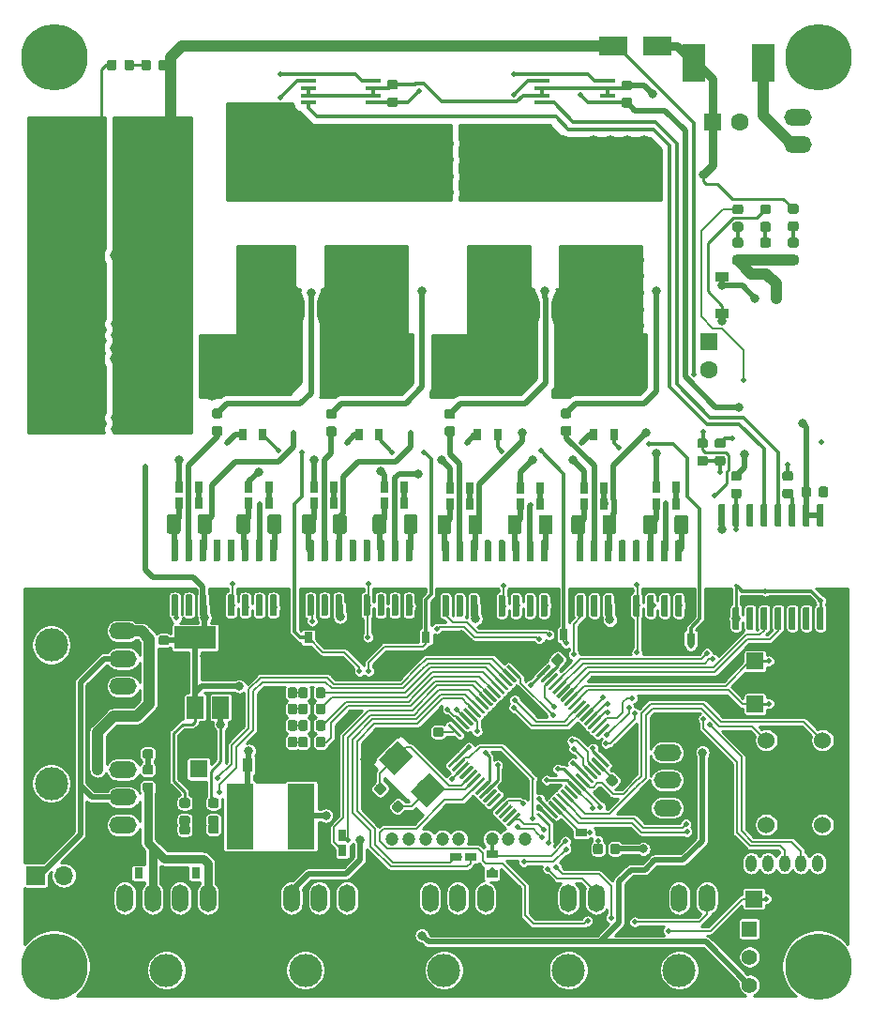
<source format=gbr>
G04 #@! TF.GenerationSoftware,KiCad,Pcbnew,(5.1.4)-1*
G04 #@! TF.CreationDate,2020-03-01T03:03:11+09:00*
G04 #@! TF.ProjectId,NormalMD,4e6f726d-616c-44d4-942e-6b696361645f,rev?*
G04 #@! TF.SameCoordinates,Original*
G04 #@! TF.FileFunction,Copper,L1,Top*
G04 #@! TF.FilePolarity,Positive*
%FSLAX46Y46*%
G04 Gerber Fmt 4.6, Leading zero omitted, Abs format (unit mm)*
G04 Created by KiCad (PCBNEW (5.1.4)-1) date 2020-03-01 03:03:11*
%MOMM*%
%LPD*%
G04 APERTURE LIST*
%ADD10C,0.100000*%
%ADD11C,0.300000*%
%ADD12C,6.000000*%
%ADD13C,1.524000*%
%ADD14C,0.875000*%
%ADD15C,1.200000*%
%ADD16O,1.500000X2.500000*%
%ADD17C,3.000000*%
%ADD18C,0.600000*%
%ADD19O,2.500000X1.500000*%
%ADD20O,1.000000X1.524000*%
%ADD21C,6.500000*%
%ADD22C,2.000000*%
%ADD23R,1.600000X1.600000*%
%ADD24C,1.600000*%
%ADD25R,2.500000X1.800000*%
%ADD26R,1.200000X0.900000*%
%ADD27R,0.900000X1.200000*%
%ADD28R,1.700000X1.700000*%
%ADD29O,1.700000X1.700000*%
%ADD30R,2.450000X5.900000*%
%ADD31R,2.000000X3.500000*%
%ADD32R,1.500000X1.500000*%
%ADD33R,3.800000X2.000000*%
%ADD34R,1.500000X2.000000*%
%ADD35R,0.800000X1.000000*%
%ADD36R,1.397000X1.397000*%
%ADD37C,1.397000*%
%ADD38R,1.000000X0.800000*%
%ADD39C,1.250000*%
%ADD40R,1.450000X0.450000*%
%ADD41C,0.500000*%
%ADD42C,0.800000*%
%ADD43C,1.000000*%
%ADD44C,1.500000*%
%ADD45C,0.200000*%
%ADD46C,0.250000*%
%ADD47C,0.500000*%
%ADD48C,0.300000*%
%ADD49C,1.000000*%
%ADD50C,0.800000*%
%ADD51C,0.254000*%
G04 APERTURE END LIST*
D10*
G36*
X112134812Y-116813534D02*
G01*
X112142093Y-116814614D01*
X112149232Y-116816402D01*
X112156162Y-116818882D01*
X112162816Y-116822029D01*
X112169129Y-116825813D01*
X112175040Y-116830197D01*
X112180494Y-116835140D01*
X112286560Y-116941206D01*
X112291503Y-116946660D01*
X112295887Y-116952571D01*
X112299671Y-116958884D01*
X112302818Y-116965538D01*
X112305298Y-116972468D01*
X112307086Y-116979607D01*
X112308166Y-116986888D01*
X112308527Y-116994239D01*
X112308166Y-117001590D01*
X112307086Y-117008871D01*
X112305298Y-117016010D01*
X112302818Y-117022940D01*
X112299671Y-117029594D01*
X112295887Y-117035907D01*
X112291503Y-117041818D01*
X112286560Y-117047272D01*
X111296610Y-118037222D01*
X111291156Y-118042165D01*
X111285245Y-118046549D01*
X111278932Y-118050333D01*
X111272278Y-118053480D01*
X111265348Y-118055960D01*
X111258209Y-118057748D01*
X111250928Y-118058828D01*
X111243577Y-118059189D01*
X111236226Y-118058828D01*
X111228945Y-118057748D01*
X111221806Y-118055960D01*
X111214876Y-118053480D01*
X111208222Y-118050333D01*
X111201909Y-118046549D01*
X111195998Y-118042165D01*
X111190544Y-118037222D01*
X111084478Y-117931156D01*
X111079535Y-117925702D01*
X111075151Y-117919791D01*
X111071367Y-117913478D01*
X111068220Y-117906824D01*
X111065740Y-117899894D01*
X111063952Y-117892755D01*
X111062872Y-117885474D01*
X111062511Y-117878123D01*
X111062872Y-117870772D01*
X111063952Y-117863491D01*
X111065740Y-117856352D01*
X111068220Y-117849422D01*
X111071367Y-117842768D01*
X111075151Y-117836455D01*
X111079535Y-117830544D01*
X111084478Y-117825090D01*
X112074428Y-116835140D01*
X112079882Y-116830197D01*
X112085793Y-116825813D01*
X112092106Y-116822029D01*
X112098760Y-116818882D01*
X112105690Y-116816402D01*
X112112829Y-116814614D01*
X112120110Y-116813534D01*
X112127461Y-116813173D01*
X112134812Y-116813534D01*
X112134812Y-116813534D01*
G37*
D11*
X111685519Y-117436181D03*
D10*
G36*
X112488365Y-117167087D02*
G01*
X112495646Y-117168167D01*
X112502785Y-117169955D01*
X112509715Y-117172435D01*
X112516369Y-117175582D01*
X112522682Y-117179366D01*
X112528593Y-117183750D01*
X112534047Y-117188693D01*
X112640113Y-117294759D01*
X112645056Y-117300213D01*
X112649440Y-117306124D01*
X112653224Y-117312437D01*
X112656371Y-117319091D01*
X112658851Y-117326021D01*
X112660639Y-117333160D01*
X112661719Y-117340441D01*
X112662080Y-117347792D01*
X112661719Y-117355143D01*
X112660639Y-117362424D01*
X112658851Y-117369563D01*
X112656371Y-117376493D01*
X112653224Y-117383147D01*
X112649440Y-117389460D01*
X112645056Y-117395371D01*
X112640113Y-117400825D01*
X111650163Y-118390775D01*
X111644709Y-118395718D01*
X111638798Y-118400102D01*
X111632485Y-118403886D01*
X111625831Y-118407033D01*
X111618901Y-118409513D01*
X111611762Y-118411301D01*
X111604481Y-118412381D01*
X111597130Y-118412742D01*
X111589779Y-118412381D01*
X111582498Y-118411301D01*
X111575359Y-118409513D01*
X111568429Y-118407033D01*
X111561775Y-118403886D01*
X111555462Y-118400102D01*
X111549551Y-118395718D01*
X111544097Y-118390775D01*
X111438031Y-118284709D01*
X111433088Y-118279255D01*
X111428704Y-118273344D01*
X111424920Y-118267031D01*
X111421773Y-118260377D01*
X111419293Y-118253447D01*
X111417505Y-118246308D01*
X111416425Y-118239027D01*
X111416064Y-118231676D01*
X111416425Y-118224325D01*
X111417505Y-118217044D01*
X111419293Y-118209905D01*
X111421773Y-118202975D01*
X111424920Y-118196321D01*
X111428704Y-118190008D01*
X111433088Y-118184097D01*
X111438031Y-118178643D01*
X112427981Y-117188693D01*
X112433435Y-117183750D01*
X112439346Y-117179366D01*
X112445659Y-117175582D01*
X112452313Y-117172435D01*
X112459243Y-117169955D01*
X112466382Y-117168167D01*
X112473663Y-117167087D01*
X112481014Y-117166726D01*
X112488365Y-117167087D01*
X112488365Y-117167087D01*
G37*
D11*
X112039072Y-117789734D03*
D10*
G36*
X112841918Y-117520640D02*
G01*
X112849199Y-117521720D01*
X112856338Y-117523508D01*
X112863268Y-117525988D01*
X112869922Y-117529135D01*
X112876235Y-117532919D01*
X112882146Y-117537303D01*
X112887600Y-117542246D01*
X112993666Y-117648312D01*
X112998609Y-117653766D01*
X113002993Y-117659677D01*
X113006777Y-117665990D01*
X113009924Y-117672644D01*
X113012404Y-117679574D01*
X113014192Y-117686713D01*
X113015272Y-117693994D01*
X113015633Y-117701345D01*
X113015272Y-117708696D01*
X113014192Y-117715977D01*
X113012404Y-117723116D01*
X113009924Y-117730046D01*
X113006777Y-117736700D01*
X113002993Y-117743013D01*
X112998609Y-117748924D01*
X112993666Y-117754378D01*
X112003716Y-118744328D01*
X111998262Y-118749271D01*
X111992351Y-118753655D01*
X111986038Y-118757439D01*
X111979384Y-118760586D01*
X111972454Y-118763066D01*
X111965315Y-118764854D01*
X111958034Y-118765934D01*
X111950683Y-118766295D01*
X111943332Y-118765934D01*
X111936051Y-118764854D01*
X111928912Y-118763066D01*
X111921982Y-118760586D01*
X111915328Y-118757439D01*
X111909015Y-118753655D01*
X111903104Y-118749271D01*
X111897650Y-118744328D01*
X111791584Y-118638262D01*
X111786641Y-118632808D01*
X111782257Y-118626897D01*
X111778473Y-118620584D01*
X111775326Y-118613930D01*
X111772846Y-118607000D01*
X111771058Y-118599861D01*
X111769978Y-118592580D01*
X111769617Y-118585229D01*
X111769978Y-118577878D01*
X111771058Y-118570597D01*
X111772846Y-118563458D01*
X111775326Y-118556528D01*
X111778473Y-118549874D01*
X111782257Y-118543561D01*
X111786641Y-118537650D01*
X111791584Y-118532196D01*
X112781534Y-117542246D01*
X112786988Y-117537303D01*
X112792899Y-117532919D01*
X112799212Y-117529135D01*
X112805866Y-117525988D01*
X112812796Y-117523508D01*
X112819935Y-117521720D01*
X112827216Y-117520640D01*
X112834567Y-117520279D01*
X112841918Y-117520640D01*
X112841918Y-117520640D01*
G37*
D11*
X112392625Y-118143287D03*
D10*
G36*
X113195472Y-117874194D02*
G01*
X113202753Y-117875274D01*
X113209892Y-117877062D01*
X113216822Y-117879542D01*
X113223476Y-117882689D01*
X113229789Y-117886473D01*
X113235700Y-117890857D01*
X113241154Y-117895800D01*
X113347220Y-118001866D01*
X113352163Y-118007320D01*
X113356547Y-118013231D01*
X113360331Y-118019544D01*
X113363478Y-118026198D01*
X113365958Y-118033128D01*
X113367746Y-118040267D01*
X113368826Y-118047548D01*
X113369187Y-118054899D01*
X113368826Y-118062250D01*
X113367746Y-118069531D01*
X113365958Y-118076670D01*
X113363478Y-118083600D01*
X113360331Y-118090254D01*
X113356547Y-118096567D01*
X113352163Y-118102478D01*
X113347220Y-118107932D01*
X112357270Y-119097882D01*
X112351816Y-119102825D01*
X112345905Y-119107209D01*
X112339592Y-119110993D01*
X112332938Y-119114140D01*
X112326008Y-119116620D01*
X112318869Y-119118408D01*
X112311588Y-119119488D01*
X112304237Y-119119849D01*
X112296886Y-119119488D01*
X112289605Y-119118408D01*
X112282466Y-119116620D01*
X112275536Y-119114140D01*
X112268882Y-119110993D01*
X112262569Y-119107209D01*
X112256658Y-119102825D01*
X112251204Y-119097882D01*
X112145138Y-118991816D01*
X112140195Y-118986362D01*
X112135811Y-118980451D01*
X112132027Y-118974138D01*
X112128880Y-118967484D01*
X112126400Y-118960554D01*
X112124612Y-118953415D01*
X112123532Y-118946134D01*
X112123171Y-118938783D01*
X112123532Y-118931432D01*
X112124612Y-118924151D01*
X112126400Y-118917012D01*
X112128880Y-118910082D01*
X112132027Y-118903428D01*
X112135811Y-118897115D01*
X112140195Y-118891204D01*
X112145138Y-118885750D01*
X113135088Y-117895800D01*
X113140542Y-117890857D01*
X113146453Y-117886473D01*
X113152766Y-117882689D01*
X113159420Y-117879542D01*
X113166350Y-117877062D01*
X113173489Y-117875274D01*
X113180770Y-117874194D01*
X113188121Y-117873833D01*
X113195472Y-117874194D01*
X113195472Y-117874194D01*
G37*
D11*
X112746179Y-118496841D03*
D10*
G36*
X113549025Y-118227747D02*
G01*
X113556306Y-118228827D01*
X113563445Y-118230615D01*
X113570375Y-118233095D01*
X113577029Y-118236242D01*
X113583342Y-118240026D01*
X113589253Y-118244410D01*
X113594707Y-118249353D01*
X113700773Y-118355419D01*
X113705716Y-118360873D01*
X113710100Y-118366784D01*
X113713884Y-118373097D01*
X113717031Y-118379751D01*
X113719511Y-118386681D01*
X113721299Y-118393820D01*
X113722379Y-118401101D01*
X113722740Y-118408452D01*
X113722379Y-118415803D01*
X113721299Y-118423084D01*
X113719511Y-118430223D01*
X113717031Y-118437153D01*
X113713884Y-118443807D01*
X113710100Y-118450120D01*
X113705716Y-118456031D01*
X113700773Y-118461485D01*
X112710823Y-119451435D01*
X112705369Y-119456378D01*
X112699458Y-119460762D01*
X112693145Y-119464546D01*
X112686491Y-119467693D01*
X112679561Y-119470173D01*
X112672422Y-119471961D01*
X112665141Y-119473041D01*
X112657790Y-119473402D01*
X112650439Y-119473041D01*
X112643158Y-119471961D01*
X112636019Y-119470173D01*
X112629089Y-119467693D01*
X112622435Y-119464546D01*
X112616122Y-119460762D01*
X112610211Y-119456378D01*
X112604757Y-119451435D01*
X112498691Y-119345369D01*
X112493748Y-119339915D01*
X112489364Y-119334004D01*
X112485580Y-119327691D01*
X112482433Y-119321037D01*
X112479953Y-119314107D01*
X112478165Y-119306968D01*
X112477085Y-119299687D01*
X112476724Y-119292336D01*
X112477085Y-119284985D01*
X112478165Y-119277704D01*
X112479953Y-119270565D01*
X112482433Y-119263635D01*
X112485580Y-119256981D01*
X112489364Y-119250668D01*
X112493748Y-119244757D01*
X112498691Y-119239303D01*
X113488641Y-118249353D01*
X113494095Y-118244410D01*
X113500006Y-118240026D01*
X113506319Y-118236242D01*
X113512973Y-118233095D01*
X113519903Y-118230615D01*
X113527042Y-118228827D01*
X113534323Y-118227747D01*
X113541674Y-118227386D01*
X113549025Y-118227747D01*
X113549025Y-118227747D01*
G37*
D11*
X113099732Y-118850394D03*
D10*
G36*
X113902579Y-118581301D02*
G01*
X113909860Y-118582381D01*
X113916999Y-118584169D01*
X113923929Y-118586649D01*
X113930583Y-118589796D01*
X113936896Y-118593580D01*
X113942807Y-118597964D01*
X113948261Y-118602907D01*
X114054327Y-118708973D01*
X114059270Y-118714427D01*
X114063654Y-118720338D01*
X114067438Y-118726651D01*
X114070585Y-118733305D01*
X114073065Y-118740235D01*
X114074853Y-118747374D01*
X114075933Y-118754655D01*
X114076294Y-118762006D01*
X114075933Y-118769357D01*
X114074853Y-118776638D01*
X114073065Y-118783777D01*
X114070585Y-118790707D01*
X114067438Y-118797361D01*
X114063654Y-118803674D01*
X114059270Y-118809585D01*
X114054327Y-118815039D01*
X113064377Y-119804989D01*
X113058923Y-119809932D01*
X113053012Y-119814316D01*
X113046699Y-119818100D01*
X113040045Y-119821247D01*
X113033115Y-119823727D01*
X113025976Y-119825515D01*
X113018695Y-119826595D01*
X113011344Y-119826956D01*
X113003993Y-119826595D01*
X112996712Y-119825515D01*
X112989573Y-119823727D01*
X112982643Y-119821247D01*
X112975989Y-119818100D01*
X112969676Y-119814316D01*
X112963765Y-119809932D01*
X112958311Y-119804989D01*
X112852245Y-119698923D01*
X112847302Y-119693469D01*
X112842918Y-119687558D01*
X112839134Y-119681245D01*
X112835987Y-119674591D01*
X112833507Y-119667661D01*
X112831719Y-119660522D01*
X112830639Y-119653241D01*
X112830278Y-119645890D01*
X112830639Y-119638539D01*
X112831719Y-119631258D01*
X112833507Y-119624119D01*
X112835987Y-119617189D01*
X112839134Y-119610535D01*
X112842918Y-119604222D01*
X112847302Y-119598311D01*
X112852245Y-119592857D01*
X113842195Y-118602907D01*
X113847649Y-118597964D01*
X113853560Y-118593580D01*
X113859873Y-118589796D01*
X113866527Y-118586649D01*
X113873457Y-118584169D01*
X113880596Y-118582381D01*
X113887877Y-118581301D01*
X113895228Y-118580940D01*
X113902579Y-118581301D01*
X113902579Y-118581301D01*
G37*
D11*
X113453286Y-119203948D03*
D10*
G36*
X114256132Y-118934854D02*
G01*
X114263413Y-118935934D01*
X114270552Y-118937722D01*
X114277482Y-118940202D01*
X114284136Y-118943349D01*
X114290449Y-118947133D01*
X114296360Y-118951517D01*
X114301814Y-118956460D01*
X114407880Y-119062526D01*
X114412823Y-119067980D01*
X114417207Y-119073891D01*
X114420991Y-119080204D01*
X114424138Y-119086858D01*
X114426618Y-119093788D01*
X114428406Y-119100927D01*
X114429486Y-119108208D01*
X114429847Y-119115559D01*
X114429486Y-119122910D01*
X114428406Y-119130191D01*
X114426618Y-119137330D01*
X114424138Y-119144260D01*
X114420991Y-119150914D01*
X114417207Y-119157227D01*
X114412823Y-119163138D01*
X114407880Y-119168592D01*
X113417930Y-120158542D01*
X113412476Y-120163485D01*
X113406565Y-120167869D01*
X113400252Y-120171653D01*
X113393598Y-120174800D01*
X113386668Y-120177280D01*
X113379529Y-120179068D01*
X113372248Y-120180148D01*
X113364897Y-120180509D01*
X113357546Y-120180148D01*
X113350265Y-120179068D01*
X113343126Y-120177280D01*
X113336196Y-120174800D01*
X113329542Y-120171653D01*
X113323229Y-120167869D01*
X113317318Y-120163485D01*
X113311864Y-120158542D01*
X113205798Y-120052476D01*
X113200855Y-120047022D01*
X113196471Y-120041111D01*
X113192687Y-120034798D01*
X113189540Y-120028144D01*
X113187060Y-120021214D01*
X113185272Y-120014075D01*
X113184192Y-120006794D01*
X113183831Y-119999443D01*
X113184192Y-119992092D01*
X113185272Y-119984811D01*
X113187060Y-119977672D01*
X113189540Y-119970742D01*
X113192687Y-119964088D01*
X113196471Y-119957775D01*
X113200855Y-119951864D01*
X113205798Y-119946410D01*
X114195748Y-118956460D01*
X114201202Y-118951517D01*
X114207113Y-118947133D01*
X114213426Y-118943349D01*
X114220080Y-118940202D01*
X114227010Y-118937722D01*
X114234149Y-118935934D01*
X114241430Y-118934854D01*
X114248781Y-118934493D01*
X114256132Y-118934854D01*
X114256132Y-118934854D01*
G37*
D11*
X113806839Y-119557501D03*
D10*
G36*
X114609685Y-119288407D02*
G01*
X114616966Y-119289487D01*
X114624105Y-119291275D01*
X114631035Y-119293755D01*
X114637689Y-119296902D01*
X114644002Y-119300686D01*
X114649913Y-119305070D01*
X114655367Y-119310013D01*
X114761433Y-119416079D01*
X114766376Y-119421533D01*
X114770760Y-119427444D01*
X114774544Y-119433757D01*
X114777691Y-119440411D01*
X114780171Y-119447341D01*
X114781959Y-119454480D01*
X114783039Y-119461761D01*
X114783400Y-119469112D01*
X114783039Y-119476463D01*
X114781959Y-119483744D01*
X114780171Y-119490883D01*
X114777691Y-119497813D01*
X114774544Y-119504467D01*
X114770760Y-119510780D01*
X114766376Y-119516691D01*
X114761433Y-119522145D01*
X113771483Y-120512095D01*
X113766029Y-120517038D01*
X113760118Y-120521422D01*
X113753805Y-120525206D01*
X113747151Y-120528353D01*
X113740221Y-120530833D01*
X113733082Y-120532621D01*
X113725801Y-120533701D01*
X113718450Y-120534062D01*
X113711099Y-120533701D01*
X113703818Y-120532621D01*
X113696679Y-120530833D01*
X113689749Y-120528353D01*
X113683095Y-120525206D01*
X113676782Y-120521422D01*
X113670871Y-120517038D01*
X113665417Y-120512095D01*
X113559351Y-120406029D01*
X113554408Y-120400575D01*
X113550024Y-120394664D01*
X113546240Y-120388351D01*
X113543093Y-120381697D01*
X113540613Y-120374767D01*
X113538825Y-120367628D01*
X113537745Y-120360347D01*
X113537384Y-120352996D01*
X113537745Y-120345645D01*
X113538825Y-120338364D01*
X113540613Y-120331225D01*
X113543093Y-120324295D01*
X113546240Y-120317641D01*
X113550024Y-120311328D01*
X113554408Y-120305417D01*
X113559351Y-120299963D01*
X114549301Y-119310013D01*
X114554755Y-119305070D01*
X114560666Y-119300686D01*
X114566979Y-119296902D01*
X114573633Y-119293755D01*
X114580563Y-119291275D01*
X114587702Y-119289487D01*
X114594983Y-119288407D01*
X114602334Y-119288046D01*
X114609685Y-119288407D01*
X114609685Y-119288407D01*
G37*
D11*
X114160392Y-119911054D03*
D10*
G36*
X114963239Y-119641961D02*
G01*
X114970520Y-119643041D01*
X114977659Y-119644829D01*
X114984589Y-119647309D01*
X114991243Y-119650456D01*
X114997556Y-119654240D01*
X115003467Y-119658624D01*
X115008921Y-119663567D01*
X115114987Y-119769633D01*
X115119930Y-119775087D01*
X115124314Y-119780998D01*
X115128098Y-119787311D01*
X115131245Y-119793965D01*
X115133725Y-119800895D01*
X115135513Y-119808034D01*
X115136593Y-119815315D01*
X115136954Y-119822666D01*
X115136593Y-119830017D01*
X115135513Y-119837298D01*
X115133725Y-119844437D01*
X115131245Y-119851367D01*
X115128098Y-119858021D01*
X115124314Y-119864334D01*
X115119930Y-119870245D01*
X115114987Y-119875699D01*
X114125037Y-120865649D01*
X114119583Y-120870592D01*
X114113672Y-120874976D01*
X114107359Y-120878760D01*
X114100705Y-120881907D01*
X114093775Y-120884387D01*
X114086636Y-120886175D01*
X114079355Y-120887255D01*
X114072004Y-120887616D01*
X114064653Y-120887255D01*
X114057372Y-120886175D01*
X114050233Y-120884387D01*
X114043303Y-120881907D01*
X114036649Y-120878760D01*
X114030336Y-120874976D01*
X114024425Y-120870592D01*
X114018971Y-120865649D01*
X113912905Y-120759583D01*
X113907962Y-120754129D01*
X113903578Y-120748218D01*
X113899794Y-120741905D01*
X113896647Y-120735251D01*
X113894167Y-120728321D01*
X113892379Y-120721182D01*
X113891299Y-120713901D01*
X113890938Y-120706550D01*
X113891299Y-120699199D01*
X113892379Y-120691918D01*
X113894167Y-120684779D01*
X113896647Y-120677849D01*
X113899794Y-120671195D01*
X113903578Y-120664882D01*
X113907962Y-120658971D01*
X113912905Y-120653517D01*
X114902855Y-119663567D01*
X114908309Y-119658624D01*
X114914220Y-119654240D01*
X114920533Y-119650456D01*
X114927187Y-119647309D01*
X114934117Y-119644829D01*
X114941256Y-119643041D01*
X114948537Y-119641961D01*
X114955888Y-119641600D01*
X114963239Y-119641961D01*
X114963239Y-119641961D01*
G37*
D11*
X114513946Y-120264608D03*
D10*
G36*
X115316792Y-119995514D02*
G01*
X115324073Y-119996594D01*
X115331212Y-119998382D01*
X115338142Y-120000862D01*
X115344796Y-120004009D01*
X115351109Y-120007793D01*
X115357020Y-120012177D01*
X115362474Y-120017120D01*
X115468540Y-120123186D01*
X115473483Y-120128640D01*
X115477867Y-120134551D01*
X115481651Y-120140864D01*
X115484798Y-120147518D01*
X115487278Y-120154448D01*
X115489066Y-120161587D01*
X115490146Y-120168868D01*
X115490507Y-120176219D01*
X115490146Y-120183570D01*
X115489066Y-120190851D01*
X115487278Y-120197990D01*
X115484798Y-120204920D01*
X115481651Y-120211574D01*
X115477867Y-120217887D01*
X115473483Y-120223798D01*
X115468540Y-120229252D01*
X114478590Y-121219202D01*
X114473136Y-121224145D01*
X114467225Y-121228529D01*
X114460912Y-121232313D01*
X114454258Y-121235460D01*
X114447328Y-121237940D01*
X114440189Y-121239728D01*
X114432908Y-121240808D01*
X114425557Y-121241169D01*
X114418206Y-121240808D01*
X114410925Y-121239728D01*
X114403786Y-121237940D01*
X114396856Y-121235460D01*
X114390202Y-121232313D01*
X114383889Y-121228529D01*
X114377978Y-121224145D01*
X114372524Y-121219202D01*
X114266458Y-121113136D01*
X114261515Y-121107682D01*
X114257131Y-121101771D01*
X114253347Y-121095458D01*
X114250200Y-121088804D01*
X114247720Y-121081874D01*
X114245932Y-121074735D01*
X114244852Y-121067454D01*
X114244491Y-121060103D01*
X114244852Y-121052752D01*
X114245932Y-121045471D01*
X114247720Y-121038332D01*
X114250200Y-121031402D01*
X114253347Y-121024748D01*
X114257131Y-121018435D01*
X114261515Y-121012524D01*
X114266458Y-121007070D01*
X115256408Y-120017120D01*
X115261862Y-120012177D01*
X115267773Y-120007793D01*
X115274086Y-120004009D01*
X115280740Y-120000862D01*
X115287670Y-119998382D01*
X115294809Y-119996594D01*
X115302090Y-119995514D01*
X115309441Y-119995153D01*
X115316792Y-119995514D01*
X115316792Y-119995514D01*
G37*
D11*
X114867499Y-120618161D03*
D10*
G36*
X115670345Y-120349067D02*
G01*
X115677626Y-120350147D01*
X115684765Y-120351935D01*
X115691695Y-120354415D01*
X115698349Y-120357562D01*
X115704662Y-120361346D01*
X115710573Y-120365730D01*
X115716027Y-120370673D01*
X115822093Y-120476739D01*
X115827036Y-120482193D01*
X115831420Y-120488104D01*
X115835204Y-120494417D01*
X115838351Y-120501071D01*
X115840831Y-120508001D01*
X115842619Y-120515140D01*
X115843699Y-120522421D01*
X115844060Y-120529772D01*
X115843699Y-120537123D01*
X115842619Y-120544404D01*
X115840831Y-120551543D01*
X115838351Y-120558473D01*
X115835204Y-120565127D01*
X115831420Y-120571440D01*
X115827036Y-120577351D01*
X115822093Y-120582805D01*
X114832143Y-121572755D01*
X114826689Y-121577698D01*
X114820778Y-121582082D01*
X114814465Y-121585866D01*
X114807811Y-121589013D01*
X114800881Y-121591493D01*
X114793742Y-121593281D01*
X114786461Y-121594361D01*
X114779110Y-121594722D01*
X114771759Y-121594361D01*
X114764478Y-121593281D01*
X114757339Y-121591493D01*
X114750409Y-121589013D01*
X114743755Y-121585866D01*
X114737442Y-121582082D01*
X114731531Y-121577698D01*
X114726077Y-121572755D01*
X114620011Y-121466689D01*
X114615068Y-121461235D01*
X114610684Y-121455324D01*
X114606900Y-121449011D01*
X114603753Y-121442357D01*
X114601273Y-121435427D01*
X114599485Y-121428288D01*
X114598405Y-121421007D01*
X114598044Y-121413656D01*
X114598405Y-121406305D01*
X114599485Y-121399024D01*
X114601273Y-121391885D01*
X114603753Y-121384955D01*
X114606900Y-121378301D01*
X114610684Y-121371988D01*
X114615068Y-121366077D01*
X114620011Y-121360623D01*
X115609961Y-120370673D01*
X115615415Y-120365730D01*
X115621326Y-120361346D01*
X115627639Y-120357562D01*
X115634293Y-120354415D01*
X115641223Y-120351935D01*
X115648362Y-120350147D01*
X115655643Y-120349067D01*
X115662994Y-120348706D01*
X115670345Y-120349067D01*
X115670345Y-120349067D01*
G37*
D11*
X115221052Y-120971714D03*
D10*
G36*
X116023899Y-120702621D02*
G01*
X116031180Y-120703701D01*
X116038319Y-120705489D01*
X116045249Y-120707969D01*
X116051903Y-120711116D01*
X116058216Y-120714900D01*
X116064127Y-120719284D01*
X116069581Y-120724227D01*
X116175647Y-120830293D01*
X116180590Y-120835747D01*
X116184974Y-120841658D01*
X116188758Y-120847971D01*
X116191905Y-120854625D01*
X116194385Y-120861555D01*
X116196173Y-120868694D01*
X116197253Y-120875975D01*
X116197614Y-120883326D01*
X116197253Y-120890677D01*
X116196173Y-120897958D01*
X116194385Y-120905097D01*
X116191905Y-120912027D01*
X116188758Y-120918681D01*
X116184974Y-120924994D01*
X116180590Y-120930905D01*
X116175647Y-120936359D01*
X115185697Y-121926309D01*
X115180243Y-121931252D01*
X115174332Y-121935636D01*
X115168019Y-121939420D01*
X115161365Y-121942567D01*
X115154435Y-121945047D01*
X115147296Y-121946835D01*
X115140015Y-121947915D01*
X115132664Y-121948276D01*
X115125313Y-121947915D01*
X115118032Y-121946835D01*
X115110893Y-121945047D01*
X115103963Y-121942567D01*
X115097309Y-121939420D01*
X115090996Y-121935636D01*
X115085085Y-121931252D01*
X115079631Y-121926309D01*
X114973565Y-121820243D01*
X114968622Y-121814789D01*
X114964238Y-121808878D01*
X114960454Y-121802565D01*
X114957307Y-121795911D01*
X114954827Y-121788981D01*
X114953039Y-121781842D01*
X114951959Y-121774561D01*
X114951598Y-121767210D01*
X114951959Y-121759859D01*
X114953039Y-121752578D01*
X114954827Y-121745439D01*
X114957307Y-121738509D01*
X114960454Y-121731855D01*
X114964238Y-121725542D01*
X114968622Y-121719631D01*
X114973565Y-121714177D01*
X115963515Y-120724227D01*
X115968969Y-120719284D01*
X115974880Y-120714900D01*
X115981193Y-120711116D01*
X115987847Y-120707969D01*
X115994777Y-120705489D01*
X116001916Y-120703701D01*
X116009197Y-120702621D01*
X116016548Y-120702260D01*
X116023899Y-120702621D01*
X116023899Y-120702621D01*
G37*
D11*
X115574606Y-121325268D03*
D10*
G36*
X116377452Y-121056174D02*
G01*
X116384733Y-121057254D01*
X116391872Y-121059042D01*
X116398802Y-121061522D01*
X116405456Y-121064669D01*
X116411769Y-121068453D01*
X116417680Y-121072837D01*
X116423134Y-121077780D01*
X116529200Y-121183846D01*
X116534143Y-121189300D01*
X116538527Y-121195211D01*
X116542311Y-121201524D01*
X116545458Y-121208178D01*
X116547938Y-121215108D01*
X116549726Y-121222247D01*
X116550806Y-121229528D01*
X116551167Y-121236879D01*
X116550806Y-121244230D01*
X116549726Y-121251511D01*
X116547938Y-121258650D01*
X116545458Y-121265580D01*
X116542311Y-121272234D01*
X116538527Y-121278547D01*
X116534143Y-121284458D01*
X116529200Y-121289912D01*
X115539250Y-122279862D01*
X115533796Y-122284805D01*
X115527885Y-122289189D01*
X115521572Y-122292973D01*
X115514918Y-122296120D01*
X115507988Y-122298600D01*
X115500849Y-122300388D01*
X115493568Y-122301468D01*
X115486217Y-122301829D01*
X115478866Y-122301468D01*
X115471585Y-122300388D01*
X115464446Y-122298600D01*
X115457516Y-122296120D01*
X115450862Y-122292973D01*
X115444549Y-122289189D01*
X115438638Y-122284805D01*
X115433184Y-122279862D01*
X115327118Y-122173796D01*
X115322175Y-122168342D01*
X115317791Y-122162431D01*
X115314007Y-122156118D01*
X115310860Y-122149464D01*
X115308380Y-122142534D01*
X115306592Y-122135395D01*
X115305512Y-122128114D01*
X115305151Y-122120763D01*
X115305512Y-122113412D01*
X115306592Y-122106131D01*
X115308380Y-122098992D01*
X115310860Y-122092062D01*
X115314007Y-122085408D01*
X115317791Y-122079095D01*
X115322175Y-122073184D01*
X115327118Y-122067730D01*
X116317068Y-121077780D01*
X116322522Y-121072837D01*
X116328433Y-121068453D01*
X116334746Y-121064669D01*
X116341400Y-121061522D01*
X116348330Y-121059042D01*
X116355469Y-121057254D01*
X116362750Y-121056174D01*
X116370101Y-121055813D01*
X116377452Y-121056174D01*
X116377452Y-121056174D01*
G37*
D11*
X115928159Y-121678821D03*
D10*
G36*
X116731006Y-121409728D02*
G01*
X116738287Y-121410808D01*
X116745426Y-121412596D01*
X116752356Y-121415076D01*
X116759010Y-121418223D01*
X116765323Y-121422007D01*
X116771234Y-121426391D01*
X116776688Y-121431334D01*
X116882754Y-121537400D01*
X116887697Y-121542854D01*
X116892081Y-121548765D01*
X116895865Y-121555078D01*
X116899012Y-121561732D01*
X116901492Y-121568662D01*
X116903280Y-121575801D01*
X116904360Y-121583082D01*
X116904721Y-121590433D01*
X116904360Y-121597784D01*
X116903280Y-121605065D01*
X116901492Y-121612204D01*
X116899012Y-121619134D01*
X116895865Y-121625788D01*
X116892081Y-121632101D01*
X116887697Y-121638012D01*
X116882754Y-121643466D01*
X115892804Y-122633416D01*
X115887350Y-122638359D01*
X115881439Y-122642743D01*
X115875126Y-122646527D01*
X115868472Y-122649674D01*
X115861542Y-122652154D01*
X115854403Y-122653942D01*
X115847122Y-122655022D01*
X115839771Y-122655383D01*
X115832420Y-122655022D01*
X115825139Y-122653942D01*
X115818000Y-122652154D01*
X115811070Y-122649674D01*
X115804416Y-122646527D01*
X115798103Y-122642743D01*
X115792192Y-122638359D01*
X115786738Y-122633416D01*
X115680672Y-122527350D01*
X115675729Y-122521896D01*
X115671345Y-122515985D01*
X115667561Y-122509672D01*
X115664414Y-122503018D01*
X115661934Y-122496088D01*
X115660146Y-122488949D01*
X115659066Y-122481668D01*
X115658705Y-122474317D01*
X115659066Y-122466966D01*
X115660146Y-122459685D01*
X115661934Y-122452546D01*
X115664414Y-122445616D01*
X115667561Y-122438962D01*
X115671345Y-122432649D01*
X115675729Y-122426738D01*
X115680672Y-122421284D01*
X116670622Y-121431334D01*
X116676076Y-121426391D01*
X116681987Y-121422007D01*
X116688300Y-121418223D01*
X116694954Y-121415076D01*
X116701884Y-121412596D01*
X116709023Y-121410808D01*
X116716304Y-121409728D01*
X116723655Y-121409367D01*
X116731006Y-121409728D01*
X116731006Y-121409728D01*
G37*
D11*
X116281713Y-122032375D03*
D10*
G36*
X117084559Y-121763281D02*
G01*
X117091840Y-121764361D01*
X117098979Y-121766149D01*
X117105909Y-121768629D01*
X117112563Y-121771776D01*
X117118876Y-121775560D01*
X117124787Y-121779944D01*
X117130241Y-121784887D01*
X117236307Y-121890953D01*
X117241250Y-121896407D01*
X117245634Y-121902318D01*
X117249418Y-121908631D01*
X117252565Y-121915285D01*
X117255045Y-121922215D01*
X117256833Y-121929354D01*
X117257913Y-121936635D01*
X117258274Y-121943986D01*
X117257913Y-121951337D01*
X117256833Y-121958618D01*
X117255045Y-121965757D01*
X117252565Y-121972687D01*
X117249418Y-121979341D01*
X117245634Y-121985654D01*
X117241250Y-121991565D01*
X117236307Y-121997019D01*
X116246357Y-122986969D01*
X116240903Y-122991912D01*
X116234992Y-122996296D01*
X116228679Y-123000080D01*
X116222025Y-123003227D01*
X116215095Y-123005707D01*
X116207956Y-123007495D01*
X116200675Y-123008575D01*
X116193324Y-123008936D01*
X116185973Y-123008575D01*
X116178692Y-123007495D01*
X116171553Y-123005707D01*
X116164623Y-123003227D01*
X116157969Y-123000080D01*
X116151656Y-122996296D01*
X116145745Y-122991912D01*
X116140291Y-122986969D01*
X116034225Y-122880903D01*
X116029282Y-122875449D01*
X116024898Y-122869538D01*
X116021114Y-122863225D01*
X116017967Y-122856571D01*
X116015487Y-122849641D01*
X116013699Y-122842502D01*
X116012619Y-122835221D01*
X116012258Y-122827870D01*
X116012619Y-122820519D01*
X116013699Y-122813238D01*
X116015487Y-122806099D01*
X116017967Y-122799169D01*
X116021114Y-122792515D01*
X116024898Y-122786202D01*
X116029282Y-122780291D01*
X116034225Y-122774837D01*
X117024175Y-121784887D01*
X117029629Y-121779944D01*
X117035540Y-121775560D01*
X117041853Y-121771776D01*
X117048507Y-121768629D01*
X117055437Y-121766149D01*
X117062576Y-121764361D01*
X117069857Y-121763281D01*
X117077208Y-121762920D01*
X117084559Y-121763281D01*
X117084559Y-121763281D01*
G37*
D11*
X116635266Y-122385928D03*
D10*
G36*
X117438112Y-122116834D02*
G01*
X117445393Y-122117914D01*
X117452532Y-122119702D01*
X117459462Y-122122182D01*
X117466116Y-122125329D01*
X117472429Y-122129113D01*
X117478340Y-122133497D01*
X117483794Y-122138440D01*
X117589860Y-122244506D01*
X117594803Y-122249960D01*
X117599187Y-122255871D01*
X117602971Y-122262184D01*
X117606118Y-122268838D01*
X117608598Y-122275768D01*
X117610386Y-122282907D01*
X117611466Y-122290188D01*
X117611827Y-122297539D01*
X117611466Y-122304890D01*
X117610386Y-122312171D01*
X117608598Y-122319310D01*
X117606118Y-122326240D01*
X117602971Y-122332894D01*
X117599187Y-122339207D01*
X117594803Y-122345118D01*
X117589860Y-122350572D01*
X116599910Y-123340522D01*
X116594456Y-123345465D01*
X116588545Y-123349849D01*
X116582232Y-123353633D01*
X116575578Y-123356780D01*
X116568648Y-123359260D01*
X116561509Y-123361048D01*
X116554228Y-123362128D01*
X116546877Y-123362489D01*
X116539526Y-123362128D01*
X116532245Y-123361048D01*
X116525106Y-123359260D01*
X116518176Y-123356780D01*
X116511522Y-123353633D01*
X116505209Y-123349849D01*
X116499298Y-123345465D01*
X116493844Y-123340522D01*
X116387778Y-123234456D01*
X116382835Y-123229002D01*
X116378451Y-123223091D01*
X116374667Y-123216778D01*
X116371520Y-123210124D01*
X116369040Y-123203194D01*
X116367252Y-123196055D01*
X116366172Y-123188774D01*
X116365811Y-123181423D01*
X116366172Y-123174072D01*
X116367252Y-123166791D01*
X116369040Y-123159652D01*
X116371520Y-123152722D01*
X116374667Y-123146068D01*
X116378451Y-123139755D01*
X116382835Y-123133844D01*
X116387778Y-123128390D01*
X117377728Y-122138440D01*
X117383182Y-122133497D01*
X117389093Y-122129113D01*
X117395406Y-122125329D01*
X117402060Y-122122182D01*
X117408990Y-122119702D01*
X117416129Y-122117914D01*
X117423410Y-122116834D01*
X117430761Y-122116473D01*
X117438112Y-122116834D01*
X117438112Y-122116834D01*
G37*
D11*
X116988819Y-122739481D03*
D10*
G36*
X119276590Y-122116834D02*
G01*
X119283871Y-122117914D01*
X119291010Y-122119702D01*
X119297940Y-122122182D01*
X119304594Y-122125329D01*
X119310907Y-122129113D01*
X119316818Y-122133497D01*
X119322272Y-122138440D01*
X120312222Y-123128390D01*
X120317165Y-123133844D01*
X120321549Y-123139755D01*
X120325333Y-123146068D01*
X120328480Y-123152722D01*
X120330960Y-123159652D01*
X120332748Y-123166791D01*
X120333828Y-123174072D01*
X120334189Y-123181423D01*
X120333828Y-123188774D01*
X120332748Y-123196055D01*
X120330960Y-123203194D01*
X120328480Y-123210124D01*
X120325333Y-123216778D01*
X120321549Y-123223091D01*
X120317165Y-123229002D01*
X120312222Y-123234456D01*
X120206156Y-123340522D01*
X120200702Y-123345465D01*
X120194791Y-123349849D01*
X120188478Y-123353633D01*
X120181824Y-123356780D01*
X120174894Y-123359260D01*
X120167755Y-123361048D01*
X120160474Y-123362128D01*
X120153123Y-123362489D01*
X120145772Y-123362128D01*
X120138491Y-123361048D01*
X120131352Y-123359260D01*
X120124422Y-123356780D01*
X120117768Y-123353633D01*
X120111455Y-123349849D01*
X120105544Y-123345465D01*
X120100090Y-123340522D01*
X119110140Y-122350572D01*
X119105197Y-122345118D01*
X119100813Y-122339207D01*
X119097029Y-122332894D01*
X119093882Y-122326240D01*
X119091402Y-122319310D01*
X119089614Y-122312171D01*
X119088534Y-122304890D01*
X119088173Y-122297539D01*
X119088534Y-122290188D01*
X119089614Y-122282907D01*
X119091402Y-122275768D01*
X119093882Y-122268838D01*
X119097029Y-122262184D01*
X119100813Y-122255871D01*
X119105197Y-122249960D01*
X119110140Y-122244506D01*
X119216206Y-122138440D01*
X119221660Y-122133497D01*
X119227571Y-122129113D01*
X119233884Y-122125329D01*
X119240538Y-122122182D01*
X119247468Y-122119702D01*
X119254607Y-122117914D01*
X119261888Y-122116834D01*
X119269239Y-122116473D01*
X119276590Y-122116834D01*
X119276590Y-122116834D01*
G37*
D11*
X119711181Y-122739481D03*
D10*
G36*
X119630143Y-121763281D02*
G01*
X119637424Y-121764361D01*
X119644563Y-121766149D01*
X119651493Y-121768629D01*
X119658147Y-121771776D01*
X119664460Y-121775560D01*
X119670371Y-121779944D01*
X119675825Y-121784887D01*
X120665775Y-122774837D01*
X120670718Y-122780291D01*
X120675102Y-122786202D01*
X120678886Y-122792515D01*
X120682033Y-122799169D01*
X120684513Y-122806099D01*
X120686301Y-122813238D01*
X120687381Y-122820519D01*
X120687742Y-122827870D01*
X120687381Y-122835221D01*
X120686301Y-122842502D01*
X120684513Y-122849641D01*
X120682033Y-122856571D01*
X120678886Y-122863225D01*
X120675102Y-122869538D01*
X120670718Y-122875449D01*
X120665775Y-122880903D01*
X120559709Y-122986969D01*
X120554255Y-122991912D01*
X120548344Y-122996296D01*
X120542031Y-123000080D01*
X120535377Y-123003227D01*
X120528447Y-123005707D01*
X120521308Y-123007495D01*
X120514027Y-123008575D01*
X120506676Y-123008936D01*
X120499325Y-123008575D01*
X120492044Y-123007495D01*
X120484905Y-123005707D01*
X120477975Y-123003227D01*
X120471321Y-123000080D01*
X120465008Y-122996296D01*
X120459097Y-122991912D01*
X120453643Y-122986969D01*
X119463693Y-121997019D01*
X119458750Y-121991565D01*
X119454366Y-121985654D01*
X119450582Y-121979341D01*
X119447435Y-121972687D01*
X119444955Y-121965757D01*
X119443167Y-121958618D01*
X119442087Y-121951337D01*
X119441726Y-121943986D01*
X119442087Y-121936635D01*
X119443167Y-121929354D01*
X119444955Y-121922215D01*
X119447435Y-121915285D01*
X119450582Y-121908631D01*
X119454366Y-121902318D01*
X119458750Y-121896407D01*
X119463693Y-121890953D01*
X119569759Y-121784887D01*
X119575213Y-121779944D01*
X119581124Y-121775560D01*
X119587437Y-121771776D01*
X119594091Y-121768629D01*
X119601021Y-121766149D01*
X119608160Y-121764361D01*
X119615441Y-121763281D01*
X119622792Y-121762920D01*
X119630143Y-121763281D01*
X119630143Y-121763281D01*
G37*
D11*
X120064734Y-122385928D03*
D10*
G36*
X119983696Y-121409728D02*
G01*
X119990977Y-121410808D01*
X119998116Y-121412596D01*
X120005046Y-121415076D01*
X120011700Y-121418223D01*
X120018013Y-121422007D01*
X120023924Y-121426391D01*
X120029378Y-121431334D01*
X121019328Y-122421284D01*
X121024271Y-122426738D01*
X121028655Y-122432649D01*
X121032439Y-122438962D01*
X121035586Y-122445616D01*
X121038066Y-122452546D01*
X121039854Y-122459685D01*
X121040934Y-122466966D01*
X121041295Y-122474317D01*
X121040934Y-122481668D01*
X121039854Y-122488949D01*
X121038066Y-122496088D01*
X121035586Y-122503018D01*
X121032439Y-122509672D01*
X121028655Y-122515985D01*
X121024271Y-122521896D01*
X121019328Y-122527350D01*
X120913262Y-122633416D01*
X120907808Y-122638359D01*
X120901897Y-122642743D01*
X120895584Y-122646527D01*
X120888930Y-122649674D01*
X120882000Y-122652154D01*
X120874861Y-122653942D01*
X120867580Y-122655022D01*
X120860229Y-122655383D01*
X120852878Y-122655022D01*
X120845597Y-122653942D01*
X120838458Y-122652154D01*
X120831528Y-122649674D01*
X120824874Y-122646527D01*
X120818561Y-122642743D01*
X120812650Y-122638359D01*
X120807196Y-122633416D01*
X119817246Y-121643466D01*
X119812303Y-121638012D01*
X119807919Y-121632101D01*
X119804135Y-121625788D01*
X119800988Y-121619134D01*
X119798508Y-121612204D01*
X119796720Y-121605065D01*
X119795640Y-121597784D01*
X119795279Y-121590433D01*
X119795640Y-121583082D01*
X119796720Y-121575801D01*
X119798508Y-121568662D01*
X119800988Y-121561732D01*
X119804135Y-121555078D01*
X119807919Y-121548765D01*
X119812303Y-121542854D01*
X119817246Y-121537400D01*
X119923312Y-121431334D01*
X119928766Y-121426391D01*
X119934677Y-121422007D01*
X119940990Y-121418223D01*
X119947644Y-121415076D01*
X119954574Y-121412596D01*
X119961713Y-121410808D01*
X119968994Y-121409728D01*
X119976345Y-121409367D01*
X119983696Y-121409728D01*
X119983696Y-121409728D01*
G37*
D11*
X120418287Y-122032375D03*
D10*
G36*
X120337250Y-121056174D02*
G01*
X120344531Y-121057254D01*
X120351670Y-121059042D01*
X120358600Y-121061522D01*
X120365254Y-121064669D01*
X120371567Y-121068453D01*
X120377478Y-121072837D01*
X120382932Y-121077780D01*
X121372882Y-122067730D01*
X121377825Y-122073184D01*
X121382209Y-122079095D01*
X121385993Y-122085408D01*
X121389140Y-122092062D01*
X121391620Y-122098992D01*
X121393408Y-122106131D01*
X121394488Y-122113412D01*
X121394849Y-122120763D01*
X121394488Y-122128114D01*
X121393408Y-122135395D01*
X121391620Y-122142534D01*
X121389140Y-122149464D01*
X121385993Y-122156118D01*
X121382209Y-122162431D01*
X121377825Y-122168342D01*
X121372882Y-122173796D01*
X121266816Y-122279862D01*
X121261362Y-122284805D01*
X121255451Y-122289189D01*
X121249138Y-122292973D01*
X121242484Y-122296120D01*
X121235554Y-122298600D01*
X121228415Y-122300388D01*
X121221134Y-122301468D01*
X121213783Y-122301829D01*
X121206432Y-122301468D01*
X121199151Y-122300388D01*
X121192012Y-122298600D01*
X121185082Y-122296120D01*
X121178428Y-122292973D01*
X121172115Y-122289189D01*
X121166204Y-122284805D01*
X121160750Y-122279862D01*
X120170800Y-121289912D01*
X120165857Y-121284458D01*
X120161473Y-121278547D01*
X120157689Y-121272234D01*
X120154542Y-121265580D01*
X120152062Y-121258650D01*
X120150274Y-121251511D01*
X120149194Y-121244230D01*
X120148833Y-121236879D01*
X120149194Y-121229528D01*
X120150274Y-121222247D01*
X120152062Y-121215108D01*
X120154542Y-121208178D01*
X120157689Y-121201524D01*
X120161473Y-121195211D01*
X120165857Y-121189300D01*
X120170800Y-121183846D01*
X120276866Y-121077780D01*
X120282320Y-121072837D01*
X120288231Y-121068453D01*
X120294544Y-121064669D01*
X120301198Y-121061522D01*
X120308128Y-121059042D01*
X120315267Y-121057254D01*
X120322548Y-121056174D01*
X120329899Y-121055813D01*
X120337250Y-121056174D01*
X120337250Y-121056174D01*
G37*
D11*
X120771841Y-121678821D03*
D10*
G36*
X120690803Y-120702621D02*
G01*
X120698084Y-120703701D01*
X120705223Y-120705489D01*
X120712153Y-120707969D01*
X120718807Y-120711116D01*
X120725120Y-120714900D01*
X120731031Y-120719284D01*
X120736485Y-120724227D01*
X121726435Y-121714177D01*
X121731378Y-121719631D01*
X121735762Y-121725542D01*
X121739546Y-121731855D01*
X121742693Y-121738509D01*
X121745173Y-121745439D01*
X121746961Y-121752578D01*
X121748041Y-121759859D01*
X121748402Y-121767210D01*
X121748041Y-121774561D01*
X121746961Y-121781842D01*
X121745173Y-121788981D01*
X121742693Y-121795911D01*
X121739546Y-121802565D01*
X121735762Y-121808878D01*
X121731378Y-121814789D01*
X121726435Y-121820243D01*
X121620369Y-121926309D01*
X121614915Y-121931252D01*
X121609004Y-121935636D01*
X121602691Y-121939420D01*
X121596037Y-121942567D01*
X121589107Y-121945047D01*
X121581968Y-121946835D01*
X121574687Y-121947915D01*
X121567336Y-121948276D01*
X121559985Y-121947915D01*
X121552704Y-121946835D01*
X121545565Y-121945047D01*
X121538635Y-121942567D01*
X121531981Y-121939420D01*
X121525668Y-121935636D01*
X121519757Y-121931252D01*
X121514303Y-121926309D01*
X120524353Y-120936359D01*
X120519410Y-120930905D01*
X120515026Y-120924994D01*
X120511242Y-120918681D01*
X120508095Y-120912027D01*
X120505615Y-120905097D01*
X120503827Y-120897958D01*
X120502747Y-120890677D01*
X120502386Y-120883326D01*
X120502747Y-120875975D01*
X120503827Y-120868694D01*
X120505615Y-120861555D01*
X120508095Y-120854625D01*
X120511242Y-120847971D01*
X120515026Y-120841658D01*
X120519410Y-120835747D01*
X120524353Y-120830293D01*
X120630419Y-120724227D01*
X120635873Y-120719284D01*
X120641784Y-120714900D01*
X120648097Y-120711116D01*
X120654751Y-120707969D01*
X120661681Y-120705489D01*
X120668820Y-120703701D01*
X120676101Y-120702621D01*
X120683452Y-120702260D01*
X120690803Y-120702621D01*
X120690803Y-120702621D01*
G37*
D11*
X121125394Y-121325268D03*
D10*
G36*
X121044357Y-120349067D02*
G01*
X121051638Y-120350147D01*
X121058777Y-120351935D01*
X121065707Y-120354415D01*
X121072361Y-120357562D01*
X121078674Y-120361346D01*
X121084585Y-120365730D01*
X121090039Y-120370673D01*
X122079989Y-121360623D01*
X122084932Y-121366077D01*
X122089316Y-121371988D01*
X122093100Y-121378301D01*
X122096247Y-121384955D01*
X122098727Y-121391885D01*
X122100515Y-121399024D01*
X122101595Y-121406305D01*
X122101956Y-121413656D01*
X122101595Y-121421007D01*
X122100515Y-121428288D01*
X122098727Y-121435427D01*
X122096247Y-121442357D01*
X122093100Y-121449011D01*
X122089316Y-121455324D01*
X122084932Y-121461235D01*
X122079989Y-121466689D01*
X121973923Y-121572755D01*
X121968469Y-121577698D01*
X121962558Y-121582082D01*
X121956245Y-121585866D01*
X121949591Y-121589013D01*
X121942661Y-121591493D01*
X121935522Y-121593281D01*
X121928241Y-121594361D01*
X121920890Y-121594722D01*
X121913539Y-121594361D01*
X121906258Y-121593281D01*
X121899119Y-121591493D01*
X121892189Y-121589013D01*
X121885535Y-121585866D01*
X121879222Y-121582082D01*
X121873311Y-121577698D01*
X121867857Y-121572755D01*
X120877907Y-120582805D01*
X120872964Y-120577351D01*
X120868580Y-120571440D01*
X120864796Y-120565127D01*
X120861649Y-120558473D01*
X120859169Y-120551543D01*
X120857381Y-120544404D01*
X120856301Y-120537123D01*
X120855940Y-120529772D01*
X120856301Y-120522421D01*
X120857381Y-120515140D01*
X120859169Y-120508001D01*
X120861649Y-120501071D01*
X120864796Y-120494417D01*
X120868580Y-120488104D01*
X120872964Y-120482193D01*
X120877907Y-120476739D01*
X120983973Y-120370673D01*
X120989427Y-120365730D01*
X120995338Y-120361346D01*
X121001651Y-120357562D01*
X121008305Y-120354415D01*
X121015235Y-120351935D01*
X121022374Y-120350147D01*
X121029655Y-120349067D01*
X121037006Y-120348706D01*
X121044357Y-120349067D01*
X121044357Y-120349067D01*
G37*
D11*
X121478948Y-120971714D03*
D10*
G36*
X121397910Y-119995514D02*
G01*
X121405191Y-119996594D01*
X121412330Y-119998382D01*
X121419260Y-120000862D01*
X121425914Y-120004009D01*
X121432227Y-120007793D01*
X121438138Y-120012177D01*
X121443592Y-120017120D01*
X122433542Y-121007070D01*
X122438485Y-121012524D01*
X122442869Y-121018435D01*
X122446653Y-121024748D01*
X122449800Y-121031402D01*
X122452280Y-121038332D01*
X122454068Y-121045471D01*
X122455148Y-121052752D01*
X122455509Y-121060103D01*
X122455148Y-121067454D01*
X122454068Y-121074735D01*
X122452280Y-121081874D01*
X122449800Y-121088804D01*
X122446653Y-121095458D01*
X122442869Y-121101771D01*
X122438485Y-121107682D01*
X122433542Y-121113136D01*
X122327476Y-121219202D01*
X122322022Y-121224145D01*
X122316111Y-121228529D01*
X122309798Y-121232313D01*
X122303144Y-121235460D01*
X122296214Y-121237940D01*
X122289075Y-121239728D01*
X122281794Y-121240808D01*
X122274443Y-121241169D01*
X122267092Y-121240808D01*
X122259811Y-121239728D01*
X122252672Y-121237940D01*
X122245742Y-121235460D01*
X122239088Y-121232313D01*
X122232775Y-121228529D01*
X122226864Y-121224145D01*
X122221410Y-121219202D01*
X121231460Y-120229252D01*
X121226517Y-120223798D01*
X121222133Y-120217887D01*
X121218349Y-120211574D01*
X121215202Y-120204920D01*
X121212722Y-120197990D01*
X121210934Y-120190851D01*
X121209854Y-120183570D01*
X121209493Y-120176219D01*
X121209854Y-120168868D01*
X121210934Y-120161587D01*
X121212722Y-120154448D01*
X121215202Y-120147518D01*
X121218349Y-120140864D01*
X121222133Y-120134551D01*
X121226517Y-120128640D01*
X121231460Y-120123186D01*
X121337526Y-120017120D01*
X121342980Y-120012177D01*
X121348891Y-120007793D01*
X121355204Y-120004009D01*
X121361858Y-120000862D01*
X121368788Y-119998382D01*
X121375927Y-119996594D01*
X121383208Y-119995514D01*
X121390559Y-119995153D01*
X121397910Y-119995514D01*
X121397910Y-119995514D01*
G37*
D11*
X121832501Y-120618161D03*
D10*
G36*
X121751463Y-119641961D02*
G01*
X121758744Y-119643041D01*
X121765883Y-119644829D01*
X121772813Y-119647309D01*
X121779467Y-119650456D01*
X121785780Y-119654240D01*
X121791691Y-119658624D01*
X121797145Y-119663567D01*
X122787095Y-120653517D01*
X122792038Y-120658971D01*
X122796422Y-120664882D01*
X122800206Y-120671195D01*
X122803353Y-120677849D01*
X122805833Y-120684779D01*
X122807621Y-120691918D01*
X122808701Y-120699199D01*
X122809062Y-120706550D01*
X122808701Y-120713901D01*
X122807621Y-120721182D01*
X122805833Y-120728321D01*
X122803353Y-120735251D01*
X122800206Y-120741905D01*
X122796422Y-120748218D01*
X122792038Y-120754129D01*
X122787095Y-120759583D01*
X122681029Y-120865649D01*
X122675575Y-120870592D01*
X122669664Y-120874976D01*
X122663351Y-120878760D01*
X122656697Y-120881907D01*
X122649767Y-120884387D01*
X122642628Y-120886175D01*
X122635347Y-120887255D01*
X122627996Y-120887616D01*
X122620645Y-120887255D01*
X122613364Y-120886175D01*
X122606225Y-120884387D01*
X122599295Y-120881907D01*
X122592641Y-120878760D01*
X122586328Y-120874976D01*
X122580417Y-120870592D01*
X122574963Y-120865649D01*
X121585013Y-119875699D01*
X121580070Y-119870245D01*
X121575686Y-119864334D01*
X121571902Y-119858021D01*
X121568755Y-119851367D01*
X121566275Y-119844437D01*
X121564487Y-119837298D01*
X121563407Y-119830017D01*
X121563046Y-119822666D01*
X121563407Y-119815315D01*
X121564487Y-119808034D01*
X121566275Y-119800895D01*
X121568755Y-119793965D01*
X121571902Y-119787311D01*
X121575686Y-119780998D01*
X121580070Y-119775087D01*
X121585013Y-119769633D01*
X121691079Y-119663567D01*
X121696533Y-119658624D01*
X121702444Y-119654240D01*
X121708757Y-119650456D01*
X121715411Y-119647309D01*
X121722341Y-119644829D01*
X121729480Y-119643041D01*
X121736761Y-119641961D01*
X121744112Y-119641600D01*
X121751463Y-119641961D01*
X121751463Y-119641961D01*
G37*
D11*
X122186054Y-120264608D03*
D10*
G36*
X122105017Y-119288407D02*
G01*
X122112298Y-119289487D01*
X122119437Y-119291275D01*
X122126367Y-119293755D01*
X122133021Y-119296902D01*
X122139334Y-119300686D01*
X122145245Y-119305070D01*
X122150699Y-119310013D01*
X123140649Y-120299963D01*
X123145592Y-120305417D01*
X123149976Y-120311328D01*
X123153760Y-120317641D01*
X123156907Y-120324295D01*
X123159387Y-120331225D01*
X123161175Y-120338364D01*
X123162255Y-120345645D01*
X123162616Y-120352996D01*
X123162255Y-120360347D01*
X123161175Y-120367628D01*
X123159387Y-120374767D01*
X123156907Y-120381697D01*
X123153760Y-120388351D01*
X123149976Y-120394664D01*
X123145592Y-120400575D01*
X123140649Y-120406029D01*
X123034583Y-120512095D01*
X123029129Y-120517038D01*
X123023218Y-120521422D01*
X123016905Y-120525206D01*
X123010251Y-120528353D01*
X123003321Y-120530833D01*
X122996182Y-120532621D01*
X122988901Y-120533701D01*
X122981550Y-120534062D01*
X122974199Y-120533701D01*
X122966918Y-120532621D01*
X122959779Y-120530833D01*
X122952849Y-120528353D01*
X122946195Y-120525206D01*
X122939882Y-120521422D01*
X122933971Y-120517038D01*
X122928517Y-120512095D01*
X121938567Y-119522145D01*
X121933624Y-119516691D01*
X121929240Y-119510780D01*
X121925456Y-119504467D01*
X121922309Y-119497813D01*
X121919829Y-119490883D01*
X121918041Y-119483744D01*
X121916961Y-119476463D01*
X121916600Y-119469112D01*
X121916961Y-119461761D01*
X121918041Y-119454480D01*
X121919829Y-119447341D01*
X121922309Y-119440411D01*
X121925456Y-119433757D01*
X121929240Y-119427444D01*
X121933624Y-119421533D01*
X121938567Y-119416079D01*
X122044633Y-119310013D01*
X122050087Y-119305070D01*
X122055998Y-119300686D01*
X122062311Y-119296902D01*
X122068965Y-119293755D01*
X122075895Y-119291275D01*
X122083034Y-119289487D01*
X122090315Y-119288407D01*
X122097666Y-119288046D01*
X122105017Y-119288407D01*
X122105017Y-119288407D01*
G37*
D11*
X122539608Y-119911054D03*
D10*
G36*
X122458570Y-118934854D02*
G01*
X122465851Y-118935934D01*
X122472990Y-118937722D01*
X122479920Y-118940202D01*
X122486574Y-118943349D01*
X122492887Y-118947133D01*
X122498798Y-118951517D01*
X122504252Y-118956460D01*
X123494202Y-119946410D01*
X123499145Y-119951864D01*
X123503529Y-119957775D01*
X123507313Y-119964088D01*
X123510460Y-119970742D01*
X123512940Y-119977672D01*
X123514728Y-119984811D01*
X123515808Y-119992092D01*
X123516169Y-119999443D01*
X123515808Y-120006794D01*
X123514728Y-120014075D01*
X123512940Y-120021214D01*
X123510460Y-120028144D01*
X123507313Y-120034798D01*
X123503529Y-120041111D01*
X123499145Y-120047022D01*
X123494202Y-120052476D01*
X123388136Y-120158542D01*
X123382682Y-120163485D01*
X123376771Y-120167869D01*
X123370458Y-120171653D01*
X123363804Y-120174800D01*
X123356874Y-120177280D01*
X123349735Y-120179068D01*
X123342454Y-120180148D01*
X123335103Y-120180509D01*
X123327752Y-120180148D01*
X123320471Y-120179068D01*
X123313332Y-120177280D01*
X123306402Y-120174800D01*
X123299748Y-120171653D01*
X123293435Y-120167869D01*
X123287524Y-120163485D01*
X123282070Y-120158542D01*
X122292120Y-119168592D01*
X122287177Y-119163138D01*
X122282793Y-119157227D01*
X122279009Y-119150914D01*
X122275862Y-119144260D01*
X122273382Y-119137330D01*
X122271594Y-119130191D01*
X122270514Y-119122910D01*
X122270153Y-119115559D01*
X122270514Y-119108208D01*
X122271594Y-119100927D01*
X122273382Y-119093788D01*
X122275862Y-119086858D01*
X122279009Y-119080204D01*
X122282793Y-119073891D01*
X122287177Y-119067980D01*
X122292120Y-119062526D01*
X122398186Y-118956460D01*
X122403640Y-118951517D01*
X122409551Y-118947133D01*
X122415864Y-118943349D01*
X122422518Y-118940202D01*
X122429448Y-118937722D01*
X122436587Y-118935934D01*
X122443868Y-118934854D01*
X122451219Y-118934493D01*
X122458570Y-118934854D01*
X122458570Y-118934854D01*
G37*
D11*
X122893161Y-119557501D03*
D10*
G36*
X122812123Y-118581301D02*
G01*
X122819404Y-118582381D01*
X122826543Y-118584169D01*
X122833473Y-118586649D01*
X122840127Y-118589796D01*
X122846440Y-118593580D01*
X122852351Y-118597964D01*
X122857805Y-118602907D01*
X123847755Y-119592857D01*
X123852698Y-119598311D01*
X123857082Y-119604222D01*
X123860866Y-119610535D01*
X123864013Y-119617189D01*
X123866493Y-119624119D01*
X123868281Y-119631258D01*
X123869361Y-119638539D01*
X123869722Y-119645890D01*
X123869361Y-119653241D01*
X123868281Y-119660522D01*
X123866493Y-119667661D01*
X123864013Y-119674591D01*
X123860866Y-119681245D01*
X123857082Y-119687558D01*
X123852698Y-119693469D01*
X123847755Y-119698923D01*
X123741689Y-119804989D01*
X123736235Y-119809932D01*
X123730324Y-119814316D01*
X123724011Y-119818100D01*
X123717357Y-119821247D01*
X123710427Y-119823727D01*
X123703288Y-119825515D01*
X123696007Y-119826595D01*
X123688656Y-119826956D01*
X123681305Y-119826595D01*
X123674024Y-119825515D01*
X123666885Y-119823727D01*
X123659955Y-119821247D01*
X123653301Y-119818100D01*
X123646988Y-119814316D01*
X123641077Y-119809932D01*
X123635623Y-119804989D01*
X122645673Y-118815039D01*
X122640730Y-118809585D01*
X122636346Y-118803674D01*
X122632562Y-118797361D01*
X122629415Y-118790707D01*
X122626935Y-118783777D01*
X122625147Y-118776638D01*
X122624067Y-118769357D01*
X122623706Y-118762006D01*
X122624067Y-118754655D01*
X122625147Y-118747374D01*
X122626935Y-118740235D01*
X122629415Y-118733305D01*
X122632562Y-118726651D01*
X122636346Y-118720338D01*
X122640730Y-118714427D01*
X122645673Y-118708973D01*
X122751739Y-118602907D01*
X122757193Y-118597964D01*
X122763104Y-118593580D01*
X122769417Y-118589796D01*
X122776071Y-118586649D01*
X122783001Y-118584169D01*
X122790140Y-118582381D01*
X122797421Y-118581301D01*
X122804772Y-118580940D01*
X122812123Y-118581301D01*
X122812123Y-118581301D01*
G37*
D11*
X123246714Y-119203948D03*
D10*
G36*
X123165677Y-118227747D02*
G01*
X123172958Y-118228827D01*
X123180097Y-118230615D01*
X123187027Y-118233095D01*
X123193681Y-118236242D01*
X123199994Y-118240026D01*
X123205905Y-118244410D01*
X123211359Y-118249353D01*
X124201309Y-119239303D01*
X124206252Y-119244757D01*
X124210636Y-119250668D01*
X124214420Y-119256981D01*
X124217567Y-119263635D01*
X124220047Y-119270565D01*
X124221835Y-119277704D01*
X124222915Y-119284985D01*
X124223276Y-119292336D01*
X124222915Y-119299687D01*
X124221835Y-119306968D01*
X124220047Y-119314107D01*
X124217567Y-119321037D01*
X124214420Y-119327691D01*
X124210636Y-119334004D01*
X124206252Y-119339915D01*
X124201309Y-119345369D01*
X124095243Y-119451435D01*
X124089789Y-119456378D01*
X124083878Y-119460762D01*
X124077565Y-119464546D01*
X124070911Y-119467693D01*
X124063981Y-119470173D01*
X124056842Y-119471961D01*
X124049561Y-119473041D01*
X124042210Y-119473402D01*
X124034859Y-119473041D01*
X124027578Y-119471961D01*
X124020439Y-119470173D01*
X124013509Y-119467693D01*
X124006855Y-119464546D01*
X124000542Y-119460762D01*
X123994631Y-119456378D01*
X123989177Y-119451435D01*
X122999227Y-118461485D01*
X122994284Y-118456031D01*
X122989900Y-118450120D01*
X122986116Y-118443807D01*
X122982969Y-118437153D01*
X122980489Y-118430223D01*
X122978701Y-118423084D01*
X122977621Y-118415803D01*
X122977260Y-118408452D01*
X122977621Y-118401101D01*
X122978701Y-118393820D01*
X122980489Y-118386681D01*
X122982969Y-118379751D01*
X122986116Y-118373097D01*
X122989900Y-118366784D01*
X122994284Y-118360873D01*
X122999227Y-118355419D01*
X123105293Y-118249353D01*
X123110747Y-118244410D01*
X123116658Y-118240026D01*
X123122971Y-118236242D01*
X123129625Y-118233095D01*
X123136555Y-118230615D01*
X123143694Y-118228827D01*
X123150975Y-118227747D01*
X123158326Y-118227386D01*
X123165677Y-118227747D01*
X123165677Y-118227747D01*
G37*
D11*
X123600268Y-118850394D03*
D10*
G36*
X123519230Y-117874194D02*
G01*
X123526511Y-117875274D01*
X123533650Y-117877062D01*
X123540580Y-117879542D01*
X123547234Y-117882689D01*
X123553547Y-117886473D01*
X123559458Y-117890857D01*
X123564912Y-117895800D01*
X124554862Y-118885750D01*
X124559805Y-118891204D01*
X124564189Y-118897115D01*
X124567973Y-118903428D01*
X124571120Y-118910082D01*
X124573600Y-118917012D01*
X124575388Y-118924151D01*
X124576468Y-118931432D01*
X124576829Y-118938783D01*
X124576468Y-118946134D01*
X124575388Y-118953415D01*
X124573600Y-118960554D01*
X124571120Y-118967484D01*
X124567973Y-118974138D01*
X124564189Y-118980451D01*
X124559805Y-118986362D01*
X124554862Y-118991816D01*
X124448796Y-119097882D01*
X124443342Y-119102825D01*
X124437431Y-119107209D01*
X124431118Y-119110993D01*
X124424464Y-119114140D01*
X124417534Y-119116620D01*
X124410395Y-119118408D01*
X124403114Y-119119488D01*
X124395763Y-119119849D01*
X124388412Y-119119488D01*
X124381131Y-119118408D01*
X124373992Y-119116620D01*
X124367062Y-119114140D01*
X124360408Y-119110993D01*
X124354095Y-119107209D01*
X124348184Y-119102825D01*
X124342730Y-119097882D01*
X123352780Y-118107932D01*
X123347837Y-118102478D01*
X123343453Y-118096567D01*
X123339669Y-118090254D01*
X123336522Y-118083600D01*
X123334042Y-118076670D01*
X123332254Y-118069531D01*
X123331174Y-118062250D01*
X123330813Y-118054899D01*
X123331174Y-118047548D01*
X123332254Y-118040267D01*
X123334042Y-118033128D01*
X123336522Y-118026198D01*
X123339669Y-118019544D01*
X123343453Y-118013231D01*
X123347837Y-118007320D01*
X123352780Y-118001866D01*
X123458846Y-117895800D01*
X123464300Y-117890857D01*
X123470211Y-117886473D01*
X123476524Y-117882689D01*
X123483178Y-117879542D01*
X123490108Y-117877062D01*
X123497247Y-117875274D01*
X123504528Y-117874194D01*
X123511879Y-117873833D01*
X123519230Y-117874194D01*
X123519230Y-117874194D01*
G37*
D11*
X123953821Y-118496841D03*
D10*
G36*
X123872784Y-117520640D02*
G01*
X123880065Y-117521720D01*
X123887204Y-117523508D01*
X123894134Y-117525988D01*
X123900788Y-117529135D01*
X123907101Y-117532919D01*
X123913012Y-117537303D01*
X123918466Y-117542246D01*
X124908416Y-118532196D01*
X124913359Y-118537650D01*
X124917743Y-118543561D01*
X124921527Y-118549874D01*
X124924674Y-118556528D01*
X124927154Y-118563458D01*
X124928942Y-118570597D01*
X124930022Y-118577878D01*
X124930383Y-118585229D01*
X124930022Y-118592580D01*
X124928942Y-118599861D01*
X124927154Y-118607000D01*
X124924674Y-118613930D01*
X124921527Y-118620584D01*
X124917743Y-118626897D01*
X124913359Y-118632808D01*
X124908416Y-118638262D01*
X124802350Y-118744328D01*
X124796896Y-118749271D01*
X124790985Y-118753655D01*
X124784672Y-118757439D01*
X124778018Y-118760586D01*
X124771088Y-118763066D01*
X124763949Y-118764854D01*
X124756668Y-118765934D01*
X124749317Y-118766295D01*
X124741966Y-118765934D01*
X124734685Y-118764854D01*
X124727546Y-118763066D01*
X124720616Y-118760586D01*
X124713962Y-118757439D01*
X124707649Y-118753655D01*
X124701738Y-118749271D01*
X124696284Y-118744328D01*
X123706334Y-117754378D01*
X123701391Y-117748924D01*
X123697007Y-117743013D01*
X123693223Y-117736700D01*
X123690076Y-117730046D01*
X123687596Y-117723116D01*
X123685808Y-117715977D01*
X123684728Y-117708696D01*
X123684367Y-117701345D01*
X123684728Y-117693994D01*
X123685808Y-117686713D01*
X123687596Y-117679574D01*
X123690076Y-117672644D01*
X123693223Y-117665990D01*
X123697007Y-117659677D01*
X123701391Y-117653766D01*
X123706334Y-117648312D01*
X123812400Y-117542246D01*
X123817854Y-117537303D01*
X123823765Y-117532919D01*
X123830078Y-117529135D01*
X123836732Y-117525988D01*
X123843662Y-117523508D01*
X123850801Y-117521720D01*
X123858082Y-117520640D01*
X123865433Y-117520279D01*
X123872784Y-117520640D01*
X123872784Y-117520640D01*
G37*
D11*
X124307375Y-118143287D03*
D10*
G36*
X124226337Y-117167087D02*
G01*
X124233618Y-117168167D01*
X124240757Y-117169955D01*
X124247687Y-117172435D01*
X124254341Y-117175582D01*
X124260654Y-117179366D01*
X124266565Y-117183750D01*
X124272019Y-117188693D01*
X125261969Y-118178643D01*
X125266912Y-118184097D01*
X125271296Y-118190008D01*
X125275080Y-118196321D01*
X125278227Y-118202975D01*
X125280707Y-118209905D01*
X125282495Y-118217044D01*
X125283575Y-118224325D01*
X125283936Y-118231676D01*
X125283575Y-118239027D01*
X125282495Y-118246308D01*
X125280707Y-118253447D01*
X125278227Y-118260377D01*
X125275080Y-118267031D01*
X125271296Y-118273344D01*
X125266912Y-118279255D01*
X125261969Y-118284709D01*
X125155903Y-118390775D01*
X125150449Y-118395718D01*
X125144538Y-118400102D01*
X125138225Y-118403886D01*
X125131571Y-118407033D01*
X125124641Y-118409513D01*
X125117502Y-118411301D01*
X125110221Y-118412381D01*
X125102870Y-118412742D01*
X125095519Y-118412381D01*
X125088238Y-118411301D01*
X125081099Y-118409513D01*
X125074169Y-118407033D01*
X125067515Y-118403886D01*
X125061202Y-118400102D01*
X125055291Y-118395718D01*
X125049837Y-118390775D01*
X124059887Y-117400825D01*
X124054944Y-117395371D01*
X124050560Y-117389460D01*
X124046776Y-117383147D01*
X124043629Y-117376493D01*
X124041149Y-117369563D01*
X124039361Y-117362424D01*
X124038281Y-117355143D01*
X124037920Y-117347792D01*
X124038281Y-117340441D01*
X124039361Y-117333160D01*
X124041149Y-117326021D01*
X124043629Y-117319091D01*
X124046776Y-117312437D01*
X124050560Y-117306124D01*
X124054944Y-117300213D01*
X124059887Y-117294759D01*
X124165953Y-117188693D01*
X124171407Y-117183750D01*
X124177318Y-117179366D01*
X124183631Y-117175582D01*
X124190285Y-117172435D01*
X124197215Y-117169955D01*
X124204354Y-117168167D01*
X124211635Y-117167087D01*
X124218986Y-117166726D01*
X124226337Y-117167087D01*
X124226337Y-117167087D01*
G37*
D11*
X124660928Y-117789734D03*
D10*
G36*
X124579890Y-116813534D02*
G01*
X124587171Y-116814614D01*
X124594310Y-116816402D01*
X124601240Y-116818882D01*
X124607894Y-116822029D01*
X124614207Y-116825813D01*
X124620118Y-116830197D01*
X124625572Y-116835140D01*
X125615522Y-117825090D01*
X125620465Y-117830544D01*
X125624849Y-117836455D01*
X125628633Y-117842768D01*
X125631780Y-117849422D01*
X125634260Y-117856352D01*
X125636048Y-117863491D01*
X125637128Y-117870772D01*
X125637489Y-117878123D01*
X125637128Y-117885474D01*
X125636048Y-117892755D01*
X125634260Y-117899894D01*
X125631780Y-117906824D01*
X125628633Y-117913478D01*
X125624849Y-117919791D01*
X125620465Y-117925702D01*
X125615522Y-117931156D01*
X125509456Y-118037222D01*
X125504002Y-118042165D01*
X125498091Y-118046549D01*
X125491778Y-118050333D01*
X125485124Y-118053480D01*
X125478194Y-118055960D01*
X125471055Y-118057748D01*
X125463774Y-118058828D01*
X125456423Y-118059189D01*
X125449072Y-118058828D01*
X125441791Y-118057748D01*
X125434652Y-118055960D01*
X125427722Y-118053480D01*
X125421068Y-118050333D01*
X125414755Y-118046549D01*
X125408844Y-118042165D01*
X125403390Y-118037222D01*
X124413440Y-117047272D01*
X124408497Y-117041818D01*
X124404113Y-117035907D01*
X124400329Y-117029594D01*
X124397182Y-117022940D01*
X124394702Y-117016010D01*
X124392914Y-117008871D01*
X124391834Y-117001590D01*
X124391473Y-116994239D01*
X124391834Y-116986888D01*
X124392914Y-116979607D01*
X124394702Y-116972468D01*
X124397182Y-116965538D01*
X124400329Y-116958884D01*
X124404113Y-116952571D01*
X124408497Y-116946660D01*
X124413440Y-116941206D01*
X124519506Y-116835140D01*
X124524960Y-116830197D01*
X124530871Y-116825813D01*
X124537184Y-116822029D01*
X124543838Y-116818882D01*
X124550768Y-116816402D01*
X124557907Y-116814614D01*
X124565188Y-116813534D01*
X124572539Y-116813173D01*
X124579890Y-116813534D01*
X124579890Y-116813534D01*
G37*
D11*
X125014481Y-117436181D03*
D10*
G36*
X125463774Y-114091172D02*
G01*
X125471055Y-114092252D01*
X125478194Y-114094040D01*
X125485124Y-114096520D01*
X125491778Y-114099667D01*
X125498091Y-114103451D01*
X125504002Y-114107835D01*
X125509456Y-114112778D01*
X125615522Y-114218844D01*
X125620465Y-114224298D01*
X125624849Y-114230209D01*
X125628633Y-114236522D01*
X125631780Y-114243176D01*
X125634260Y-114250106D01*
X125636048Y-114257245D01*
X125637128Y-114264526D01*
X125637489Y-114271877D01*
X125637128Y-114279228D01*
X125636048Y-114286509D01*
X125634260Y-114293648D01*
X125631780Y-114300578D01*
X125628633Y-114307232D01*
X125624849Y-114313545D01*
X125620465Y-114319456D01*
X125615522Y-114324910D01*
X124625572Y-115314860D01*
X124620118Y-115319803D01*
X124614207Y-115324187D01*
X124607894Y-115327971D01*
X124601240Y-115331118D01*
X124594310Y-115333598D01*
X124587171Y-115335386D01*
X124579890Y-115336466D01*
X124572539Y-115336827D01*
X124565188Y-115336466D01*
X124557907Y-115335386D01*
X124550768Y-115333598D01*
X124543838Y-115331118D01*
X124537184Y-115327971D01*
X124530871Y-115324187D01*
X124524960Y-115319803D01*
X124519506Y-115314860D01*
X124413440Y-115208794D01*
X124408497Y-115203340D01*
X124404113Y-115197429D01*
X124400329Y-115191116D01*
X124397182Y-115184462D01*
X124394702Y-115177532D01*
X124392914Y-115170393D01*
X124391834Y-115163112D01*
X124391473Y-115155761D01*
X124391834Y-115148410D01*
X124392914Y-115141129D01*
X124394702Y-115133990D01*
X124397182Y-115127060D01*
X124400329Y-115120406D01*
X124404113Y-115114093D01*
X124408497Y-115108182D01*
X124413440Y-115102728D01*
X125403390Y-114112778D01*
X125408844Y-114107835D01*
X125414755Y-114103451D01*
X125421068Y-114099667D01*
X125427722Y-114096520D01*
X125434652Y-114094040D01*
X125441791Y-114092252D01*
X125449072Y-114091172D01*
X125456423Y-114090811D01*
X125463774Y-114091172D01*
X125463774Y-114091172D01*
G37*
D11*
X125014481Y-114713819D03*
D10*
G36*
X125110221Y-113737619D02*
G01*
X125117502Y-113738699D01*
X125124641Y-113740487D01*
X125131571Y-113742967D01*
X125138225Y-113746114D01*
X125144538Y-113749898D01*
X125150449Y-113754282D01*
X125155903Y-113759225D01*
X125261969Y-113865291D01*
X125266912Y-113870745D01*
X125271296Y-113876656D01*
X125275080Y-113882969D01*
X125278227Y-113889623D01*
X125280707Y-113896553D01*
X125282495Y-113903692D01*
X125283575Y-113910973D01*
X125283936Y-113918324D01*
X125283575Y-113925675D01*
X125282495Y-113932956D01*
X125280707Y-113940095D01*
X125278227Y-113947025D01*
X125275080Y-113953679D01*
X125271296Y-113959992D01*
X125266912Y-113965903D01*
X125261969Y-113971357D01*
X124272019Y-114961307D01*
X124266565Y-114966250D01*
X124260654Y-114970634D01*
X124254341Y-114974418D01*
X124247687Y-114977565D01*
X124240757Y-114980045D01*
X124233618Y-114981833D01*
X124226337Y-114982913D01*
X124218986Y-114983274D01*
X124211635Y-114982913D01*
X124204354Y-114981833D01*
X124197215Y-114980045D01*
X124190285Y-114977565D01*
X124183631Y-114974418D01*
X124177318Y-114970634D01*
X124171407Y-114966250D01*
X124165953Y-114961307D01*
X124059887Y-114855241D01*
X124054944Y-114849787D01*
X124050560Y-114843876D01*
X124046776Y-114837563D01*
X124043629Y-114830909D01*
X124041149Y-114823979D01*
X124039361Y-114816840D01*
X124038281Y-114809559D01*
X124037920Y-114802208D01*
X124038281Y-114794857D01*
X124039361Y-114787576D01*
X124041149Y-114780437D01*
X124043629Y-114773507D01*
X124046776Y-114766853D01*
X124050560Y-114760540D01*
X124054944Y-114754629D01*
X124059887Y-114749175D01*
X125049837Y-113759225D01*
X125055291Y-113754282D01*
X125061202Y-113749898D01*
X125067515Y-113746114D01*
X125074169Y-113742967D01*
X125081099Y-113740487D01*
X125088238Y-113738699D01*
X125095519Y-113737619D01*
X125102870Y-113737258D01*
X125110221Y-113737619D01*
X125110221Y-113737619D01*
G37*
D11*
X124660928Y-114360266D03*
D10*
G36*
X124756668Y-113384066D02*
G01*
X124763949Y-113385146D01*
X124771088Y-113386934D01*
X124778018Y-113389414D01*
X124784672Y-113392561D01*
X124790985Y-113396345D01*
X124796896Y-113400729D01*
X124802350Y-113405672D01*
X124908416Y-113511738D01*
X124913359Y-113517192D01*
X124917743Y-113523103D01*
X124921527Y-113529416D01*
X124924674Y-113536070D01*
X124927154Y-113543000D01*
X124928942Y-113550139D01*
X124930022Y-113557420D01*
X124930383Y-113564771D01*
X124930022Y-113572122D01*
X124928942Y-113579403D01*
X124927154Y-113586542D01*
X124924674Y-113593472D01*
X124921527Y-113600126D01*
X124917743Y-113606439D01*
X124913359Y-113612350D01*
X124908416Y-113617804D01*
X123918466Y-114607754D01*
X123913012Y-114612697D01*
X123907101Y-114617081D01*
X123900788Y-114620865D01*
X123894134Y-114624012D01*
X123887204Y-114626492D01*
X123880065Y-114628280D01*
X123872784Y-114629360D01*
X123865433Y-114629721D01*
X123858082Y-114629360D01*
X123850801Y-114628280D01*
X123843662Y-114626492D01*
X123836732Y-114624012D01*
X123830078Y-114620865D01*
X123823765Y-114617081D01*
X123817854Y-114612697D01*
X123812400Y-114607754D01*
X123706334Y-114501688D01*
X123701391Y-114496234D01*
X123697007Y-114490323D01*
X123693223Y-114484010D01*
X123690076Y-114477356D01*
X123687596Y-114470426D01*
X123685808Y-114463287D01*
X123684728Y-114456006D01*
X123684367Y-114448655D01*
X123684728Y-114441304D01*
X123685808Y-114434023D01*
X123687596Y-114426884D01*
X123690076Y-114419954D01*
X123693223Y-114413300D01*
X123697007Y-114406987D01*
X123701391Y-114401076D01*
X123706334Y-114395622D01*
X124696284Y-113405672D01*
X124701738Y-113400729D01*
X124707649Y-113396345D01*
X124713962Y-113392561D01*
X124720616Y-113389414D01*
X124727546Y-113386934D01*
X124734685Y-113385146D01*
X124741966Y-113384066D01*
X124749317Y-113383705D01*
X124756668Y-113384066D01*
X124756668Y-113384066D01*
G37*
D11*
X124307375Y-114006713D03*
D10*
G36*
X124403114Y-113030512D02*
G01*
X124410395Y-113031592D01*
X124417534Y-113033380D01*
X124424464Y-113035860D01*
X124431118Y-113039007D01*
X124437431Y-113042791D01*
X124443342Y-113047175D01*
X124448796Y-113052118D01*
X124554862Y-113158184D01*
X124559805Y-113163638D01*
X124564189Y-113169549D01*
X124567973Y-113175862D01*
X124571120Y-113182516D01*
X124573600Y-113189446D01*
X124575388Y-113196585D01*
X124576468Y-113203866D01*
X124576829Y-113211217D01*
X124576468Y-113218568D01*
X124575388Y-113225849D01*
X124573600Y-113232988D01*
X124571120Y-113239918D01*
X124567973Y-113246572D01*
X124564189Y-113252885D01*
X124559805Y-113258796D01*
X124554862Y-113264250D01*
X123564912Y-114254200D01*
X123559458Y-114259143D01*
X123553547Y-114263527D01*
X123547234Y-114267311D01*
X123540580Y-114270458D01*
X123533650Y-114272938D01*
X123526511Y-114274726D01*
X123519230Y-114275806D01*
X123511879Y-114276167D01*
X123504528Y-114275806D01*
X123497247Y-114274726D01*
X123490108Y-114272938D01*
X123483178Y-114270458D01*
X123476524Y-114267311D01*
X123470211Y-114263527D01*
X123464300Y-114259143D01*
X123458846Y-114254200D01*
X123352780Y-114148134D01*
X123347837Y-114142680D01*
X123343453Y-114136769D01*
X123339669Y-114130456D01*
X123336522Y-114123802D01*
X123334042Y-114116872D01*
X123332254Y-114109733D01*
X123331174Y-114102452D01*
X123330813Y-114095101D01*
X123331174Y-114087750D01*
X123332254Y-114080469D01*
X123334042Y-114073330D01*
X123336522Y-114066400D01*
X123339669Y-114059746D01*
X123343453Y-114053433D01*
X123347837Y-114047522D01*
X123352780Y-114042068D01*
X124342730Y-113052118D01*
X124348184Y-113047175D01*
X124354095Y-113042791D01*
X124360408Y-113039007D01*
X124367062Y-113035860D01*
X124373992Y-113033380D01*
X124381131Y-113031592D01*
X124388412Y-113030512D01*
X124395763Y-113030151D01*
X124403114Y-113030512D01*
X124403114Y-113030512D01*
G37*
D11*
X123953821Y-113653159D03*
D10*
G36*
X124049561Y-112676959D02*
G01*
X124056842Y-112678039D01*
X124063981Y-112679827D01*
X124070911Y-112682307D01*
X124077565Y-112685454D01*
X124083878Y-112689238D01*
X124089789Y-112693622D01*
X124095243Y-112698565D01*
X124201309Y-112804631D01*
X124206252Y-112810085D01*
X124210636Y-112815996D01*
X124214420Y-112822309D01*
X124217567Y-112828963D01*
X124220047Y-112835893D01*
X124221835Y-112843032D01*
X124222915Y-112850313D01*
X124223276Y-112857664D01*
X124222915Y-112865015D01*
X124221835Y-112872296D01*
X124220047Y-112879435D01*
X124217567Y-112886365D01*
X124214420Y-112893019D01*
X124210636Y-112899332D01*
X124206252Y-112905243D01*
X124201309Y-112910697D01*
X123211359Y-113900647D01*
X123205905Y-113905590D01*
X123199994Y-113909974D01*
X123193681Y-113913758D01*
X123187027Y-113916905D01*
X123180097Y-113919385D01*
X123172958Y-113921173D01*
X123165677Y-113922253D01*
X123158326Y-113922614D01*
X123150975Y-113922253D01*
X123143694Y-113921173D01*
X123136555Y-113919385D01*
X123129625Y-113916905D01*
X123122971Y-113913758D01*
X123116658Y-113909974D01*
X123110747Y-113905590D01*
X123105293Y-113900647D01*
X122999227Y-113794581D01*
X122994284Y-113789127D01*
X122989900Y-113783216D01*
X122986116Y-113776903D01*
X122982969Y-113770249D01*
X122980489Y-113763319D01*
X122978701Y-113756180D01*
X122977621Y-113748899D01*
X122977260Y-113741548D01*
X122977621Y-113734197D01*
X122978701Y-113726916D01*
X122980489Y-113719777D01*
X122982969Y-113712847D01*
X122986116Y-113706193D01*
X122989900Y-113699880D01*
X122994284Y-113693969D01*
X122999227Y-113688515D01*
X123989177Y-112698565D01*
X123994631Y-112693622D01*
X124000542Y-112689238D01*
X124006855Y-112685454D01*
X124013509Y-112682307D01*
X124020439Y-112679827D01*
X124027578Y-112678039D01*
X124034859Y-112676959D01*
X124042210Y-112676598D01*
X124049561Y-112676959D01*
X124049561Y-112676959D01*
G37*
D11*
X123600268Y-113299606D03*
D10*
G36*
X123696007Y-112323405D02*
G01*
X123703288Y-112324485D01*
X123710427Y-112326273D01*
X123717357Y-112328753D01*
X123724011Y-112331900D01*
X123730324Y-112335684D01*
X123736235Y-112340068D01*
X123741689Y-112345011D01*
X123847755Y-112451077D01*
X123852698Y-112456531D01*
X123857082Y-112462442D01*
X123860866Y-112468755D01*
X123864013Y-112475409D01*
X123866493Y-112482339D01*
X123868281Y-112489478D01*
X123869361Y-112496759D01*
X123869722Y-112504110D01*
X123869361Y-112511461D01*
X123868281Y-112518742D01*
X123866493Y-112525881D01*
X123864013Y-112532811D01*
X123860866Y-112539465D01*
X123857082Y-112545778D01*
X123852698Y-112551689D01*
X123847755Y-112557143D01*
X122857805Y-113547093D01*
X122852351Y-113552036D01*
X122846440Y-113556420D01*
X122840127Y-113560204D01*
X122833473Y-113563351D01*
X122826543Y-113565831D01*
X122819404Y-113567619D01*
X122812123Y-113568699D01*
X122804772Y-113569060D01*
X122797421Y-113568699D01*
X122790140Y-113567619D01*
X122783001Y-113565831D01*
X122776071Y-113563351D01*
X122769417Y-113560204D01*
X122763104Y-113556420D01*
X122757193Y-113552036D01*
X122751739Y-113547093D01*
X122645673Y-113441027D01*
X122640730Y-113435573D01*
X122636346Y-113429662D01*
X122632562Y-113423349D01*
X122629415Y-113416695D01*
X122626935Y-113409765D01*
X122625147Y-113402626D01*
X122624067Y-113395345D01*
X122623706Y-113387994D01*
X122624067Y-113380643D01*
X122625147Y-113373362D01*
X122626935Y-113366223D01*
X122629415Y-113359293D01*
X122632562Y-113352639D01*
X122636346Y-113346326D01*
X122640730Y-113340415D01*
X122645673Y-113334961D01*
X123635623Y-112345011D01*
X123641077Y-112340068D01*
X123646988Y-112335684D01*
X123653301Y-112331900D01*
X123659955Y-112328753D01*
X123666885Y-112326273D01*
X123674024Y-112324485D01*
X123681305Y-112323405D01*
X123688656Y-112323044D01*
X123696007Y-112323405D01*
X123696007Y-112323405D01*
G37*
D11*
X123246714Y-112946052D03*
D10*
G36*
X123342454Y-111969852D02*
G01*
X123349735Y-111970932D01*
X123356874Y-111972720D01*
X123363804Y-111975200D01*
X123370458Y-111978347D01*
X123376771Y-111982131D01*
X123382682Y-111986515D01*
X123388136Y-111991458D01*
X123494202Y-112097524D01*
X123499145Y-112102978D01*
X123503529Y-112108889D01*
X123507313Y-112115202D01*
X123510460Y-112121856D01*
X123512940Y-112128786D01*
X123514728Y-112135925D01*
X123515808Y-112143206D01*
X123516169Y-112150557D01*
X123515808Y-112157908D01*
X123514728Y-112165189D01*
X123512940Y-112172328D01*
X123510460Y-112179258D01*
X123507313Y-112185912D01*
X123503529Y-112192225D01*
X123499145Y-112198136D01*
X123494202Y-112203590D01*
X122504252Y-113193540D01*
X122498798Y-113198483D01*
X122492887Y-113202867D01*
X122486574Y-113206651D01*
X122479920Y-113209798D01*
X122472990Y-113212278D01*
X122465851Y-113214066D01*
X122458570Y-113215146D01*
X122451219Y-113215507D01*
X122443868Y-113215146D01*
X122436587Y-113214066D01*
X122429448Y-113212278D01*
X122422518Y-113209798D01*
X122415864Y-113206651D01*
X122409551Y-113202867D01*
X122403640Y-113198483D01*
X122398186Y-113193540D01*
X122292120Y-113087474D01*
X122287177Y-113082020D01*
X122282793Y-113076109D01*
X122279009Y-113069796D01*
X122275862Y-113063142D01*
X122273382Y-113056212D01*
X122271594Y-113049073D01*
X122270514Y-113041792D01*
X122270153Y-113034441D01*
X122270514Y-113027090D01*
X122271594Y-113019809D01*
X122273382Y-113012670D01*
X122275862Y-113005740D01*
X122279009Y-112999086D01*
X122282793Y-112992773D01*
X122287177Y-112986862D01*
X122292120Y-112981408D01*
X123282070Y-111991458D01*
X123287524Y-111986515D01*
X123293435Y-111982131D01*
X123299748Y-111978347D01*
X123306402Y-111975200D01*
X123313332Y-111972720D01*
X123320471Y-111970932D01*
X123327752Y-111969852D01*
X123335103Y-111969491D01*
X123342454Y-111969852D01*
X123342454Y-111969852D01*
G37*
D11*
X122893161Y-112592499D03*
D10*
G36*
X122988901Y-111616299D02*
G01*
X122996182Y-111617379D01*
X123003321Y-111619167D01*
X123010251Y-111621647D01*
X123016905Y-111624794D01*
X123023218Y-111628578D01*
X123029129Y-111632962D01*
X123034583Y-111637905D01*
X123140649Y-111743971D01*
X123145592Y-111749425D01*
X123149976Y-111755336D01*
X123153760Y-111761649D01*
X123156907Y-111768303D01*
X123159387Y-111775233D01*
X123161175Y-111782372D01*
X123162255Y-111789653D01*
X123162616Y-111797004D01*
X123162255Y-111804355D01*
X123161175Y-111811636D01*
X123159387Y-111818775D01*
X123156907Y-111825705D01*
X123153760Y-111832359D01*
X123149976Y-111838672D01*
X123145592Y-111844583D01*
X123140649Y-111850037D01*
X122150699Y-112839987D01*
X122145245Y-112844930D01*
X122139334Y-112849314D01*
X122133021Y-112853098D01*
X122126367Y-112856245D01*
X122119437Y-112858725D01*
X122112298Y-112860513D01*
X122105017Y-112861593D01*
X122097666Y-112861954D01*
X122090315Y-112861593D01*
X122083034Y-112860513D01*
X122075895Y-112858725D01*
X122068965Y-112856245D01*
X122062311Y-112853098D01*
X122055998Y-112849314D01*
X122050087Y-112844930D01*
X122044633Y-112839987D01*
X121938567Y-112733921D01*
X121933624Y-112728467D01*
X121929240Y-112722556D01*
X121925456Y-112716243D01*
X121922309Y-112709589D01*
X121919829Y-112702659D01*
X121918041Y-112695520D01*
X121916961Y-112688239D01*
X121916600Y-112680888D01*
X121916961Y-112673537D01*
X121918041Y-112666256D01*
X121919829Y-112659117D01*
X121922309Y-112652187D01*
X121925456Y-112645533D01*
X121929240Y-112639220D01*
X121933624Y-112633309D01*
X121938567Y-112627855D01*
X122928517Y-111637905D01*
X122933971Y-111632962D01*
X122939882Y-111628578D01*
X122946195Y-111624794D01*
X122952849Y-111621647D01*
X122959779Y-111619167D01*
X122966918Y-111617379D01*
X122974199Y-111616299D01*
X122981550Y-111615938D01*
X122988901Y-111616299D01*
X122988901Y-111616299D01*
G37*
D11*
X122539608Y-112238946D03*
D10*
G36*
X122635347Y-111262745D02*
G01*
X122642628Y-111263825D01*
X122649767Y-111265613D01*
X122656697Y-111268093D01*
X122663351Y-111271240D01*
X122669664Y-111275024D01*
X122675575Y-111279408D01*
X122681029Y-111284351D01*
X122787095Y-111390417D01*
X122792038Y-111395871D01*
X122796422Y-111401782D01*
X122800206Y-111408095D01*
X122803353Y-111414749D01*
X122805833Y-111421679D01*
X122807621Y-111428818D01*
X122808701Y-111436099D01*
X122809062Y-111443450D01*
X122808701Y-111450801D01*
X122807621Y-111458082D01*
X122805833Y-111465221D01*
X122803353Y-111472151D01*
X122800206Y-111478805D01*
X122796422Y-111485118D01*
X122792038Y-111491029D01*
X122787095Y-111496483D01*
X121797145Y-112486433D01*
X121791691Y-112491376D01*
X121785780Y-112495760D01*
X121779467Y-112499544D01*
X121772813Y-112502691D01*
X121765883Y-112505171D01*
X121758744Y-112506959D01*
X121751463Y-112508039D01*
X121744112Y-112508400D01*
X121736761Y-112508039D01*
X121729480Y-112506959D01*
X121722341Y-112505171D01*
X121715411Y-112502691D01*
X121708757Y-112499544D01*
X121702444Y-112495760D01*
X121696533Y-112491376D01*
X121691079Y-112486433D01*
X121585013Y-112380367D01*
X121580070Y-112374913D01*
X121575686Y-112369002D01*
X121571902Y-112362689D01*
X121568755Y-112356035D01*
X121566275Y-112349105D01*
X121564487Y-112341966D01*
X121563407Y-112334685D01*
X121563046Y-112327334D01*
X121563407Y-112319983D01*
X121564487Y-112312702D01*
X121566275Y-112305563D01*
X121568755Y-112298633D01*
X121571902Y-112291979D01*
X121575686Y-112285666D01*
X121580070Y-112279755D01*
X121585013Y-112274301D01*
X122574963Y-111284351D01*
X122580417Y-111279408D01*
X122586328Y-111275024D01*
X122592641Y-111271240D01*
X122599295Y-111268093D01*
X122606225Y-111265613D01*
X122613364Y-111263825D01*
X122620645Y-111262745D01*
X122627996Y-111262384D01*
X122635347Y-111262745D01*
X122635347Y-111262745D01*
G37*
D11*
X122186054Y-111885392D03*
D10*
G36*
X122281794Y-110909192D02*
G01*
X122289075Y-110910272D01*
X122296214Y-110912060D01*
X122303144Y-110914540D01*
X122309798Y-110917687D01*
X122316111Y-110921471D01*
X122322022Y-110925855D01*
X122327476Y-110930798D01*
X122433542Y-111036864D01*
X122438485Y-111042318D01*
X122442869Y-111048229D01*
X122446653Y-111054542D01*
X122449800Y-111061196D01*
X122452280Y-111068126D01*
X122454068Y-111075265D01*
X122455148Y-111082546D01*
X122455509Y-111089897D01*
X122455148Y-111097248D01*
X122454068Y-111104529D01*
X122452280Y-111111668D01*
X122449800Y-111118598D01*
X122446653Y-111125252D01*
X122442869Y-111131565D01*
X122438485Y-111137476D01*
X122433542Y-111142930D01*
X121443592Y-112132880D01*
X121438138Y-112137823D01*
X121432227Y-112142207D01*
X121425914Y-112145991D01*
X121419260Y-112149138D01*
X121412330Y-112151618D01*
X121405191Y-112153406D01*
X121397910Y-112154486D01*
X121390559Y-112154847D01*
X121383208Y-112154486D01*
X121375927Y-112153406D01*
X121368788Y-112151618D01*
X121361858Y-112149138D01*
X121355204Y-112145991D01*
X121348891Y-112142207D01*
X121342980Y-112137823D01*
X121337526Y-112132880D01*
X121231460Y-112026814D01*
X121226517Y-112021360D01*
X121222133Y-112015449D01*
X121218349Y-112009136D01*
X121215202Y-112002482D01*
X121212722Y-111995552D01*
X121210934Y-111988413D01*
X121209854Y-111981132D01*
X121209493Y-111973781D01*
X121209854Y-111966430D01*
X121210934Y-111959149D01*
X121212722Y-111952010D01*
X121215202Y-111945080D01*
X121218349Y-111938426D01*
X121222133Y-111932113D01*
X121226517Y-111926202D01*
X121231460Y-111920748D01*
X122221410Y-110930798D01*
X122226864Y-110925855D01*
X122232775Y-110921471D01*
X122239088Y-110917687D01*
X122245742Y-110914540D01*
X122252672Y-110912060D01*
X122259811Y-110910272D01*
X122267092Y-110909192D01*
X122274443Y-110908831D01*
X122281794Y-110909192D01*
X122281794Y-110909192D01*
G37*
D11*
X121832501Y-111531839D03*
D10*
G36*
X121928241Y-110555639D02*
G01*
X121935522Y-110556719D01*
X121942661Y-110558507D01*
X121949591Y-110560987D01*
X121956245Y-110564134D01*
X121962558Y-110567918D01*
X121968469Y-110572302D01*
X121973923Y-110577245D01*
X122079989Y-110683311D01*
X122084932Y-110688765D01*
X122089316Y-110694676D01*
X122093100Y-110700989D01*
X122096247Y-110707643D01*
X122098727Y-110714573D01*
X122100515Y-110721712D01*
X122101595Y-110728993D01*
X122101956Y-110736344D01*
X122101595Y-110743695D01*
X122100515Y-110750976D01*
X122098727Y-110758115D01*
X122096247Y-110765045D01*
X122093100Y-110771699D01*
X122089316Y-110778012D01*
X122084932Y-110783923D01*
X122079989Y-110789377D01*
X121090039Y-111779327D01*
X121084585Y-111784270D01*
X121078674Y-111788654D01*
X121072361Y-111792438D01*
X121065707Y-111795585D01*
X121058777Y-111798065D01*
X121051638Y-111799853D01*
X121044357Y-111800933D01*
X121037006Y-111801294D01*
X121029655Y-111800933D01*
X121022374Y-111799853D01*
X121015235Y-111798065D01*
X121008305Y-111795585D01*
X121001651Y-111792438D01*
X120995338Y-111788654D01*
X120989427Y-111784270D01*
X120983973Y-111779327D01*
X120877907Y-111673261D01*
X120872964Y-111667807D01*
X120868580Y-111661896D01*
X120864796Y-111655583D01*
X120861649Y-111648929D01*
X120859169Y-111641999D01*
X120857381Y-111634860D01*
X120856301Y-111627579D01*
X120855940Y-111620228D01*
X120856301Y-111612877D01*
X120857381Y-111605596D01*
X120859169Y-111598457D01*
X120861649Y-111591527D01*
X120864796Y-111584873D01*
X120868580Y-111578560D01*
X120872964Y-111572649D01*
X120877907Y-111567195D01*
X121867857Y-110577245D01*
X121873311Y-110572302D01*
X121879222Y-110567918D01*
X121885535Y-110564134D01*
X121892189Y-110560987D01*
X121899119Y-110558507D01*
X121906258Y-110556719D01*
X121913539Y-110555639D01*
X121920890Y-110555278D01*
X121928241Y-110555639D01*
X121928241Y-110555639D01*
G37*
D11*
X121478948Y-111178286D03*
D10*
G36*
X121574687Y-110202085D02*
G01*
X121581968Y-110203165D01*
X121589107Y-110204953D01*
X121596037Y-110207433D01*
X121602691Y-110210580D01*
X121609004Y-110214364D01*
X121614915Y-110218748D01*
X121620369Y-110223691D01*
X121726435Y-110329757D01*
X121731378Y-110335211D01*
X121735762Y-110341122D01*
X121739546Y-110347435D01*
X121742693Y-110354089D01*
X121745173Y-110361019D01*
X121746961Y-110368158D01*
X121748041Y-110375439D01*
X121748402Y-110382790D01*
X121748041Y-110390141D01*
X121746961Y-110397422D01*
X121745173Y-110404561D01*
X121742693Y-110411491D01*
X121739546Y-110418145D01*
X121735762Y-110424458D01*
X121731378Y-110430369D01*
X121726435Y-110435823D01*
X120736485Y-111425773D01*
X120731031Y-111430716D01*
X120725120Y-111435100D01*
X120718807Y-111438884D01*
X120712153Y-111442031D01*
X120705223Y-111444511D01*
X120698084Y-111446299D01*
X120690803Y-111447379D01*
X120683452Y-111447740D01*
X120676101Y-111447379D01*
X120668820Y-111446299D01*
X120661681Y-111444511D01*
X120654751Y-111442031D01*
X120648097Y-111438884D01*
X120641784Y-111435100D01*
X120635873Y-111430716D01*
X120630419Y-111425773D01*
X120524353Y-111319707D01*
X120519410Y-111314253D01*
X120515026Y-111308342D01*
X120511242Y-111302029D01*
X120508095Y-111295375D01*
X120505615Y-111288445D01*
X120503827Y-111281306D01*
X120502747Y-111274025D01*
X120502386Y-111266674D01*
X120502747Y-111259323D01*
X120503827Y-111252042D01*
X120505615Y-111244903D01*
X120508095Y-111237973D01*
X120511242Y-111231319D01*
X120515026Y-111225006D01*
X120519410Y-111219095D01*
X120524353Y-111213641D01*
X121514303Y-110223691D01*
X121519757Y-110218748D01*
X121525668Y-110214364D01*
X121531981Y-110210580D01*
X121538635Y-110207433D01*
X121545565Y-110204953D01*
X121552704Y-110203165D01*
X121559985Y-110202085D01*
X121567336Y-110201724D01*
X121574687Y-110202085D01*
X121574687Y-110202085D01*
G37*
D11*
X121125394Y-110824732D03*
D10*
G36*
X121221134Y-109848532D02*
G01*
X121228415Y-109849612D01*
X121235554Y-109851400D01*
X121242484Y-109853880D01*
X121249138Y-109857027D01*
X121255451Y-109860811D01*
X121261362Y-109865195D01*
X121266816Y-109870138D01*
X121372882Y-109976204D01*
X121377825Y-109981658D01*
X121382209Y-109987569D01*
X121385993Y-109993882D01*
X121389140Y-110000536D01*
X121391620Y-110007466D01*
X121393408Y-110014605D01*
X121394488Y-110021886D01*
X121394849Y-110029237D01*
X121394488Y-110036588D01*
X121393408Y-110043869D01*
X121391620Y-110051008D01*
X121389140Y-110057938D01*
X121385993Y-110064592D01*
X121382209Y-110070905D01*
X121377825Y-110076816D01*
X121372882Y-110082270D01*
X120382932Y-111072220D01*
X120377478Y-111077163D01*
X120371567Y-111081547D01*
X120365254Y-111085331D01*
X120358600Y-111088478D01*
X120351670Y-111090958D01*
X120344531Y-111092746D01*
X120337250Y-111093826D01*
X120329899Y-111094187D01*
X120322548Y-111093826D01*
X120315267Y-111092746D01*
X120308128Y-111090958D01*
X120301198Y-111088478D01*
X120294544Y-111085331D01*
X120288231Y-111081547D01*
X120282320Y-111077163D01*
X120276866Y-111072220D01*
X120170800Y-110966154D01*
X120165857Y-110960700D01*
X120161473Y-110954789D01*
X120157689Y-110948476D01*
X120154542Y-110941822D01*
X120152062Y-110934892D01*
X120150274Y-110927753D01*
X120149194Y-110920472D01*
X120148833Y-110913121D01*
X120149194Y-110905770D01*
X120150274Y-110898489D01*
X120152062Y-110891350D01*
X120154542Y-110884420D01*
X120157689Y-110877766D01*
X120161473Y-110871453D01*
X120165857Y-110865542D01*
X120170800Y-110860088D01*
X121160750Y-109870138D01*
X121166204Y-109865195D01*
X121172115Y-109860811D01*
X121178428Y-109857027D01*
X121185082Y-109853880D01*
X121192012Y-109851400D01*
X121199151Y-109849612D01*
X121206432Y-109848532D01*
X121213783Y-109848171D01*
X121221134Y-109848532D01*
X121221134Y-109848532D01*
G37*
D11*
X120771841Y-110471179D03*
D10*
G36*
X120867580Y-109494978D02*
G01*
X120874861Y-109496058D01*
X120882000Y-109497846D01*
X120888930Y-109500326D01*
X120895584Y-109503473D01*
X120901897Y-109507257D01*
X120907808Y-109511641D01*
X120913262Y-109516584D01*
X121019328Y-109622650D01*
X121024271Y-109628104D01*
X121028655Y-109634015D01*
X121032439Y-109640328D01*
X121035586Y-109646982D01*
X121038066Y-109653912D01*
X121039854Y-109661051D01*
X121040934Y-109668332D01*
X121041295Y-109675683D01*
X121040934Y-109683034D01*
X121039854Y-109690315D01*
X121038066Y-109697454D01*
X121035586Y-109704384D01*
X121032439Y-109711038D01*
X121028655Y-109717351D01*
X121024271Y-109723262D01*
X121019328Y-109728716D01*
X120029378Y-110718666D01*
X120023924Y-110723609D01*
X120018013Y-110727993D01*
X120011700Y-110731777D01*
X120005046Y-110734924D01*
X119998116Y-110737404D01*
X119990977Y-110739192D01*
X119983696Y-110740272D01*
X119976345Y-110740633D01*
X119968994Y-110740272D01*
X119961713Y-110739192D01*
X119954574Y-110737404D01*
X119947644Y-110734924D01*
X119940990Y-110731777D01*
X119934677Y-110727993D01*
X119928766Y-110723609D01*
X119923312Y-110718666D01*
X119817246Y-110612600D01*
X119812303Y-110607146D01*
X119807919Y-110601235D01*
X119804135Y-110594922D01*
X119800988Y-110588268D01*
X119798508Y-110581338D01*
X119796720Y-110574199D01*
X119795640Y-110566918D01*
X119795279Y-110559567D01*
X119795640Y-110552216D01*
X119796720Y-110544935D01*
X119798508Y-110537796D01*
X119800988Y-110530866D01*
X119804135Y-110524212D01*
X119807919Y-110517899D01*
X119812303Y-110511988D01*
X119817246Y-110506534D01*
X120807196Y-109516584D01*
X120812650Y-109511641D01*
X120818561Y-109507257D01*
X120824874Y-109503473D01*
X120831528Y-109500326D01*
X120838458Y-109497846D01*
X120845597Y-109496058D01*
X120852878Y-109494978D01*
X120860229Y-109494617D01*
X120867580Y-109494978D01*
X120867580Y-109494978D01*
G37*
D11*
X120418287Y-110117625D03*
D10*
G36*
X120514027Y-109141425D02*
G01*
X120521308Y-109142505D01*
X120528447Y-109144293D01*
X120535377Y-109146773D01*
X120542031Y-109149920D01*
X120548344Y-109153704D01*
X120554255Y-109158088D01*
X120559709Y-109163031D01*
X120665775Y-109269097D01*
X120670718Y-109274551D01*
X120675102Y-109280462D01*
X120678886Y-109286775D01*
X120682033Y-109293429D01*
X120684513Y-109300359D01*
X120686301Y-109307498D01*
X120687381Y-109314779D01*
X120687742Y-109322130D01*
X120687381Y-109329481D01*
X120686301Y-109336762D01*
X120684513Y-109343901D01*
X120682033Y-109350831D01*
X120678886Y-109357485D01*
X120675102Y-109363798D01*
X120670718Y-109369709D01*
X120665775Y-109375163D01*
X119675825Y-110365113D01*
X119670371Y-110370056D01*
X119664460Y-110374440D01*
X119658147Y-110378224D01*
X119651493Y-110381371D01*
X119644563Y-110383851D01*
X119637424Y-110385639D01*
X119630143Y-110386719D01*
X119622792Y-110387080D01*
X119615441Y-110386719D01*
X119608160Y-110385639D01*
X119601021Y-110383851D01*
X119594091Y-110381371D01*
X119587437Y-110378224D01*
X119581124Y-110374440D01*
X119575213Y-110370056D01*
X119569759Y-110365113D01*
X119463693Y-110259047D01*
X119458750Y-110253593D01*
X119454366Y-110247682D01*
X119450582Y-110241369D01*
X119447435Y-110234715D01*
X119444955Y-110227785D01*
X119443167Y-110220646D01*
X119442087Y-110213365D01*
X119441726Y-110206014D01*
X119442087Y-110198663D01*
X119443167Y-110191382D01*
X119444955Y-110184243D01*
X119447435Y-110177313D01*
X119450582Y-110170659D01*
X119454366Y-110164346D01*
X119458750Y-110158435D01*
X119463693Y-110152981D01*
X120453643Y-109163031D01*
X120459097Y-109158088D01*
X120465008Y-109153704D01*
X120471321Y-109149920D01*
X120477975Y-109146773D01*
X120484905Y-109144293D01*
X120492044Y-109142505D01*
X120499325Y-109141425D01*
X120506676Y-109141064D01*
X120514027Y-109141425D01*
X120514027Y-109141425D01*
G37*
D11*
X120064734Y-109764072D03*
D10*
G36*
X120160474Y-108787872D02*
G01*
X120167755Y-108788952D01*
X120174894Y-108790740D01*
X120181824Y-108793220D01*
X120188478Y-108796367D01*
X120194791Y-108800151D01*
X120200702Y-108804535D01*
X120206156Y-108809478D01*
X120312222Y-108915544D01*
X120317165Y-108920998D01*
X120321549Y-108926909D01*
X120325333Y-108933222D01*
X120328480Y-108939876D01*
X120330960Y-108946806D01*
X120332748Y-108953945D01*
X120333828Y-108961226D01*
X120334189Y-108968577D01*
X120333828Y-108975928D01*
X120332748Y-108983209D01*
X120330960Y-108990348D01*
X120328480Y-108997278D01*
X120325333Y-109003932D01*
X120321549Y-109010245D01*
X120317165Y-109016156D01*
X120312222Y-109021610D01*
X119322272Y-110011560D01*
X119316818Y-110016503D01*
X119310907Y-110020887D01*
X119304594Y-110024671D01*
X119297940Y-110027818D01*
X119291010Y-110030298D01*
X119283871Y-110032086D01*
X119276590Y-110033166D01*
X119269239Y-110033527D01*
X119261888Y-110033166D01*
X119254607Y-110032086D01*
X119247468Y-110030298D01*
X119240538Y-110027818D01*
X119233884Y-110024671D01*
X119227571Y-110020887D01*
X119221660Y-110016503D01*
X119216206Y-110011560D01*
X119110140Y-109905494D01*
X119105197Y-109900040D01*
X119100813Y-109894129D01*
X119097029Y-109887816D01*
X119093882Y-109881162D01*
X119091402Y-109874232D01*
X119089614Y-109867093D01*
X119088534Y-109859812D01*
X119088173Y-109852461D01*
X119088534Y-109845110D01*
X119089614Y-109837829D01*
X119091402Y-109830690D01*
X119093882Y-109823760D01*
X119097029Y-109817106D01*
X119100813Y-109810793D01*
X119105197Y-109804882D01*
X119110140Y-109799428D01*
X120100090Y-108809478D01*
X120105544Y-108804535D01*
X120111455Y-108800151D01*
X120117768Y-108796367D01*
X120124422Y-108793220D01*
X120131352Y-108790740D01*
X120138491Y-108788952D01*
X120145772Y-108787872D01*
X120153123Y-108787511D01*
X120160474Y-108787872D01*
X120160474Y-108787872D01*
G37*
D11*
X119711181Y-109410519D03*
D10*
G36*
X116554228Y-108787872D02*
G01*
X116561509Y-108788952D01*
X116568648Y-108790740D01*
X116575578Y-108793220D01*
X116582232Y-108796367D01*
X116588545Y-108800151D01*
X116594456Y-108804535D01*
X116599910Y-108809478D01*
X117589860Y-109799428D01*
X117594803Y-109804882D01*
X117599187Y-109810793D01*
X117602971Y-109817106D01*
X117606118Y-109823760D01*
X117608598Y-109830690D01*
X117610386Y-109837829D01*
X117611466Y-109845110D01*
X117611827Y-109852461D01*
X117611466Y-109859812D01*
X117610386Y-109867093D01*
X117608598Y-109874232D01*
X117606118Y-109881162D01*
X117602971Y-109887816D01*
X117599187Y-109894129D01*
X117594803Y-109900040D01*
X117589860Y-109905494D01*
X117483794Y-110011560D01*
X117478340Y-110016503D01*
X117472429Y-110020887D01*
X117466116Y-110024671D01*
X117459462Y-110027818D01*
X117452532Y-110030298D01*
X117445393Y-110032086D01*
X117438112Y-110033166D01*
X117430761Y-110033527D01*
X117423410Y-110033166D01*
X117416129Y-110032086D01*
X117408990Y-110030298D01*
X117402060Y-110027818D01*
X117395406Y-110024671D01*
X117389093Y-110020887D01*
X117383182Y-110016503D01*
X117377728Y-110011560D01*
X116387778Y-109021610D01*
X116382835Y-109016156D01*
X116378451Y-109010245D01*
X116374667Y-109003932D01*
X116371520Y-108997278D01*
X116369040Y-108990348D01*
X116367252Y-108983209D01*
X116366172Y-108975928D01*
X116365811Y-108968577D01*
X116366172Y-108961226D01*
X116367252Y-108953945D01*
X116369040Y-108946806D01*
X116371520Y-108939876D01*
X116374667Y-108933222D01*
X116378451Y-108926909D01*
X116382835Y-108920998D01*
X116387778Y-108915544D01*
X116493844Y-108809478D01*
X116499298Y-108804535D01*
X116505209Y-108800151D01*
X116511522Y-108796367D01*
X116518176Y-108793220D01*
X116525106Y-108790740D01*
X116532245Y-108788952D01*
X116539526Y-108787872D01*
X116546877Y-108787511D01*
X116554228Y-108787872D01*
X116554228Y-108787872D01*
G37*
D11*
X116988819Y-109410519D03*
D10*
G36*
X116200675Y-109141425D02*
G01*
X116207956Y-109142505D01*
X116215095Y-109144293D01*
X116222025Y-109146773D01*
X116228679Y-109149920D01*
X116234992Y-109153704D01*
X116240903Y-109158088D01*
X116246357Y-109163031D01*
X117236307Y-110152981D01*
X117241250Y-110158435D01*
X117245634Y-110164346D01*
X117249418Y-110170659D01*
X117252565Y-110177313D01*
X117255045Y-110184243D01*
X117256833Y-110191382D01*
X117257913Y-110198663D01*
X117258274Y-110206014D01*
X117257913Y-110213365D01*
X117256833Y-110220646D01*
X117255045Y-110227785D01*
X117252565Y-110234715D01*
X117249418Y-110241369D01*
X117245634Y-110247682D01*
X117241250Y-110253593D01*
X117236307Y-110259047D01*
X117130241Y-110365113D01*
X117124787Y-110370056D01*
X117118876Y-110374440D01*
X117112563Y-110378224D01*
X117105909Y-110381371D01*
X117098979Y-110383851D01*
X117091840Y-110385639D01*
X117084559Y-110386719D01*
X117077208Y-110387080D01*
X117069857Y-110386719D01*
X117062576Y-110385639D01*
X117055437Y-110383851D01*
X117048507Y-110381371D01*
X117041853Y-110378224D01*
X117035540Y-110374440D01*
X117029629Y-110370056D01*
X117024175Y-110365113D01*
X116034225Y-109375163D01*
X116029282Y-109369709D01*
X116024898Y-109363798D01*
X116021114Y-109357485D01*
X116017967Y-109350831D01*
X116015487Y-109343901D01*
X116013699Y-109336762D01*
X116012619Y-109329481D01*
X116012258Y-109322130D01*
X116012619Y-109314779D01*
X116013699Y-109307498D01*
X116015487Y-109300359D01*
X116017967Y-109293429D01*
X116021114Y-109286775D01*
X116024898Y-109280462D01*
X116029282Y-109274551D01*
X116034225Y-109269097D01*
X116140291Y-109163031D01*
X116145745Y-109158088D01*
X116151656Y-109153704D01*
X116157969Y-109149920D01*
X116164623Y-109146773D01*
X116171553Y-109144293D01*
X116178692Y-109142505D01*
X116185973Y-109141425D01*
X116193324Y-109141064D01*
X116200675Y-109141425D01*
X116200675Y-109141425D01*
G37*
D11*
X116635266Y-109764072D03*
D10*
G36*
X115847122Y-109494978D02*
G01*
X115854403Y-109496058D01*
X115861542Y-109497846D01*
X115868472Y-109500326D01*
X115875126Y-109503473D01*
X115881439Y-109507257D01*
X115887350Y-109511641D01*
X115892804Y-109516584D01*
X116882754Y-110506534D01*
X116887697Y-110511988D01*
X116892081Y-110517899D01*
X116895865Y-110524212D01*
X116899012Y-110530866D01*
X116901492Y-110537796D01*
X116903280Y-110544935D01*
X116904360Y-110552216D01*
X116904721Y-110559567D01*
X116904360Y-110566918D01*
X116903280Y-110574199D01*
X116901492Y-110581338D01*
X116899012Y-110588268D01*
X116895865Y-110594922D01*
X116892081Y-110601235D01*
X116887697Y-110607146D01*
X116882754Y-110612600D01*
X116776688Y-110718666D01*
X116771234Y-110723609D01*
X116765323Y-110727993D01*
X116759010Y-110731777D01*
X116752356Y-110734924D01*
X116745426Y-110737404D01*
X116738287Y-110739192D01*
X116731006Y-110740272D01*
X116723655Y-110740633D01*
X116716304Y-110740272D01*
X116709023Y-110739192D01*
X116701884Y-110737404D01*
X116694954Y-110734924D01*
X116688300Y-110731777D01*
X116681987Y-110727993D01*
X116676076Y-110723609D01*
X116670622Y-110718666D01*
X115680672Y-109728716D01*
X115675729Y-109723262D01*
X115671345Y-109717351D01*
X115667561Y-109711038D01*
X115664414Y-109704384D01*
X115661934Y-109697454D01*
X115660146Y-109690315D01*
X115659066Y-109683034D01*
X115658705Y-109675683D01*
X115659066Y-109668332D01*
X115660146Y-109661051D01*
X115661934Y-109653912D01*
X115664414Y-109646982D01*
X115667561Y-109640328D01*
X115671345Y-109634015D01*
X115675729Y-109628104D01*
X115680672Y-109622650D01*
X115786738Y-109516584D01*
X115792192Y-109511641D01*
X115798103Y-109507257D01*
X115804416Y-109503473D01*
X115811070Y-109500326D01*
X115818000Y-109497846D01*
X115825139Y-109496058D01*
X115832420Y-109494978D01*
X115839771Y-109494617D01*
X115847122Y-109494978D01*
X115847122Y-109494978D01*
G37*
D11*
X116281713Y-110117625D03*
D10*
G36*
X115493568Y-109848532D02*
G01*
X115500849Y-109849612D01*
X115507988Y-109851400D01*
X115514918Y-109853880D01*
X115521572Y-109857027D01*
X115527885Y-109860811D01*
X115533796Y-109865195D01*
X115539250Y-109870138D01*
X116529200Y-110860088D01*
X116534143Y-110865542D01*
X116538527Y-110871453D01*
X116542311Y-110877766D01*
X116545458Y-110884420D01*
X116547938Y-110891350D01*
X116549726Y-110898489D01*
X116550806Y-110905770D01*
X116551167Y-110913121D01*
X116550806Y-110920472D01*
X116549726Y-110927753D01*
X116547938Y-110934892D01*
X116545458Y-110941822D01*
X116542311Y-110948476D01*
X116538527Y-110954789D01*
X116534143Y-110960700D01*
X116529200Y-110966154D01*
X116423134Y-111072220D01*
X116417680Y-111077163D01*
X116411769Y-111081547D01*
X116405456Y-111085331D01*
X116398802Y-111088478D01*
X116391872Y-111090958D01*
X116384733Y-111092746D01*
X116377452Y-111093826D01*
X116370101Y-111094187D01*
X116362750Y-111093826D01*
X116355469Y-111092746D01*
X116348330Y-111090958D01*
X116341400Y-111088478D01*
X116334746Y-111085331D01*
X116328433Y-111081547D01*
X116322522Y-111077163D01*
X116317068Y-111072220D01*
X115327118Y-110082270D01*
X115322175Y-110076816D01*
X115317791Y-110070905D01*
X115314007Y-110064592D01*
X115310860Y-110057938D01*
X115308380Y-110051008D01*
X115306592Y-110043869D01*
X115305512Y-110036588D01*
X115305151Y-110029237D01*
X115305512Y-110021886D01*
X115306592Y-110014605D01*
X115308380Y-110007466D01*
X115310860Y-110000536D01*
X115314007Y-109993882D01*
X115317791Y-109987569D01*
X115322175Y-109981658D01*
X115327118Y-109976204D01*
X115433184Y-109870138D01*
X115438638Y-109865195D01*
X115444549Y-109860811D01*
X115450862Y-109857027D01*
X115457516Y-109853880D01*
X115464446Y-109851400D01*
X115471585Y-109849612D01*
X115478866Y-109848532D01*
X115486217Y-109848171D01*
X115493568Y-109848532D01*
X115493568Y-109848532D01*
G37*
D11*
X115928159Y-110471179D03*
D10*
G36*
X115140015Y-110202085D02*
G01*
X115147296Y-110203165D01*
X115154435Y-110204953D01*
X115161365Y-110207433D01*
X115168019Y-110210580D01*
X115174332Y-110214364D01*
X115180243Y-110218748D01*
X115185697Y-110223691D01*
X116175647Y-111213641D01*
X116180590Y-111219095D01*
X116184974Y-111225006D01*
X116188758Y-111231319D01*
X116191905Y-111237973D01*
X116194385Y-111244903D01*
X116196173Y-111252042D01*
X116197253Y-111259323D01*
X116197614Y-111266674D01*
X116197253Y-111274025D01*
X116196173Y-111281306D01*
X116194385Y-111288445D01*
X116191905Y-111295375D01*
X116188758Y-111302029D01*
X116184974Y-111308342D01*
X116180590Y-111314253D01*
X116175647Y-111319707D01*
X116069581Y-111425773D01*
X116064127Y-111430716D01*
X116058216Y-111435100D01*
X116051903Y-111438884D01*
X116045249Y-111442031D01*
X116038319Y-111444511D01*
X116031180Y-111446299D01*
X116023899Y-111447379D01*
X116016548Y-111447740D01*
X116009197Y-111447379D01*
X116001916Y-111446299D01*
X115994777Y-111444511D01*
X115987847Y-111442031D01*
X115981193Y-111438884D01*
X115974880Y-111435100D01*
X115968969Y-111430716D01*
X115963515Y-111425773D01*
X114973565Y-110435823D01*
X114968622Y-110430369D01*
X114964238Y-110424458D01*
X114960454Y-110418145D01*
X114957307Y-110411491D01*
X114954827Y-110404561D01*
X114953039Y-110397422D01*
X114951959Y-110390141D01*
X114951598Y-110382790D01*
X114951959Y-110375439D01*
X114953039Y-110368158D01*
X114954827Y-110361019D01*
X114957307Y-110354089D01*
X114960454Y-110347435D01*
X114964238Y-110341122D01*
X114968622Y-110335211D01*
X114973565Y-110329757D01*
X115079631Y-110223691D01*
X115085085Y-110218748D01*
X115090996Y-110214364D01*
X115097309Y-110210580D01*
X115103963Y-110207433D01*
X115110893Y-110204953D01*
X115118032Y-110203165D01*
X115125313Y-110202085D01*
X115132664Y-110201724D01*
X115140015Y-110202085D01*
X115140015Y-110202085D01*
G37*
D11*
X115574606Y-110824732D03*
D10*
G36*
X114786461Y-110555639D02*
G01*
X114793742Y-110556719D01*
X114800881Y-110558507D01*
X114807811Y-110560987D01*
X114814465Y-110564134D01*
X114820778Y-110567918D01*
X114826689Y-110572302D01*
X114832143Y-110577245D01*
X115822093Y-111567195D01*
X115827036Y-111572649D01*
X115831420Y-111578560D01*
X115835204Y-111584873D01*
X115838351Y-111591527D01*
X115840831Y-111598457D01*
X115842619Y-111605596D01*
X115843699Y-111612877D01*
X115844060Y-111620228D01*
X115843699Y-111627579D01*
X115842619Y-111634860D01*
X115840831Y-111641999D01*
X115838351Y-111648929D01*
X115835204Y-111655583D01*
X115831420Y-111661896D01*
X115827036Y-111667807D01*
X115822093Y-111673261D01*
X115716027Y-111779327D01*
X115710573Y-111784270D01*
X115704662Y-111788654D01*
X115698349Y-111792438D01*
X115691695Y-111795585D01*
X115684765Y-111798065D01*
X115677626Y-111799853D01*
X115670345Y-111800933D01*
X115662994Y-111801294D01*
X115655643Y-111800933D01*
X115648362Y-111799853D01*
X115641223Y-111798065D01*
X115634293Y-111795585D01*
X115627639Y-111792438D01*
X115621326Y-111788654D01*
X115615415Y-111784270D01*
X115609961Y-111779327D01*
X114620011Y-110789377D01*
X114615068Y-110783923D01*
X114610684Y-110778012D01*
X114606900Y-110771699D01*
X114603753Y-110765045D01*
X114601273Y-110758115D01*
X114599485Y-110750976D01*
X114598405Y-110743695D01*
X114598044Y-110736344D01*
X114598405Y-110728993D01*
X114599485Y-110721712D01*
X114601273Y-110714573D01*
X114603753Y-110707643D01*
X114606900Y-110700989D01*
X114610684Y-110694676D01*
X114615068Y-110688765D01*
X114620011Y-110683311D01*
X114726077Y-110577245D01*
X114731531Y-110572302D01*
X114737442Y-110567918D01*
X114743755Y-110564134D01*
X114750409Y-110560987D01*
X114757339Y-110558507D01*
X114764478Y-110556719D01*
X114771759Y-110555639D01*
X114779110Y-110555278D01*
X114786461Y-110555639D01*
X114786461Y-110555639D01*
G37*
D11*
X115221052Y-111178286D03*
D10*
G36*
X114432908Y-110909192D02*
G01*
X114440189Y-110910272D01*
X114447328Y-110912060D01*
X114454258Y-110914540D01*
X114460912Y-110917687D01*
X114467225Y-110921471D01*
X114473136Y-110925855D01*
X114478590Y-110930798D01*
X115468540Y-111920748D01*
X115473483Y-111926202D01*
X115477867Y-111932113D01*
X115481651Y-111938426D01*
X115484798Y-111945080D01*
X115487278Y-111952010D01*
X115489066Y-111959149D01*
X115490146Y-111966430D01*
X115490507Y-111973781D01*
X115490146Y-111981132D01*
X115489066Y-111988413D01*
X115487278Y-111995552D01*
X115484798Y-112002482D01*
X115481651Y-112009136D01*
X115477867Y-112015449D01*
X115473483Y-112021360D01*
X115468540Y-112026814D01*
X115362474Y-112132880D01*
X115357020Y-112137823D01*
X115351109Y-112142207D01*
X115344796Y-112145991D01*
X115338142Y-112149138D01*
X115331212Y-112151618D01*
X115324073Y-112153406D01*
X115316792Y-112154486D01*
X115309441Y-112154847D01*
X115302090Y-112154486D01*
X115294809Y-112153406D01*
X115287670Y-112151618D01*
X115280740Y-112149138D01*
X115274086Y-112145991D01*
X115267773Y-112142207D01*
X115261862Y-112137823D01*
X115256408Y-112132880D01*
X114266458Y-111142930D01*
X114261515Y-111137476D01*
X114257131Y-111131565D01*
X114253347Y-111125252D01*
X114250200Y-111118598D01*
X114247720Y-111111668D01*
X114245932Y-111104529D01*
X114244852Y-111097248D01*
X114244491Y-111089897D01*
X114244852Y-111082546D01*
X114245932Y-111075265D01*
X114247720Y-111068126D01*
X114250200Y-111061196D01*
X114253347Y-111054542D01*
X114257131Y-111048229D01*
X114261515Y-111042318D01*
X114266458Y-111036864D01*
X114372524Y-110930798D01*
X114377978Y-110925855D01*
X114383889Y-110921471D01*
X114390202Y-110917687D01*
X114396856Y-110914540D01*
X114403786Y-110912060D01*
X114410925Y-110910272D01*
X114418206Y-110909192D01*
X114425557Y-110908831D01*
X114432908Y-110909192D01*
X114432908Y-110909192D01*
G37*
D11*
X114867499Y-111531839D03*
D10*
G36*
X114079355Y-111262745D02*
G01*
X114086636Y-111263825D01*
X114093775Y-111265613D01*
X114100705Y-111268093D01*
X114107359Y-111271240D01*
X114113672Y-111275024D01*
X114119583Y-111279408D01*
X114125037Y-111284351D01*
X115114987Y-112274301D01*
X115119930Y-112279755D01*
X115124314Y-112285666D01*
X115128098Y-112291979D01*
X115131245Y-112298633D01*
X115133725Y-112305563D01*
X115135513Y-112312702D01*
X115136593Y-112319983D01*
X115136954Y-112327334D01*
X115136593Y-112334685D01*
X115135513Y-112341966D01*
X115133725Y-112349105D01*
X115131245Y-112356035D01*
X115128098Y-112362689D01*
X115124314Y-112369002D01*
X115119930Y-112374913D01*
X115114987Y-112380367D01*
X115008921Y-112486433D01*
X115003467Y-112491376D01*
X114997556Y-112495760D01*
X114991243Y-112499544D01*
X114984589Y-112502691D01*
X114977659Y-112505171D01*
X114970520Y-112506959D01*
X114963239Y-112508039D01*
X114955888Y-112508400D01*
X114948537Y-112508039D01*
X114941256Y-112506959D01*
X114934117Y-112505171D01*
X114927187Y-112502691D01*
X114920533Y-112499544D01*
X114914220Y-112495760D01*
X114908309Y-112491376D01*
X114902855Y-112486433D01*
X113912905Y-111496483D01*
X113907962Y-111491029D01*
X113903578Y-111485118D01*
X113899794Y-111478805D01*
X113896647Y-111472151D01*
X113894167Y-111465221D01*
X113892379Y-111458082D01*
X113891299Y-111450801D01*
X113890938Y-111443450D01*
X113891299Y-111436099D01*
X113892379Y-111428818D01*
X113894167Y-111421679D01*
X113896647Y-111414749D01*
X113899794Y-111408095D01*
X113903578Y-111401782D01*
X113907962Y-111395871D01*
X113912905Y-111390417D01*
X114018971Y-111284351D01*
X114024425Y-111279408D01*
X114030336Y-111275024D01*
X114036649Y-111271240D01*
X114043303Y-111268093D01*
X114050233Y-111265613D01*
X114057372Y-111263825D01*
X114064653Y-111262745D01*
X114072004Y-111262384D01*
X114079355Y-111262745D01*
X114079355Y-111262745D01*
G37*
D11*
X114513946Y-111885392D03*
D10*
G36*
X113725801Y-111616299D02*
G01*
X113733082Y-111617379D01*
X113740221Y-111619167D01*
X113747151Y-111621647D01*
X113753805Y-111624794D01*
X113760118Y-111628578D01*
X113766029Y-111632962D01*
X113771483Y-111637905D01*
X114761433Y-112627855D01*
X114766376Y-112633309D01*
X114770760Y-112639220D01*
X114774544Y-112645533D01*
X114777691Y-112652187D01*
X114780171Y-112659117D01*
X114781959Y-112666256D01*
X114783039Y-112673537D01*
X114783400Y-112680888D01*
X114783039Y-112688239D01*
X114781959Y-112695520D01*
X114780171Y-112702659D01*
X114777691Y-112709589D01*
X114774544Y-112716243D01*
X114770760Y-112722556D01*
X114766376Y-112728467D01*
X114761433Y-112733921D01*
X114655367Y-112839987D01*
X114649913Y-112844930D01*
X114644002Y-112849314D01*
X114637689Y-112853098D01*
X114631035Y-112856245D01*
X114624105Y-112858725D01*
X114616966Y-112860513D01*
X114609685Y-112861593D01*
X114602334Y-112861954D01*
X114594983Y-112861593D01*
X114587702Y-112860513D01*
X114580563Y-112858725D01*
X114573633Y-112856245D01*
X114566979Y-112853098D01*
X114560666Y-112849314D01*
X114554755Y-112844930D01*
X114549301Y-112839987D01*
X113559351Y-111850037D01*
X113554408Y-111844583D01*
X113550024Y-111838672D01*
X113546240Y-111832359D01*
X113543093Y-111825705D01*
X113540613Y-111818775D01*
X113538825Y-111811636D01*
X113537745Y-111804355D01*
X113537384Y-111797004D01*
X113537745Y-111789653D01*
X113538825Y-111782372D01*
X113540613Y-111775233D01*
X113543093Y-111768303D01*
X113546240Y-111761649D01*
X113550024Y-111755336D01*
X113554408Y-111749425D01*
X113559351Y-111743971D01*
X113665417Y-111637905D01*
X113670871Y-111632962D01*
X113676782Y-111628578D01*
X113683095Y-111624794D01*
X113689749Y-111621647D01*
X113696679Y-111619167D01*
X113703818Y-111617379D01*
X113711099Y-111616299D01*
X113718450Y-111615938D01*
X113725801Y-111616299D01*
X113725801Y-111616299D01*
G37*
D11*
X114160392Y-112238946D03*
D10*
G36*
X113372248Y-111969852D02*
G01*
X113379529Y-111970932D01*
X113386668Y-111972720D01*
X113393598Y-111975200D01*
X113400252Y-111978347D01*
X113406565Y-111982131D01*
X113412476Y-111986515D01*
X113417930Y-111991458D01*
X114407880Y-112981408D01*
X114412823Y-112986862D01*
X114417207Y-112992773D01*
X114420991Y-112999086D01*
X114424138Y-113005740D01*
X114426618Y-113012670D01*
X114428406Y-113019809D01*
X114429486Y-113027090D01*
X114429847Y-113034441D01*
X114429486Y-113041792D01*
X114428406Y-113049073D01*
X114426618Y-113056212D01*
X114424138Y-113063142D01*
X114420991Y-113069796D01*
X114417207Y-113076109D01*
X114412823Y-113082020D01*
X114407880Y-113087474D01*
X114301814Y-113193540D01*
X114296360Y-113198483D01*
X114290449Y-113202867D01*
X114284136Y-113206651D01*
X114277482Y-113209798D01*
X114270552Y-113212278D01*
X114263413Y-113214066D01*
X114256132Y-113215146D01*
X114248781Y-113215507D01*
X114241430Y-113215146D01*
X114234149Y-113214066D01*
X114227010Y-113212278D01*
X114220080Y-113209798D01*
X114213426Y-113206651D01*
X114207113Y-113202867D01*
X114201202Y-113198483D01*
X114195748Y-113193540D01*
X113205798Y-112203590D01*
X113200855Y-112198136D01*
X113196471Y-112192225D01*
X113192687Y-112185912D01*
X113189540Y-112179258D01*
X113187060Y-112172328D01*
X113185272Y-112165189D01*
X113184192Y-112157908D01*
X113183831Y-112150557D01*
X113184192Y-112143206D01*
X113185272Y-112135925D01*
X113187060Y-112128786D01*
X113189540Y-112121856D01*
X113192687Y-112115202D01*
X113196471Y-112108889D01*
X113200855Y-112102978D01*
X113205798Y-112097524D01*
X113311864Y-111991458D01*
X113317318Y-111986515D01*
X113323229Y-111982131D01*
X113329542Y-111978347D01*
X113336196Y-111975200D01*
X113343126Y-111972720D01*
X113350265Y-111970932D01*
X113357546Y-111969852D01*
X113364897Y-111969491D01*
X113372248Y-111969852D01*
X113372248Y-111969852D01*
G37*
D11*
X113806839Y-112592499D03*
D10*
G36*
X113018695Y-112323405D02*
G01*
X113025976Y-112324485D01*
X113033115Y-112326273D01*
X113040045Y-112328753D01*
X113046699Y-112331900D01*
X113053012Y-112335684D01*
X113058923Y-112340068D01*
X113064377Y-112345011D01*
X114054327Y-113334961D01*
X114059270Y-113340415D01*
X114063654Y-113346326D01*
X114067438Y-113352639D01*
X114070585Y-113359293D01*
X114073065Y-113366223D01*
X114074853Y-113373362D01*
X114075933Y-113380643D01*
X114076294Y-113387994D01*
X114075933Y-113395345D01*
X114074853Y-113402626D01*
X114073065Y-113409765D01*
X114070585Y-113416695D01*
X114067438Y-113423349D01*
X114063654Y-113429662D01*
X114059270Y-113435573D01*
X114054327Y-113441027D01*
X113948261Y-113547093D01*
X113942807Y-113552036D01*
X113936896Y-113556420D01*
X113930583Y-113560204D01*
X113923929Y-113563351D01*
X113916999Y-113565831D01*
X113909860Y-113567619D01*
X113902579Y-113568699D01*
X113895228Y-113569060D01*
X113887877Y-113568699D01*
X113880596Y-113567619D01*
X113873457Y-113565831D01*
X113866527Y-113563351D01*
X113859873Y-113560204D01*
X113853560Y-113556420D01*
X113847649Y-113552036D01*
X113842195Y-113547093D01*
X112852245Y-112557143D01*
X112847302Y-112551689D01*
X112842918Y-112545778D01*
X112839134Y-112539465D01*
X112835987Y-112532811D01*
X112833507Y-112525881D01*
X112831719Y-112518742D01*
X112830639Y-112511461D01*
X112830278Y-112504110D01*
X112830639Y-112496759D01*
X112831719Y-112489478D01*
X112833507Y-112482339D01*
X112835987Y-112475409D01*
X112839134Y-112468755D01*
X112842918Y-112462442D01*
X112847302Y-112456531D01*
X112852245Y-112451077D01*
X112958311Y-112345011D01*
X112963765Y-112340068D01*
X112969676Y-112335684D01*
X112975989Y-112331900D01*
X112982643Y-112328753D01*
X112989573Y-112326273D01*
X112996712Y-112324485D01*
X113003993Y-112323405D01*
X113011344Y-112323044D01*
X113018695Y-112323405D01*
X113018695Y-112323405D01*
G37*
D11*
X113453286Y-112946052D03*
D10*
G36*
X112665141Y-112676959D02*
G01*
X112672422Y-112678039D01*
X112679561Y-112679827D01*
X112686491Y-112682307D01*
X112693145Y-112685454D01*
X112699458Y-112689238D01*
X112705369Y-112693622D01*
X112710823Y-112698565D01*
X113700773Y-113688515D01*
X113705716Y-113693969D01*
X113710100Y-113699880D01*
X113713884Y-113706193D01*
X113717031Y-113712847D01*
X113719511Y-113719777D01*
X113721299Y-113726916D01*
X113722379Y-113734197D01*
X113722740Y-113741548D01*
X113722379Y-113748899D01*
X113721299Y-113756180D01*
X113719511Y-113763319D01*
X113717031Y-113770249D01*
X113713884Y-113776903D01*
X113710100Y-113783216D01*
X113705716Y-113789127D01*
X113700773Y-113794581D01*
X113594707Y-113900647D01*
X113589253Y-113905590D01*
X113583342Y-113909974D01*
X113577029Y-113913758D01*
X113570375Y-113916905D01*
X113563445Y-113919385D01*
X113556306Y-113921173D01*
X113549025Y-113922253D01*
X113541674Y-113922614D01*
X113534323Y-113922253D01*
X113527042Y-113921173D01*
X113519903Y-113919385D01*
X113512973Y-113916905D01*
X113506319Y-113913758D01*
X113500006Y-113909974D01*
X113494095Y-113905590D01*
X113488641Y-113900647D01*
X112498691Y-112910697D01*
X112493748Y-112905243D01*
X112489364Y-112899332D01*
X112485580Y-112893019D01*
X112482433Y-112886365D01*
X112479953Y-112879435D01*
X112478165Y-112872296D01*
X112477085Y-112865015D01*
X112476724Y-112857664D01*
X112477085Y-112850313D01*
X112478165Y-112843032D01*
X112479953Y-112835893D01*
X112482433Y-112828963D01*
X112485580Y-112822309D01*
X112489364Y-112815996D01*
X112493748Y-112810085D01*
X112498691Y-112804631D01*
X112604757Y-112698565D01*
X112610211Y-112693622D01*
X112616122Y-112689238D01*
X112622435Y-112685454D01*
X112629089Y-112682307D01*
X112636019Y-112679827D01*
X112643158Y-112678039D01*
X112650439Y-112676959D01*
X112657790Y-112676598D01*
X112665141Y-112676959D01*
X112665141Y-112676959D01*
G37*
D11*
X113099732Y-113299606D03*
D10*
G36*
X112311588Y-113030512D02*
G01*
X112318869Y-113031592D01*
X112326008Y-113033380D01*
X112332938Y-113035860D01*
X112339592Y-113039007D01*
X112345905Y-113042791D01*
X112351816Y-113047175D01*
X112357270Y-113052118D01*
X113347220Y-114042068D01*
X113352163Y-114047522D01*
X113356547Y-114053433D01*
X113360331Y-114059746D01*
X113363478Y-114066400D01*
X113365958Y-114073330D01*
X113367746Y-114080469D01*
X113368826Y-114087750D01*
X113369187Y-114095101D01*
X113368826Y-114102452D01*
X113367746Y-114109733D01*
X113365958Y-114116872D01*
X113363478Y-114123802D01*
X113360331Y-114130456D01*
X113356547Y-114136769D01*
X113352163Y-114142680D01*
X113347220Y-114148134D01*
X113241154Y-114254200D01*
X113235700Y-114259143D01*
X113229789Y-114263527D01*
X113223476Y-114267311D01*
X113216822Y-114270458D01*
X113209892Y-114272938D01*
X113202753Y-114274726D01*
X113195472Y-114275806D01*
X113188121Y-114276167D01*
X113180770Y-114275806D01*
X113173489Y-114274726D01*
X113166350Y-114272938D01*
X113159420Y-114270458D01*
X113152766Y-114267311D01*
X113146453Y-114263527D01*
X113140542Y-114259143D01*
X113135088Y-114254200D01*
X112145138Y-113264250D01*
X112140195Y-113258796D01*
X112135811Y-113252885D01*
X112132027Y-113246572D01*
X112128880Y-113239918D01*
X112126400Y-113232988D01*
X112124612Y-113225849D01*
X112123532Y-113218568D01*
X112123171Y-113211217D01*
X112123532Y-113203866D01*
X112124612Y-113196585D01*
X112126400Y-113189446D01*
X112128880Y-113182516D01*
X112132027Y-113175862D01*
X112135811Y-113169549D01*
X112140195Y-113163638D01*
X112145138Y-113158184D01*
X112251204Y-113052118D01*
X112256658Y-113047175D01*
X112262569Y-113042791D01*
X112268882Y-113039007D01*
X112275536Y-113035860D01*
X112282466Y-113033380D01*
X112289605Y-113031592D01*
X112296886Y-113030512D01*
X112304237Y-113030151D01*
X112311588Y-113030512D01*
X112311588Y-113030512D01*
G37*
D11*
X112746179Y-113653159D03*
D10*
G36*
X111958034Y-113384066D02*
G01*
X111965315Y-113385146D01*
X111972454Y-113386934D01*
X111979384Y-113389414D01*
X111986038Y-113392561D01*
X111992351Y-113396345D01*
X111998262Y-113400729D01*
X112003716Y-113405672D01*
X112993666Y-114395622D01*
X112998609Y-114401076D01*
X113002993Y-114406987D01*
X113006777Y-114413300D01*
X113009924Y-114419954D01*
X113012404Y-114426884D01*
X113014192Y-114434023D01*
X113015272Y-114441304D01*
X113015633Y-114448655D01*
X113015272Y-114456006D01*
X113014192Y-114463287D01*
X113012404Y-114470426D01*
X113009924Y-114477356D01*
X113006777Y-114484010D01*
X113002993Y-114490323D01*
X112998609Y-114496234D01*
X112993666Y-114501688D01*
X112887600Y-114607754D01*
X112882146Y-114612697D01*
X112876235Y-114617081D01*
X112869922Y-114620865D01*
X112863268Y-114624012D01*
X112856338Y-114626492D01*
X112849199Y-114628280D01*
X112841918Y-114629360D01*
X112834567Y-114629721D01*
X112827216Y-114629360D01*
X112819935Y-114628280D01*
X112812796Y-114626492D01*
X112805866Y-114624012D01*
X112799212Y-114620865D01*
X112792899Y-114617081D01*
X112786988Y-114612697D01*
X112781534Y-114607754D01*
X111791584Y-113617804D01*
X111786641Y-113612350D01*
X111782257Y-113606439D01*
X111778473Y-113600126D01*
X111775326Y-113593472D01*
X111772846Y-113586542D01*
X111771058Y-113579403D01*
X111769978Y-113572122D01*
X111769617Y-113564771D01*
X111769978Y-113557420D01*
X111771058Y-113550139D01*
X111772846Y-113543000D01*
X111775326Y-113536070D01*
X111778473Y-113529416D01*
X111782257Y-113523103D01*
X111786641Y-113517192D01*
X111791584Y-113511738D01*
X111897650Y-113405672D01*
X111903104Y-113400729D01*
X111909015Y-113396345D01*
X111915328Y-113392561D01*
X111921982Y-113389414D01*
X111928912Y-113386934D01*
X111936051Y-113385146D01*
X111943332Y-113384066D01*
X111950683Y-113383705D01*
X111958034Y-113384066D01*
X111958034Y-113384066D01*
G37*
D11*
X112392625Y-114006713D03*
D10*
G36*
X111604481Y-113737619D02*
G01*
X111611762Y-113738699D01*
X111618901Y-113740487D01*
X111625831Y-113742967D01*
X111632485Y-113746114D01*
X111638798Y-113749898D01*
X111644709Y-113754282D01*
X111650163Y-113759225D01*
X112640113Y-114749175D01*
X112645056Y-114754629D01*
X112649440Y-114760540D01*
X112653224Y-114766853D01*
X112656371Y-114773507D01*
X112658851Y-114780437D01*
X112660639Y-114787576D01*
X112661719Y-114794857D01*
X112662080Y-114802208D01*
X112661719Y-114809559D01*
X112660639Y-114816840D01*
X112658851Y-114823979D01*
X112656371Y-114830909D01*
X112653224Y-114837563D01*
X112649440Y-114843876D01*
X112645056Y-114849787D01*
X112640113Y-114855241D01*
X112534047Y-114961307D01*
X112528593Y-114966250D01*
X112522682Y-114970634D01*
X112516369Y-114974418D01*
X112509715Y-114977565D01*
X112502785Y-114980045D01*
X112495646Y-114981833D01*
X112488365Y-114982913D01*
X112481014Y-114983274D01*
X112473663Y-114982913D01*
X112466382Y-114981833D01*
X112459243Y-114980045D01*
X112452313Y-114977565D01*
X112445659Y-114974418D01*
X112439346Y-114970634D01*
X112433435Y-114966250D01*
X112427981Y-114961307D01*
X111438031Y-113971357D01*
X111433088Y-113965903D01*
X111428704Y-113959992D01*
X111424920Y-113953679D01*
X111421773Y-113947025D01*
X111419293Y-113940095D01*
X111417505Y-113932956D01*
X111416425Y-113925675D01*
X111416064Y-113918324D01*
X111416425Y-113910973D01*
X111417505Y-113903692D01*
X111419293Y-113896553D01*
X111421773Y-113889623D01*
X111424920Y-113882969D01*
X111428704Y-113876656D01*
X111433088Y-113870745D01*
X111438031Y-113865291D01*
X111544097Y-113759225D01*
X111549551Y-113754282D01*
X111555462Y-113749898D01*
X111561775Y-113746114D01*
X111568429Y-113742967D01*
X111575359Y-113740487D01*
X111582498Y-113738699D01*
X111589779Y-113737619D01*
X111597130Y-113737258D01*
X111604481Y-113737619D01*
X111604481Y-113737619D01*
G37*
D11*
X112039072Y-114360266D03*
D10*
G36*
X111250928Y-114091172D02*
G01*
X111258209Y-114092252D01*
X111265348Y-114094040D01*
X111272278Y-114096520D01*
X111278932Y-114099667D01*
X111285245Y-114103451D01*
X111291156Y-114107835D01*
X111296610Y-114112778D01*
X112286560Y-115102728D01*
X112291503Y-115108182D01*
X112295887Y-115114093D01*
X112299671Y-115120406D01*
X112302818Y-115127060D01*
X112305298Y-115133990D01*
X112307086Y-115141129D01*
X112308166Y-115148410D01*
X112308527Y-115155761D01*
X112308166Y-115163112D01*
X112307086Y-115170393D01*
X112305298Y-115177532D01*
X112302818Y-115184462D01*
X112299671Y-115191116D01*
X112295887Y-115197429D01*
X112291503Y-115203340D01*
X112286560Y-115208794D01*
X112180494Y-115314860D01*
X112175040Y-115319803D01*
X112169129Y-115324187D01*
X112162816Y-115327971D01*
X112156162Y-115331118D01*
X112149232Y-115333598D01*
X112142093Y-115335386D01*
X112134812Y-115336466D01*
X112127461Y-115336827D01*
X112120110Y-115336466D01*
X112112829Y-115335386D01*
X112105690Y-115333598D01*
X112098760Y-115331118D01*
X112092106Y-115327971D01*
X112085793Y-115324187D01*
X112079882Y-115319803D01*
X112074428Y-115314860D01*
X111084478Y-114324910D01*
X111079535Y-114319456D01*
X111075151Y-114313545D01*
X111071367Y-114307232D01*
X111068220Y-114300578D01*
X111065740Y-114293648D01*
X111063952Y-114286509D01*
X111062872Y-114279228D01*
X111062511Y-114271877D01*
X111062872Y-114264526D01*
X111063952Y-114257245D01*
X111065740Y-114250106D01*
X111068220Y-114243176D01*
X111071367Y-114236522D01*
X111075151Y-114230209D01*
X111079535Y-114224298D01*
X111084478Y-114218844D01*
X111190544Y-114112778D01*
X111195998Y-114107835D01*
X111201909Y-114103451D01*
X111208222Y-114099667D01*
X111214876Y-114096520D01*
X111221806Y-114094040D01*
X111228945Y-114092252D01*
X111236226Y-114091172D01*
X111243577Y-114090811D01*
X111250928Y-114091172D01*
X111250928Y-114091172D01*
G37*
D11*
X111685519Y-114713819D03*
D12*
X123400000Y-76750000D03*
X116400000Y-76750000D03*
X102200000Y-76700000D03*
X95200000Y-76700000D03*
D13*
X144890000Y-115590000D03*
X142350000Y-115590000D03*
X139810000Y-115590000D03*
X139810000Y-123210000D03*
X142350000Y-123210000D03*
X144890000Y-123210000D03*
D10*
G36*
X127502691Y-57651053D02*
G01*
X127523926Y-57654203D01*
X127544750Y-57659419D01*
X127564962Y-57666651D01*
X127584368Y-57675830D01*
X127602781Y-57686866D01*
X127620024Y-57699654D01*
X127635930Y-57714070D01*
X127650346Y-57729976D01*
X127663134Y-57747219D01*
X127674170Y-57765632D01*
X127683349Y-57785038D01*
X127690581Y-57805250D01*
X127695797Y-57826074D01*
X127698947Y-57847309D01*
X127700000Y-57868750D01*
X127700000Y-58306250D01*
X127698947Y-58327691D01*
X127695797Y-58348926D01*
X127690581Y-58369750D01*
X127683349Y-58389962D01*
X127674170Y-58409368D01*
X127663134Y-58427781D01*
X127650346Y-58445024D01*
X127635930Y-58460930D01*
X127620024Y-58475346D01*
X127602781Y-58488134D01*
X127584368Y-58499170D01*
X127564962Y-58508349D01*
X127544750Y-58515581D01*
X127523926Y-58520797D01*
X127502691Y-58523947D01*
X127481250Y-58525000D01*
X126968750Y-58525000D01*
X126947309Y-58523947D01*
X126926074Y-58520797D01*
X126905250Y-58515581D01*
X126885038Y-58508349D01*
X126865632Y-58499170D01*
X126847219Y-58488134D01*
X126829976Y-58475346D01*
X126814070Y-58460930D01*
X126799654Y-58445024D01*
X126786866Y-58427781D01*
X126775830Y-58409368D01*
X126766651Y-58389962D01*
X126759419Y-58369750D01*
X126754203Y-58348926D01*
X126751053Y-58327691D01*
X126750000Y-58306250D01*
X126750000Y-57868750D01*
X126751053Y-57847309D01*
X126754203Y-57826074D01*
X126759419Y-57805250D01*
X126766651Y-57785038D01*
X126775830Y-57765632D01*
X126786866Y-57747219D01*
X126799654Y-57729976D01*
X126814070Y-57714070D01*
X126829976Y-57699654D01*
X126847219Y-57686866D01*
X126865632Y-57675830D01*
X126885038Y-57666651D01*
X126905250Y-57659419D01*
X126926074Y-57654203D01*
X126947309Y-57651053D01*
X126968750Y-57650000D01*
X127481250Y-57650000D01*
X127502691Y-57651053D01*
X127502691Y-57651053D01*
G37*
D14*
X127225000Y-58087500D03*
D10*
G36*
X127502691Y-56076053D02*
G01*
X127523926Y-56079203D01*
X127544750Y-56084419D01*
X127564962Y-56091651D01*
X127584368Y-56100830D01*
X127602781Y-56111866D01*
X127620024Y-56124654D01*
X127635930Y-56139070D01*
X127650346Y-56154976D01*
X127663134Y-56172219D01*
X127674170Y-56190632D01*
X127683349Y-56210038D01*
X127690581Y-56230250D01*
X127695797Y-56251074D01*
X127698947Y-56272309D01*
X127700000Y-56293750D01*
X127700000Y-56731250D01*
X127698947Y-56752691D01*
X127695797Y-56773926D01*
X127690581Y-56794750D01*
X127683349Y-56814962D01*
X127674170Y-56834368D01*
X127663134Y-56852781D01*
X127650346Y-56870024D01*
X127635930Y-56885930D01*
X127620024Y-56900346D01*
X127602781Y-56913134D01*
X127584368Y-56924170D01*
X127564962Y-56933349D01*
X127544750Y-56940581D01*
X127523926Y-56945797D01*
X127502691Y-56948947D01*
X127481250Y-56950000D01*
X126968750Y-56950000D01*
X126947309Y-56948947D01*
X126926074Y-56945797D01*
X126905250Y-56940581D01*
X126885038Y-56933349D01*
X126865632Y-56924170D01*
X126847219Y-56913134D01*
X126829976Y-56900346D01*
X126814070Y-56885930D01*
X126799654Y-56870024D01*
X126786866Y-56852781D01*
X126775830Y-56834368D01*
X126766651Y-56814962D01*
X126759419Y-56794750D01*
X126754203Y-56773926D01*
X126751053Y-56752691D01*
X126750000Y-56731250D01*
X126750000Y-56293750D01*
X126751053Y-56272309D01*
X126754203Y-56251074D01*
X126759419Y-56230250D01*
X126766651Y-56210038D01*
X126775830Y-56190632D01*
X126786866Y-56172219D01*
X126799654Y-56154976D01*
X126814070Y-56139070D01*
X126829976Y-56124654D01*
X126847219Y-56111866D01*
X126865632Y-56100830D01*
X126885038Y-56091651D01*
X126905250Y-56084419D01*
X126926074Y-56079203D01*
X126947309Y-56076053D01*
X126968750Y-56075000D01*
X127481250Y-56075000D01*
X127502691Y-56076053D01*
X127502691Y-56076053D01*
G37*
D14*
X127225000Y-56512500D03*
D15*
X118050000Y-124500000D03*
X116550000Y-124500000D03*
X115050000Y-124500000D03*
X113550000Y-124500000D03*
X112050000Y-124500000D03*
X110550000Y-124500000D03*
X109050000Y-124500000D03*
X107550000Y-124500000D03*
X106050000Y-124500000D03*
D16*
X81900000Y-129850000D03*
X84400000Y-129850000D03*
X86900000Y-129850000D03*
X89400000Y-129850000D03*
D17*
X85650000Y-136350000D03*
D10*
G36*
X144859703Y-94275722D02*
G01*
X144874264Y-94277882D01*
X144888543Y-94281459D01*
X144902403Y-94286418D01*
X144915710Y-94292712D01*
X144928336Y-94300280D01*
X144940159Y-94309048D01*
X144951066Y-94318934D01*
X144960952Y-94329841D01*
X144969720Y-94341664D01*
X144977288Y-94354290D01*
X144983582Y-94367597D01*
X144988541Y-94381457D01*
X144992118Y-94395736D01*
X144994278Y-94410297D01*
X144995000Y-94425000D01*
X144995000Y-96175000D01*
X144994278Y-96189703D01*
X144992118Y-96204264D01*
X144988541Y-96218543D01*
X144983582Y-96232403D01*
X144977288Y-96245710D01*
X144969720Y-96258336D01*
X144960952Y-96270159D01*
X144951066Y-96281066D01*
X144940159Y-96290952D01*
X144928336Y-96299720D01*
X144915710Y-96307288D01*
X144902403Y-96313582D01*
X144888543Y-96318541D01*
X144874264Y-96322118D01*
X144859703Y-96324278D01*
X144845000Y-96325000D01*
X144545000Y-96325000D01*
X144530297Y-96324278D01*
X144515736Y-96322118D01*
X144501457Y-96318541D01*
X144487597Y-96313582D01*
X144474290Y-96307288D01*
X144461664Y-96299720D01*
X144449841Y-96290952D01*
X144438934Y-96281066D01*
X144429048Y-96270159D01*
X144420280Y-96258336D01*
X144412712Y-96245710D01*
X144406418Y-96232403D01*
X144401459Y-96218543D01*
X144397882Y-96204264D01*
X144395722Y-96189703D01*
X144395000Y-96175000D01*
X144395000Y-94425000D01*
X144395722Y-94410297D01*
X144397882Y-94395736D01*
X144401459Y-94381457D01*
X144406418Y-94367597D01*
X144412712Y-94354290D01*
X144420280Y-94341664D01*
X144429048Y-94329841D01*
X144438934Y-94318934D01*
X144449841Y-94309048D01*
X144461664Y-94300280D01*
X144474290Y-94292712D01*
X144487597Y-94286418D01*
X144501457Y-94281459D01*
X144515736Y-94277882D01*
X144530297Y-94275722D01*
X144545000Y-94275000D01*
X144845000Y-94275000D01*
X144859703Y-94275722D01*
X144859703Y-94275722D01*
G37*
D18*
X144695000Y-95300000D03*
D10*
G36*
X143589703Y-94275722D02*
G01*
X143604264Y-94277882D01*
X143618543Y-94281459D01*
X143632403Y-94286418D01*
X143645710Y-94292712D01*
X143658336Y-94300280D01*
X143670159Y-94309048D01*
X143681066Y-94318934D01*
X143690952Y-94329841D01*
X143699720Y-94341664D01*
X143707288Y-94354290D01*
X143713582Y-94367597D01*
X143718541Y-94381457D01*
X143722118Y-94395736D01*
X143724278Y-94410297D01*
X143725000Y-94425000D01*
X143725000Y-96175000D01*
X143724278Y-96189703D01*
X143722118Y-96204264D01*
X143718541Y-96218543D01*
X143713582Y-96232403D01*
X143707288Y-96245710D01*
X143699720Y-96258336D01*
X143690952Y-96270159D01*
X143681066Y-96281066D01*
X143670159Y-96290952D01*
X143658336Y-96299720D01*
X143645710Y-96307288D01*
X143632403Y-96313582D01*
X143618543Y-96318541D01*
X143604264Y-96322118D01*
X143589703Y-96324278D01*
X143575000Y-96325000D01*
X143275000Y-96325000D01*
X143260297Y-96324278D01*
X143245736Y-96322118D01*
X143231457Y-96318541D01*
X143217597Y-96313582D01*
X143204290Y-96307288D01*
X143191664Y-96299720D01*
X143179841Y-96290952D01*
X143168934Y-96281066D01*
X143159048Y-96270159D01*
X143150280Y-96258336D01*
X143142712Y-96245710D01*
X143136418Y-96232403D01*
X143131459Y-96218543D01*
X143127882Y-96204264D01*
X143125722Y-96189703D01*
X143125000Y-96175000D01*
X143125000Y-94425000D01*
X143125722Y-94410297D01*
X143127882Y-94395736D01*
X143131459Y-94381457D01*
X143136418Y-94367597D01*
X143142712Y-94354290D01*
X143150280Y-94341664D01*
X143159048Y-94329841D01*
X143168934Y-94318934D01*
X143179841Y-94309048D01*
X143191664Y-94300280D01*
X143204290Y-94292712D01*
X143217597Y-94286418D01*
X143231457Y-94281459D01*
X143245736Y-94277882D01*
X143260297Y-94275722D01*
X143275000Y-94275000D01*
X143575000Y-94275000D01*
X143589703Y-94275722D01*
X143589703Y-94275722D01*
G37*
D18*
X143425000Y-95300000D03*
D10*
G36*
X142319703Y-94275722D02*
G01*
X142334264Y-94277882D01*
X142348543Y-94281459D01*
X142362403Y-94286418D01*
X142375710Y-94292712D01*
X142388336Y-94300280D01*
X142400159Y-94309048D01*
X142411066Y-94318934D01*
X142420952Y-94329841D01*
X142429720Y-94341664D01*
X142437288Y-94354290D01*
X142443582Y-94367597D01*
X142448541Y-94381457D01*
X142452118Y-94395736D01*
X142454278Y-94410297D01*
X142455000Y-94425000D01*
X142455000Y-96175000D01*
X142454278Y-96189703D01*
X142452118Y-96204264D01*
X142448541Y-96218543D01*
X142443582Y-96232403D01*
X142437288Y-96245710D01*
X142429720Y-96258336D01*
X142420952Y-96270159D01*
X142411066Y-96281066D01*
X142400159Y-96290952D01*
X142388336Y-96299720D01*
X142375710Y-96307288D01*
X142362403Y-96313582D01*
X142348543Y-96318541D01*
X142334264Y-96322118D01*
X142319703Y-96324278D01*
X142305000Y-96325000D01*
X142005000Y-96325000D01*
X141990297Y-96324278D01*
X141975736Y-96322118D01*
X141961457Y-96318541D01*
X141947597Y-96313582D01*
X141934290Y-96307288D01*
X141921664Y-96299720D01*
X141909841Y-96290952D01*
X141898934Y-96281066D01*
X141889048Y-96270159D01*
X141880280Y-96258336D01*
X141872712Y-96245710D01*
X141866418Y-96232403D01*
X141861459Y-96218543D01*
X141857882Y-96204264D01*
X141855722Y-96189703D01*
X141855000Y-96175000D01*
X141855000Y-94425000D01*
X141855722Y-94410297D01*
X141857882Y-94395736D01*
X141861459Y-94381457D01*
X141866418Y-94367597D01*
X141872712Y-94354290D01*
X141880280Y-94341664D01*
X141889048Y-94329841D01*
X141898934Y-94318934D01*
X141909841Y-94309048D01*
X141921664Y-94300280D01*
X141934290Y-94292712D01*
X141947597Y-94286418D01*
X141961457Y-94281459D01*
X141975736Y-94277882D01*
X141990297Y-94275722D01*
X142005000Y-94275000D01*
X142305000Y-94275000D01*
X142319703Y-94275722D01*
X142319703Y-94275722D01*
G37*
D18*
X142155000Y-95300000D03*
D10*
G36*
X141049703Y-94275722D02*
G01*
X141064264Y-94277882D01*
X141078543Y-94281459D01*
X141092403Y-94286418D01*
X141105710Y-94292712D01*
X141118336Y-94300280D01*
X141130159Y-94309048D01*
X141141066Y-94318934D01*
X141150952Y-94329841D01*
X141159720Y-94341664D01*
X141167288Y-94354290D01*
X141173582Y-94367597D01*
X141178541Y-94381457D01*
X141182118Y-94395736D01*
X141184278Y-94410297D01*
X141185000Y-94425000D01*
X141185000Y-96175000D01*
X141184278Y-96189703D01*
X141182118Y-96204264D01*
X141178541Y-96218543D01*
X141173582Y-96232403D01*
X141167288Y-96245710D01*
X141159720Y-96258336D01*
X141150952Y-96270159D01*
X141141066Y-96281066D01*
X141130159Y-96290952D01*
X141118336Y-96299720D01*
X141105710Y-96307288D01*
X141092403Y-96313582D01*
X141078543Y-96318541D01*
X141064264Y-96322118D01*
X141049703Y-96324278D01*
X141035000Y-96325000D01*
X140735000Y-96325000D01*
X140720297Y-96324278D01*
X140705736Y-96322118D01*
X140691457Y-96318541D01*
X140677597Y-96313582D01*
X140664290Y-96307288D01*
X140651664Y-96299720D01*
X140639841Y-96290952D01*
X140628934Y-96281066D01*
X140619048Y-96270159D01*
X140610280Y-96258336D01*
X140602712Y-96245710D01*
X140596418Y-96232403D01*
X140591459Y-96218543D01*
X140587882Y-96204264D01*
X140585722Y-96189703D01*
X140585000Y-96175000D01*
X140585000Y-94425000D01*
X140585722Y-94410297D01*
X140587882Y-94395736D01*
X140591459Y-94381457D01*
X140596418Y-94367597D01*
X140602712Y-94354290D01*
X140610280Y-94341664D01*
X140619048Y-94329841D01*
X140628934Y-94318934D01*
X140639841Y-94309048D01*
X140651664Y-94300280D01*
X140664290Y-94292712D01*
X140677597Y-94286418D01*
X140691457Y-94281459D01*
X140705736Y-94277882D01*
X140720297Y-94275722D01*
X140735000Y-94275000D01*
X141035000Y-94275000D01*
X141049703Y-94275722D01*
X141049703Y-94275722D01*
G37*
D18*
X140885000Y-95300000D03*
D10*
G36*
X139779703Y-94275722D02*
G01*
X139794264Y-94277882D01*
X139808543Y-94281459D01*
X139822403Y-94286418D01*
X139835710Y-94292712D01*
X139848336Y-94300280D01*
X139860159Y-94309048D01*
X139871066Y-94318934D01*
X139880952Y-94329841D01*
X139889720Y-94341664D01*
X139897288Y-94354290D01*
X139903582Y-94367597D01*
X139908541Y-94381457D01*
X139912118Y-94395736D01*
X139914278Y-94410297D01*
X139915000Y-94425000D01*
X139915000Y-96175000D01*
X139914278Y-96189703D01*
X139912118Y-96204264D01*
X139908541Y-96218543D01*
X139903582Y-96232403D01*
X139897288Y-96245710D01*
X139889720Y-96258336D01*
X139880952Y-96270159D01*
X139871066Y-96281066D01*
X139860159Y-96290952D01*
X139848336Y-96299720D01*
X139835710Y-96307288D01*
X139822403Y-96313582D01*
X139808543Y-96318541D01*
X139794264Y-96322118D01*
X139779703Y-96324278D01*
X139765000Y-96325000D01*
X139465000Y-96325000D01*
X139450297Y-96324278D01*
X139435736Y-96322118D01*
X139421457Y-96318541D01*
X139407597Y-96313582D01*
X139394290Y-96307288D01*
X139381664Y-96299720D01*
X139369841Y-96290952D01*
X139358934Y-96281066D01*
X139349048Y-96270159D01*
X139340280Y-96258336D01*
X139332712Y-96245710D01*
X139326418Y-96232403D01*
X139321459Y-96218543D01*
X139317882Y-96204264D01*
X139315722Y-96189703D01*
X139315000Y-96175000D01*
X139315000Y-94425000D01*
X139315722Y-94410297D01*
X139317882Y-94395736D01*
X139321459Y-94381457D01*
X139326418Y-94367597D01*
X139332712Y-94354290D01*
X139340280Y-94341664D01*
X139349048Y-94329841D01*
X139358934Y-94318934D01*
X139369841Y-94309048D01*
X139381664Y-94300280D01*
X139394290Y-94292712D01*
X139407597Y-94286418D01*
X139421457Y-94281459D01*
X139435736Y-94277882D01*
X139450297Y-94275722D01*
X139465000Y-94275000D01*
X139765000Y-94275000D01*
X139779703Y-94275722D01*
X139779703Y-94275722D01*
G37*
D18*
X139615000Y-95300000D03*
D10*
G36*
X138509703Y-94275722D02*
G01*
X138524264Y-94277882D01*
X138538543Y-94281459D01*
X138552403Y-94286418D01*
X138565710Y-94292712D01*
X138578336Y-94300280D01*
X138590159Y-94309048D01*
X138601066Y-94318934D01*
X138610952Y-94329841D01*
X138619720Y-94341664D01*
X138627288Y-94354290D01*
X138633582Y-94367597D01*
X138638541Y-94381457D01*
X138642118Y-94395736D01*
X138644278Y-94410297D01*
X138645000Y-94425000D01*
X138645000Y-96175000D01*
X138644278Y-96189703D01*
X138642118Y-96204264D01*
X138638541Y-96218543D01*
X138633582Y-96232403D01*
X138627288Y-96245710D01*
X138619720Y-96258336D01*
X138610952Y-96270159D01*
X138601066Y-96281066D01*
X138590159Y-96290952D01*
X138578336Y-96299720D01*
X138565710Y-96307288D01*
X138552403Y-96313582D01*
X138538543Y-96318541D01*
X138524264Y-96322118D01*
X138509703Y-96324278D01*
X138495000Y-96325000D01*
X138195000Y-96325000D01*
X138180297Y-96324278D01*
X138165736Y-96322118D01*
X138151457Y-96318541D01*
X138137597Y-96313582D01*
X138124290Y-96307288D01*
X138111664Y-96299720D01*
X138099841Y-96290952D01*
X138088934Y-96281066D01*
X138079048Y-96270159D01*
X138070280Y-96258336D01*
X138062712Y-96245710D01*
X138056418Y-96232403D01*
X138051459Y-96218543D01*
X138047882Y-96204264D01*
X138045722Y-96189703D01*
X138045000Y-96175000D01*
X138045000Y-94425000D01*
X138045722Y-94410297D01*
X138047882Y-94395736D01*
X138051459Y-94381457D01*
X138056418Y-94367597D01*
X138062712Y-94354290D01*
X138070280Y-94341664D01*
X138079048Y-94329841D01*
X138088934Y-94318934D01*
X138099841Y-94309048D01*
X138111664Y-94300280D01*
X138124290Y-94292712D01*
X138137597Y-94286418D01*
X138151457Y-94281459D01*
X138165736Y-94277882D01*
X138180297Y-94275722D01*
X138195000Y-94275000D01*
X138495000Y-94275000D01*
X138509703Y-94275722D01*
X138509703Y-94275722D01*
G37*
D18*
X138345000Y-95300000D03*
D10*
G36*
X137239703Y-94275722D02*
G01*
X137254264Y-94277882D01*
X137268543Y-94281459D01*
X137282403Y-94286418D01*
X137295710Y-94292712D01*
X137308336Y-94300280D01*
X137320159Y-94309048D01*
X137331066Y-94318934D01*
X137340952Y-94329841D01*
X137349720Y-94341664D01*
X137357288Y-94354290D01*
X137363582Y-94367597D01*
X137368541Y-94381457D01*
X137372118Y-94395736D01*
X137374278Y-94410297D01*
X137375000Y-94425000D01*
X137375000Y-96175000D01*
X137374278Y-96189703D01*
X137372118Y-96204264D01*
X137368541Y-96218543D01*
X137363582Y-96232403D01*
X137357288Y-96245710D01*
X137349720Y-96258336D01*
X137340952Y-96270159D01*
X137331066Y-96281066D01*
X137320159Y-96290952D01*
X137308336Y-96299720D01*
X137295710Y-96307288D01*
X137282403Y-96313582D01*
X137268543Y-96318541D01*
X137254264Y-96322118D01*
X137239703Y-96324278D01*
X137225000Y-96325000D01*
X136925000Y-96325000D01*
X136910297Y-96324278D01*
X136895736Y-96322118D01*
X136881457Y-96318541D01*
X136867597Y-96313582D01*
X136854290Y-96307288D01*
X136841664Y-96299720D01*
X136829841Y-96290952D01*
X136818934Y-96281066D01*
X136809048Y-96270159D01*
X136800280Y-96258336D01*
X136792712Y-96245710D01*
X136786418Y-96232403D01*
X136781459Y-96218543D01*
X136777882Y-96204264D01*
X136775722Y-96189703D01*
X136775000Y-96175000D01*
X136775000Y-94425000D01*
X136775722Y-94410297D01*
X136777882Y-94395736D01*
X136781459Y-94381457D01*
X136786418Y-94367597D01*
X136792712Y-94354290D01*
X136800280Y-94341664D01*
X136809048Y-94329841D01*
X136818934Y-94318934D01*
X136829841Y-94309048D01*
X136841664Y-94300280D01*
X136854290Y-94292712D01*
X136867597Y-94286418D01*
X136881457Y-94281459D01*
X136895736Y-94277882D01*
X136910297Y-94275722D01*
X136925000Y-94275000D01*
X137225000Y-94275000D01*
X137239703Y-94275722D01*
X137239703Y-94275722D01*
G37*
D18*
X137075000Y-95300000D03*
D10*
G36*
X135969703Y-94275722D02*
G01*
X135984264Y-94277882D01*
X135998543Y-94281459D01*
X136012403Y-94286418D01*
X136025710Y-94292712D01*
X136038336Y-94300280D01*
X136050159Y-94309048D01*
X136061066Y-94318934D01*
X136070952Y-94329841D01*
X136079720Y-94341664D01*
X136087288Y-94354290D01*
X136093582Y-94367597D01*
X136098541Y-94381457D01*
X136102118Y-94395736D01*
X136104278Y-94410297D01*
X136105000Y-94425000D01*
X136105000Y-96175000D01*
X136104278Y-96189703D01*
X136102118Y-96204264D01*
X136098541Y-96218543D01*
X136093582Y-96232403D01*
X136087288Y-96245710D01*
X136079720Y-96258336D01*
X136070952Y-96270159D01*
X136061066Y-96281066D01*
X136050159Y-96290952D01*
X136038336Y-96299720D01*
X136025710Y-96307288D01*
X136012403Y-96313582D01*
X135998543Y-96318541D01*
X135984264Y-96322118D01*
X135969703Y-96324278D01*
X135955000Y-96325000D01*
X135655000Y-96325000D01*
X135640297Y-96324278D01*
X135625736Y-96322118D01*
X135611457Y-96318541D01*
X135597597Y-96313582D01*
X135584290Y-96307288D01*
X135571664Y-96299720D01*
X135559841Y-96290952D01*
X135548934Y-96281066D01*
X135539048Y-96270159D01*
X135530280Y-96258336D01*
X135522712Y-96245710D01*
X135516418Y-96232403D01*
X135511459Y-96218543D01*
X135507882Y-96204264D01*
X135505722Y-96189703D01*
X135505000Y-96175000D01*
X135505000Y-94425000D01*
X135505722Y-94410297D01*
X135507882Y-94395736D01*
X135511459Y-94381457D01*
X135516418Y-94367597D01*
X135522712Y-94354290D01*
X135530280Y-94341664D01*
X135539048Y-94329841D01*
X135548934Y-94318934D01*
X135559841Y-94309048D01*
X135571664Y-94300280D01*
X135584290Y-94292712D01*
X135597597Y-94286418D01*
X135611457Y-94281459D01*
X135625736Y-94277882D01*
X135640297Y-94275722D01*
X135655000Y-94275000D01*
X135955000Y-94275000D01*
X135969703Y-94275722D01*
X135969703Y-94275722D01*
G37*
D18*
X135805000Y-95300000D03*
D10*
G36*
X135969703Y-103575722D02*
G01*
X135984264Y-103577882D01*
X135998543Y-103581459D01*
X136012403Y-103586418D01*
X136025710Y-103592712D01*
X136038336Y-103600280D01*
X136050159Y-103609048D01*
X136061066Y-103618934D01*
X136070952Y-103629841D01*
X136079720Y-103641664D01*
X136087288Y-103654290D01*
X136093582Y-103667597D01*
X136098541Y-103681457D01*
X136102118Y-103695736D01*
X136104278Y-103710297D01*
X136105000Y-103725000D01*
X136105000Y-105475000D01*
X136104278Y-105489703D01*
X136102118Y-105504264D01*
X136098541Y-105518543D01*
X136093582Y-105532403D01*
X136087288Y-105545710D01*
X136079720Y-105558336D01*
X136070952Y-105570159D01*
X136061066Y-105581066D01*
X136050159Y-105590952D01*
X136038336Y-105599720D01*
X136025710Y-105607288D01*
X136012403Y-105613582D01*
X135998543Y-105618541D01*
X135984264Y-105622118D01*
X135969703Y-105624278D01*
X135955000Y-105625000D01*
X135655000Y-105625000D01*
X135640297Y-105624278D01*
X135625736Y-105622118D01*
X135611457Y-105618541D01*
X135597597Y-105613582D01*
X135584290Y-105607288D01*
X135571664Y-105599720D01*
X135559841Y-105590952D01*
X135548934Y-105581066D01*
X135539048Y-105570159D01*
X135530280Y-105558336D01*
X135522712Y-105545710D01*
X135516418Y-105532403D01*
X135511459Y-105518543D01*
X135507882Y-105504264D01*
X135505722Y-105489703D01*
X135505000Y-105475000D01*
X135505000Y-103725000D01*
X135505722Y-103710297D01*
X135507882Y-103695736D01*
X135511459Y-103681457D01*
X135516418Y-103667597D01*
X135522712Y-103654290D01*
X135530280Y-103641664D01*
X135539048Y-103629841D01*
X135548934Y-103618934D01*
X135559841Y-103609048D01*
X135571664Y-103600280D01*
X135584290Y-103592712D01*
X135597597Y-103586418D01*
X135611457Y-103581459D01*
X135625736Y-103577882D01*
X135640297Y-103575722D01*
X135655000Y-103575000D01*
X135955000Y-103575000D01*
X135969703Y-103575722D01*
X135969703Y-103575722D01*
G37*
D18*
X135805000Y-104600000D03*
D10*
G36*
X137239703Y-103575722D02*
G01*
X137254264Y-103577882D01*
X137268543Y-103581459D01*
X137282403Y-103586418D01*
X137295710Y-103592712D01*
X137308336Y-103600280D01*
X137320159Y-103609048D01*
X137331066Y-103618934D01*
X137340952Y-103629841D01*
X137349720Y-103641664D01*
X137357288Y-103654290D01*
X137363582Y-103667597D01*
X137368541Y-103681457D01*
X137372118Y-103695736D01*
X137374278Y-103710297D01*
X137375000Y-103725000D01*
X137375000Y-105475000D01*
X137374278Y-105489703D01*
X137372118Y-105504264D01*
X137368541Y-105518543D01*
X137363582Y-105532403D01*
X137357288Y-105545710D01*
X137349720Y-105558336D01*
X137340952Y-105570159D01*
X137331066Y-105581066D01*
X137320159Y-105590952D01*
X137308336Y-105599720D01*
X137295710Y-105607288D01*
X137282403Y-105613582D01*
X137268543Y-105618541D01*
X137254264Y-105622118D01*
X137239703Y-105624278D01*
X137225000Y-105625000D01*
X136925000Y-105625000D01*
X136910297Y-105624278D01*
X136895736Y-105622118D01*
X136881457Y-105618541D01*
X136867597Y-105613582D01*
X136854290Y-105607288D01*
X136841664Y-105599720D01*
X136829841Y-105590952D01*
X136818934Y-105581066D01*
X136809048Y-105570159D01*
X136800280Y-105558336D01*
X136792712Y-105545710D01*
X136786418Y-105532403D01*
X136781459Y-105518543D01*
X136777882Y-105504264D01*
X136775722Y-105489703D01*
X136775000Y-105475000D01*
X136775000Y-103725000D01*
X136775722Y-103710297D01*
X136777882Y-103695736D01*
X136781459Y-103681457D01*
X136786418Y-103667597D01*
X136792712Y-103654290D01*
X136800280Y-103641664D01*
X136809048Y-103629841D01*
X136818934Y-103618934D01*
X136829841Y-103609048D01*
X136841664Y-103600280D01*
X136854290Y-103592712D01*
X136867597Y-103586418D01*
X136881457Y-103581459D01*
X136895736Y-103577882D01*
X136910297Y-103575722D01*
X136925000Y-103575000D01*
X137225000Y-103575000D01*
X137239703Y-103575722D01*
X137239703Y-103575722D01*
G37*
D18*
X137075000Y-104600000D03*
D10*
G36*
X138509703Y-103575722D02*
G01*
X138524264Y-103577882D01*
X138538543Y-103581459D01*
X138552403Y-103586418D01*
X138565710Y-103592712D01*
X138578336Y-103600280D01*
X138590159Y-103609048D01*
X138601066Y-103618934D01*
X138610952Y-103629841D01*
X138619720Y-103641664D01*
X138627288Y-103654290D01*
X138633582Y-103667597D01*
X138638541Y-103681457D01*
X138642118Y-103695736D01*
X138644278Y-103710297D01*
X138645000Y-103725000D01*
X138645000Y-105475000D01*
X138644278Y-105489703D01*
X138642118Y-105504264D01*
X138638541Y-105518543D01*
X138633582Y-105532403D01*
X138627288Y-105545710D01*
X138619720Y-105558336D01*
X138610952Y-105570159D01*
X138601066Y-105581066D01*
X138590159Y-105590952D01*
X138578336Y-105599720D01*
X138565710Y-105607288D01*
X138552403Y-105613582D01*
X138538543Y-105618541D01*
X138524264Y-105622118D01*
X138509703Y-105624278D01*
X138495000Y-105625000D01*
X138195000Y-105625000D01*
X138180297Y-105624278D01*
X138165736Y-105622118D01*
X138151457Y-105618541D01*
X138137597Y-105613582D01*
X138124290Y-105607288D01*
X138111664Y-105599720D01*
X138099841Y-105590952D01*
X138088934Y-105581066D01*
X138079048Y-105570159D01*
X138070280Y-105558336D01*
X138062712Y-105545710D01*
X138056418Y-105532403D01*
X138051459Y-105518543D01*
X138047882Y-105504264D01*
X138045722Y-105489703D01*
X138045000Y-105475000D01*
X138045000Y-103725000D01*
X138045722Y-103710297D01*
X138047882Y-103695736D01*
X138051459Y-103681457D01*
X138056418Y-103667597D01*
X138062712Y-103654290D01*
X138070280Y-103641664D01*
X138079048Y-103629841D01*
X138088934Y-103618934D01*
X138099841Y-103609048D01*
X138111664Y-103600280D01*
X138124290Y-103592712D01*
X138137597Y-103586418D01*
X138151457Y-103581459D01*
X138165736Y-103577882D01*
X138180297Y-103575722D01*
X138195000Y-103575000D01*
X138495000Y-103575000D01*
X138509703Y-103575722D01*
X138509703Y-103575722D01*
G37*
D18*
X138345000Y-104600000D03*
D10*
G36*
X139779703Y-103575722D02*
G01*
X139794264Y-103577882D01*
X139808543Y-103581459D01*
X139822403Y-103586418D01*
X139835710Y-103592712D01*
X139848336Y-103600280D01*
X139860159Y-103609048D01*
X139871066Y-103618934D01*
X139880952Y-103629841D01*
X139889720Y-103641664D01*
X139897288Y-103654290D01*
X139903582Y-103667597D01*
X139908541Y-103681457D01*
X139912118Y-103695736D01*
X139914278Y-103710297D01*
X139915000Y-103725000D01*
X139915000Y-105475000D01*
X139914278Y-105489703D01*
X139912118Y-105504264D01*
X139908541Y-105518543D01*
X139903582Y-105532403D01*
X139897288Y-105545710D01*
X139889720Y-105558336D01*
X139880952Y-105570159D01*
X139871066Y-105581066D01*
X139860159Y-105590952D01*
X139848336Y-105599720D01*
X139835710Y-105607288D01*
X139822403Y-105613582D01*
X139808543Y-105618541D01*
X139794264Y-105622118D01*
X139779703Y-105624278D01*
X139765000Y-105625000D01*
X139465000Y-105625000D01*
X139450297Y-105624278D01*
X139435736Y-105622118D01*
X139421457Y-105618541D01*
X139407597Y-105613582D01*
X139394290Y-105607288D01*
X139381664Y-105599720D01*
X139369841Y-105590952D01*
X139358934Y-105581066D01*
X139349048Y-105570159D01*
X139340280Y-105558336D01*
X139332712Y-105545710D01*
X139326418Y-105532403D01*
X139321459Y-105518543D01*
X139317882Y-105504264D01*
X139315722Y-105489703D01*
X139315000Y-105475000D01*
X139315000Y-103725000D01*
X139315722Y-103710297D01*
X139317882Y-103695736D01*
X139321459Y-103681457D01*
X139326418Y-103667597D01*
X139332712Y-103654290D01*
X139340280Y-103641664D01*
X139349048Y-103629841D01*
X139358934Y-103618934D01*
X139369841Y-103609048D01*
X139381664Y-103600280D01*
X139394290Y-103592712D01*
X139407597Y-103586418D01*
X139421457Y-103581459D01*
X139435736Y-103577882D01*
X139450297Y-103575722D01*
X139465000Y-103575000D01*
X139765000Y-103575000D01*
X139779703Y-103575722D01*
X139779703Y-103575722D01*
G37*
D18*
X139615000Y-104600000D03*
D10*
G36*
X141049703Y-103575722D02*
G01*
X141064264Y-103577882D01*
X141078543Y-103581459D01*
X141092403Y-103586418D01*
X141105710Y-103592712D01*
X141118336Y-103600280D01*
X141130159Y-103609048D01*
X141141066Y-103618934D01*
X141150952Y-103629841D01*
X141159720Y-103641664D01*
X141167288Y-103654290D01*
X141173582Y-103667597D01*
X141178541Y-103681457D01*
X141182118Y-103695736D01*
X141184278Y-103710297D01*
X141185000Y-103725000D01*
X141185000Y-105475000D01*
X141184278Y-105489703D01*
X141182118Y-105504264D01*
X141178541Y-105518543D01*
X141173582Y-105532403D01*
X141167288Y-105545710D01*
X141159720Y-105558336D01*
X141150952Y-105570159D01*
X141141066Y-105581066D01*
X141130159Y-105590952D01*
X141118336Y-105599720D01*
X141105710Y-105607288D01*
X141092403Y-105613582D01*
X141078543Y-105618541D01*
X141064264Y-105622118D01*
X141049703Y-105624278D01*
X141035000Y-105625000D01*
X140735000Y-105625000D01*
X140720297Y-105624278D01*
X140705736Y-105622118D01*
X140691457Y-105618541D01*
X140677597Y-105613582D01*
X140664290Y-105607288D01*
X140651664Y-105599720D01*
X140639841Y-105590952D01*
X140628934Y-105581066D01*
X140619048Y-105570159D01*
X140610280Y-105558336D01*
X140602712Y-105545710D01*
X140596418Y-105532403D01*
X140591459Y-105518543D01*
X140587882Y-105504264D01*
X140585722Y-105489703D01*
X140585000Y-105475000D01*
X140585000Y-103725000D01*
X140585722Y-103710297D01*
X140587882Y-103695736D01*
X140591459Y-103681457D01*
X140596418Y-103667597D01*
X140602712Y-103654290D01*
X140610280Y-103641664D01*
X140619048Y-103629841D01*
X140628934Y-103618934D01*
X140639841Y-103609048D01*
X140651664Y-103600280D01*
X140664290Y-103592712D01*
X140677597Y-103586418D01*
X140691457Y-103581459D01*
X140705736Y-103577882D01*
X140720297Y-103575722D01*
X140735000Y-103575000D01*
X141035000Y-103575000D01*
X141049703Y-103575722D01*
X141049703Y-103575722D01*
G37*
D18*
X140885000Y-104600000D03*
D10*
G36*
X142319703Y-103575722D02*
G01*
X142334264Y-103577882D01*
X142348543Y-103581459D01*
X142362403Y-103586418D01*
X142375710Y-103592712D01*
X142388336Y-103600280D01*
X142400159Y-103609048D01*
X142411066Y-103618934D01*
X142420952Y-103629841D01*
X142429720Y-103641664D01*
X142437288Y-103654290D01*
X142443582Y-103667597D01*
X142448541Y-103681457D01*
X142452118Y-103695736D01*
X142454278Y-103710297D01*
X142455000Y-103725000D01*
X142455000Y-105475000D01*
X142454278Y-105489703D01*
X142452118Y-105504264D01*
X142448541Y-105518543D01*
X142443582Y-105532403D01*
X142437288Y-105545710D01*
X142429720Y-105558336D01*
X142420952Y-105570159D01*
X142411066Y-105581066D01*
X142400159Y-105590952D01*
X142388336Y-105599720D01*
X142375710Y-105607288D01*
X142362403Y-105613582D01*
X142348543Y-105618541D01*
X142334264Y-105622118D01*
X142319703Y-105624278D01*
X142305000Y-105625000D01*
X142005000Y-105625000D01*
X141990297Y-105624278D01*
X141975736Y-105622118D01*
X141961457Y-105618541D01*
X141947597Y-105613582D01*
X141934290Y-105607288D01*
X141921664Y-105599720D01*
X141909841Y-105590952D01*
X141898934Y-105581066D01*
X141889048Y-105570159D01*
X141880280Y-105558336D01*
X141872712Y-105545710D01*
X141866418Y-105532403D01*
X141861459Y-105518543D01*
X141857882Y-105504264D01*
X141855722Y-105489703D01*
X141855000Y-105475000D01*
X141855000Y-103725000D01*
X141855722Y-103710297D01*
X141857882Y-103695736D01*
X141861459Y-103681457D01*
X141866418Y-103667597D01*
X141872712Y-103654290D01*
X141880280Y-103641664D01*
X141889048Y-103629841D01*
X141898934Y-103618934D01*
X141909841Y-103609048D01*
X141921664Y-103600280D01*
X141934290Y-103592712D01*
X141947597Y-103586418D01*
X141961457Y-103581459D01*
X141975736Y-103577882D01*
X141990297Y-103575722D01*
X142005000Y-103575000D01*
X142305000Y-103575000D01*
X142319703Y-103575722D01*
X142319703Y-103575722D01*
G37*
D18*
X142155000Y-104600000D03*
D10*
G36*
X143589703Y-103575722D02*
G01*
X143604264Y-103577882D01*
X143618543Y-103581459D01*
X143632403Y-103586418D01*
X143645710Y-103592712D01*
X143658336Y-103600280D01*
X143670159Y-103609048D01*
X143681066Y-103618934D01*
X143690952Y-103629841D01*
X143699720Y-103641664D01*
X143707288Y-103654290D01*
X143713582Y-103667597D01*
X143718541Y-103681457D01*
X143722118Y-103695736D01*
X143724278Y-103710297D01*
X143725000Y-103725000D01*
X143725000Y-105475000D01*
X143724278Y-105489703D01*
X143722118Y-105504264D01*
X143718541Y-105518543D01*
X143713582Y-105532403D01*
X143707288Y-105545710D01*
X143699720Y-105558336D01*
X143690952Y-105570159D01*
X143681066Y-105581066D01*
X143670159Y-105590952D01*
X143658336Y-105599720D01*
X143645710Y-105607288D01*
X143632403Y-105613582D01*
X143618543Y-105618541D01*
X143604264Y-105622118D01*
X143589703Y-105624278D01*
X143575000Y-105625000D01*
X143275000Y-105625000D01*
X143260297Y-105624278D01*
X143245736Y-105622118D01*
X143231457Y-105618541D01*
X143217597Y-105613582D01*
X143204290Y-105607288D01*
X143191664Y-105599720D01*
X143179841Y-105590952D01*
X143168934Y-105581066D01*
X143159048Y-105570159D01*
X143150280Y-105558336D01*
X143142712Y-105545710D01*
X143136418Y-105532403D01*
X143131459Y-105518543D01*
X143127882Y-105504264D01*
X143125722Y-105489703D01*
X143125000Y-105475000D01*
X143125000Y-103725000D01*
X143125722Y-103710297D01*
X143127882Y-103695736D01*
X143131459Y-103681457D01*
X143136418Y-103667597D01*
X143142712Y-103654290D01*
X143150280Y-103641664D01*
X143159048Y-103629841D01*
X143168934Y-103618934D01*
X143179841Y-103609048D01*
X143191664Y-103600280D01*
X143204290Y-103592712D01*
X143217597Y-103586418D01*
X143231457Y-103581459D01*
X143245736Y-103577882D01*
X143260297Y-103575722D01*
X143275000Y-103575000D01*
X143575000Y-103575000D01*
X143589703Y-103575722D01*
X143589703Y-103575722D01*
G37*
D18*
X143425000Y-104600000D03*
D10*
G36*
X144859703Y-103575722D02*
G01*
X144874264Y-103577882D01*
X144888543Y-103581459D01*
X144902403Y-103586418D01*
X144915710Y-103592712D01*
X144928336Y-103600280D01*
X144940159Y-103609048D01*
X144951066Y-103618934D01*
X144960952Y-103629841D01*
X144969720Y-103641664D01*
X144977288Y-103654290D01*
X144983582Y-103667597D01*
X144988541Y-103681457D01*
X144992118Y-103695736D01*
X144994278Y-103710297D01*
X144995000Y-103725000D01*
X144995000Y-105475000D01*
X144994278Y-105489703D01*
X144992118Y-105504264D01*
X144988541Y-105518543D01*
X144983582Y-105532403D01*
X144977288Y-105545710D01*
X144969720Y-105558336D01*
X144960952Y-105570159D01*
X144951066Y-105581066D01*
X144940159Y-105590952D01*
X144928336Y-105599720D01*
X144915710Y-105607288D01*
X144902403Y-105613582D01*
X144888543Y-105618541D01*
X144874264Y-105622118D01*
X144859703Y-105624278D01*
X144845000Y-105625000D01*
X144545000Y-105625000D01*
X144530297Y-105624278D01*
X144515736Y-105622118D01*
X144501457Y-105618541D01*
X144487597Y-105613582D01*
X144474290Y-105607288D01*
X144461664Y-105599720D01*
X144449841Y-105590952D01*
X144438934Y-105581066D01*
X144429048Y-105570159D01*
X144420280Y-105558336D01*
X144412712Y-105545710D01*
X144406418Y-105532403D01*
X144401459Y-105518543D01*
X144397882Y-105504264D01*
X144395722Y-105489703D01*
X144395000Y-105475000D01*
X144395000Y-103725000D01*
X144395722Y-103710297D01*
X144397882Y-103695736D01*
X144401459Y-103681457D01*
X144406418Y-103667597D01*
X144412712Y-103654290D01*
X144420280Y-103641664D01*
X144429048Y-103629841D01*
X144438934Y-103618934D01*
X144449841Y-103609048D01*
X144461664Y-103600280D01*
X144474290Y-103592712D01*
X144487597Y-103586418D01*
X144501457Y-103581459D01*
X144515736Y-103577882D01*
X144530297Y-103575722D01*
X144545000Y-103575000D01*
X144845000Y-103575000D01*
X144859703Y-103575722D01*
X144859703Y-103575722D01*
G37*
D18*
X144695000Y-104600000D03*
D19*
X81750000Y-115750000D03*
X81750000Y-118250000D03*
X81750000Y-120750000D03*
X81750000Y-123250000D03*
D17*
X75250000Y-119500000D03*
X75250000Y-107000000D03*
D19*
X81750000Y-110750000D03*
X81750000Y-108250000D03*
X81750000Y-105750000D03*
X81750000Y-103250000D03*
D17*
X98200000Y-136350000D03*
D16*
X101950000Y-129850000D03*
X99450000Y-129850000D03*
X96950000Y-129850000D03*
X94450000Y-129850000D03*
X106950000Y-129850000D03*
X109450000Y-129850000D03*
X111950000Y-129850000D03*
X114450000Y-129850000D03*
D17*
X110700000Y-136350000D03*
D19*
X142700000Y-59400000D03*
X142700000Y-61900000D03*
X130875000Y-121700000D03*
X130875000Y-119200000D03*
X130875000Y-116700000D03*
X130875000Y-114200000D03*
D20*
X145950000Y-126700000D03*
X144450000Y-126700000D03*
X142950000Y-126700000D03*
X141450000Y-126700000D03*
X139950000Y-126700000D03*
X138450000Y-126700000D03*
D21*
X77000000Y-83600000D03*
X84000000Y-83600000D03*
X84000000Y-75100000D03*
X77000000Y-75100000D03*
D22*
X106350431Y-117175431D03*
D10*
G36*
X104794796Y-117316852D02*
G01*
X106491852Y-115619796D01*
X107906066Y-117034010D01*
X106209010Y-118731066D01*
X104794796Y-117316852D01*
X104794796Y-117316852D01*
G37*
D22*
X109249569Y-120074569D03*
D10*
G36*
X107693934Y-120215990D02*
G01*
X109390990Y-118518934D01*
X110805204Y-119933148D01*
X109108148Y-121630204D01*
X107693934Y-120215990D01*
X107693934Y-120215990D01*
G37*
G36*
X104997958Y-119421427D02*
G01*
X105019193Y-119424577D01*
X105040017Y-119429793D01*
X105060229Y-119437025D01*
X105079635Y-119446204D01*
X105098048Y-119457240D01*
X105115291Y-119470028D01*
X105131197Y-119484444D01*
X105440556Y-119793803D01*
X105454972Y-119809709D01*
X105467760Y-119826952D01*
X105478796Y-119845365D01*
X105487975Y-119864771D01*
X105495207Y-119884983D01*
X105500423Y-119905807D01*
X105503573Y-119927042D01*
X105504626Y-119948483D01*
X105503573Y-119969924D01*
X105500423Y-119991159D01*
X105495207Y-120011983D01*
X105487975Y-120032195D01*
X105478796Y-120051601D01*
X105467760Y-120070014D01*
X105454972Y-120087257D01*
X105440556Y-120103163D01*
X105078163Y-120465556D01*
X105062257Y-120479972D01*
X105045014Y-120492760D01*
X105026601Y-120503796D01*
X105007195Y-120512975D01*
X104986983Y-120520207D01*
X104966159Y-120525423D01*
X104944924Y-120528573D01*
X104923483Y-120529626D01*
X104902042Y-120528573D01*
X104880807Y-120525423D01*
X104859983Y-120520207D01*
X104839771Y-120512975D01*
X104820365Y-120503796D01*
X104801952Y-120492760D01*
X104784709Y-120479972D01*
X104768803Y-120465556D01*
X104459444Y-120156197D01*
X104445028Y-120140291D01*
X104432240Y-120123048D01*
X104421204Y-120104635D01*
X104412025Y-120085229D01*
X104404793Y-120065017D01*
X104399577Y-120044193D01*
X104396427Y-120022958D01*
X104395374Y-120001517D01*
X104396427Y-119980076D01*
X104399577Y-119958841D01*
X104404793Y-119938017D01*
X104412025Y-119917805D01*
X104421204Y-119898399D01*
X104432240Y-119879986D01*
X104445028Y-119862743D01*
X104459444Y-119846837D01*
X104821837Y-119484444D01*
X104837743Y-119470028D01*
X104854986Y-119457240D01*
X104873399Y-119446204D01*
X104892805Y-119437025D01*
X104913017Y-119429793D01*
X104933841Y-119424577D01*
X104955076Y-119421427D01*
X104976517Y-119420374D01*
X104997958Y-119421427D01*
X104997958Y-119421427D01*
G37*
D14*
X104950000Y-119975000D03*
D10*
G36*
X103884264Y-118307733D02*
G01*
X103905499Y-118310883D01*
X103926323Y-118316099D01*
X103946535Y-118323331D01*
X103965941Y-118332510D01*
X103984354Y-118343546D01*
X104001597Y-118356334D01*
X104017503Y-118370750D01*
X104326862Y-118680109D01*
X104341278Y-118696015D01*
X104354066Y-118713258D01*
X104365102Y-118731671D01*
X104374281Y-118751077D01*
X104381513Y-118771289D01*
X104386729Y-118792113D01*
X104389879Y-118813348D01*
X104390932Y-118834789D01*
X104389879Y-118856230D01*
X104386729Y-118877465D01*
X104381513Y-118898289D01*
X104374281Y-118918501D01*
X104365102Y-118937907D01*
X104354066Y-118956320D01*
X104341278Y-118973563D01*
X104326862Y-118989469D01*
X103964469Y-119351862D01*
X103948563Y-119366278D01*
X103931320Y-119379066D01*
X103912907Y-119390102D01*
X103893501Y-119399281D01*
X103873289Y-119406513D01*
X103852465Y-119411729D01*
X103831230Y-119414879D01*
X103809789Y-119415932D01*
X103788348Y-119414879D01*
X103767113Y-119411729D01*
X103746289Y-119406513D01*
X103726077Y-119399281D01*
X103706671Y-119390102D01*
X103688258Y-119379066D01*
X103671015Y-119366278D01*
X103655109Y-119351862D01*
X103345750Y-119042503D01*
X103331334Y-119026597D01*
X103318546Y-119009354D01*
X103307510Y-118990941D01*
X103298331Y-118971535D01*
X103291099Y-118951323D01*
X103285883Y-118930499D01*
X103282733Y-118909264D01*
X103281680Y-118887823D01*
X103282733Y-118866382D01*
X103285883Y-118845147D01*
X103291099Y-118824323D01*
X103298331Y-118804111D01*
X103307510Y-118784705D01*
X103318546Y-118766292D01*
X103331334Y-118749049D01*
X103345750Y-118733143D01*
X103708143Y-118370750D01*
X103724049Y-118356334D01*
X103741292Y-118343546D01*
X103759705Y-118332510D01*
X103779111Y-118323331D01*
X103799323Y-118316099D01*
X103820147Y-118310883D01*
X103841382Y-118307733D01*
X103862823Y-118306680D01*
X103884264Y-118307733D01*
X103884264Y-118307733D01*
G37*
D14*
X103836306Y-118861306D03*
D10*
G36*
X107704805Y-122128274D02*
G01*
X107726040Y-122131424D01*
X107746864Y-122136640D01*
X107767076Y-122143872D01*
X107786482Y-122153051D01*
X107804895Y-122164087D01*
X107822138Y-122176875D01*
X107838044Y-122191291D01*
X108147403Y-122500650D01*
X108161819Y-122516556D01*
X108174607Y-122533799D01*
X108185643Y-122552212D01*
X108194822Y-122571618D01*
X108202054Y-122591830D01*
X108207270Y-122612654D01*
X108210420Y-122633889D01*
X108211473Y-122655330D01*
X108210420Y-122676771D01*
X108207270Y-122698006D01*
X108202054Y-122718830D01*
X108194822Y-122739042D01*
X108185643Y-122758448D01*
X108174607Y-122776861D01*
X108161819Y-122794104D01*
X108147403Y-122810010D01*
X107785010Y-123172403D01*
X107769104Y-123186819D01*
X107751861Y-123199607D01*
X107733448Y-123210643D01*
X107714042Y-123219822D01*
X107693830Y-123227054D01*
X107673006Y-123232270D01*
X107651771Y-123235420D01*
X107630330Y-123236473D01*
X107608889Y-123235420D01*
X107587654Y-123232270D01*
X107566830Y-123227054D01*
X107546618Y-123219822D01*
X107527212Y-123210643D01*
X107508799Y-123199607D01*
X107491556Y-123186819D01*
X107475650Y-123172403D01*
X107166291Y-122863044D01*
X107151875Y-122847138D01*
X107139087Y-122829895D01*
X107128051Y-122811482D01*
X107118872Y-122792076D01*
X107111640Y-122771864D01*
X107106424Y-122751040D01*
X107103274Y-122729805D01*
X107102221Y-122708364D01*
X107103274Y-122686923D01*
X107106424Y-122665688D01*
X107111640Y-122644864D01*
X107118872Y-122624652D01*
X107128051Y-122605246D01*
X107139087Y-122586833D01*
X107151875Y-122569590D01*
X107166291Y-122553684D01*
X107528684Y-122191291D01*
X107544590Y-122176875D01*
X107561833Y-122164087D01*
X107580246Y-122153051D01*
X107599652Y-122143872D01*
X107619864Y-122136640D01*
X107640688Y-122131424D01*
X107661923Y-122128274D01*
X107683364Y-122127221D01*
X107704805Y-122128274D01*
X107704805Y-122128274D01*
G37*
D14*
X107656847Y-122681847D03*
D10*
G36*
X106591111Y-121014580D02*
G01*
X106612346Y-121017730D01*
X106633170Y-121022946D01*
X106653382Y-121030178D01*
X106672788Y-121039357D01*
X106691201Y-121050393D01*
X106708444Y-121063181D01*
X106724350Y-121077597D01*
X107033709Y-121386956D01*
X107048125Y-121402862D01*
X107060913Y-121420105D01*
X107071949Y-121438518D01*
X107081128Y-121457924D01*
X107088360Y-121478136D01*
X107093576Y-121498960D01*
X107096726Y-121520195D01*
X107097779Y-121541636D01*
X107096726Y-121563077D01*
X107093576Y-121584312D01*
X107088360Y-121605136D01*
X107081128Y-121625348D01*
X107071949Y-121644754D01*
X107060913Y-121663167D01*
X107048125Y-121680410D01*
X107033709Y-121696316D01*
X106671316Y-122058709D01*
X106655410Y-122073125D01*
X106638167Y-122085913D01*
X106619754Y-122096949D01*
X106600348Y-122106128D01*
X106580136Y-122113360D01*
X106559312Y-122118576D01*
X106538077Y-122121726D01*
X106516636Y-122122779D01*
X106495195Y-122121726D01*
X106473960Y-122118576D01*
X106453136Y-122113360D01*
X106432924Y-122106128D01*
X106413518Y-122096949D01*
X106395105Y-122085913D01*
X106377862Y-122073125D01*
X106361956Y-122058709D01*
X106052597Y-121749350D01*
X106038181Y-121733444D01*
X106025393Y-121716201D01*
X106014357Y-121697788D01*
X106005178Y-121678382D01*
X105997946Y-121658170D01*
X105992730Y-121637346D01*
X105989580Y-121616111D01*
X105988527Y-121594670D01*
X105989580Y-121573229D01*
X105992730Y-121551994D01*
X105997946Y-121531170D01*
X106005178Y-121510958D01*
X106014357Y-121491552D01*
X106025393Y-121473139D01*
X106038181Y-121455896D01*
X106052597Y-121439990D01*
X106414990Y-121077597D01*
X106430896Y-121063181D01*
X106448139Y-121050393D01*
X106466552Y-121039357D01*
X106485958Y-121030178D01*
X106506170Y-121022946D01*
X106526994Y-121017730D01*
X106548229Y-121014580D01*
X106569670Y-121013527D01*
X106591111Y-121014580D01*
X106591111Y-121014580D01*
G37*
D14*
X106543153Y-121568153D03*
D10*
G36*
X110487691Y-114426053D02*
G01*
X110508926Y-114429203D01*
X110529750Y-114434419D01*
X110549962Y-114441651D01*
X110569368Y-114450830D01*
X110587781Y-114461866D01*
X110605024Y-114474654D01*
X110620930Y-114489070D01*
X110635346Y-114504976D01*
X110648134Y-114522219D01*
X110659170Y-114540632D01*
X110668349Y-114560038D01*
X110675581Y-114580250D01*
X110680797Y-114601074D01*
X110683947Y-114622309D01*
X110685000Y-114643750D01*
X110685000Y-115081250D01*
X110683947Y-115102691D01*
X110680797Y-115123926D01*
X110675581Y-115144750D01*
X110668349Y-115164962D01*
X110659170Y-115184368D01*
X110648134Y-115202781D01*
X110635346Y-115220024D01*
X110620930Y-115235930D01*
X110605024Y-115250346D01*
X110587781Y-115263134D01*
X110569368Y-115274170D01*
X110549962Y-115283349D01*
X110529750Y-115290581D01*
X110508926Y-115295797D01*
X110487691Y-115298947D01*
X110466250Y-115300000D01*
X109953750Y-115300000D01*
X109932309Y-115298947D01*
X109911074Y-115295797D01*
X109890250Y-115290581D01*
X109870038Y-115283349D01*
X109850632Y-115274170D01*
X109832219Y-115263134D01*
X109814976Y-115250346D01*
X109799070Y-115235930D01*
X109784654Y-115220024D01*
X109771866Y-115202781D01*
X109760830Y-115184368D01*
X109751651Y-115164962D01*
X109744419Y-115144750D01*
X109739203Y-115123926D01*
X109736053Y-115102691D01*
X109735000Y-115081250D01*
X109735000Y-114643750D01*
X109736053Y-114622309D01*
X109739203Y-114601074D01*
X109744419Y-114580250D01*
X109751651Y-114560038D01*
X109760830Y-114540632D01*
X109771866Y-114522219D01*
X109784654Y-114504976D01*
X109799070Y-114489070D01*
X109814976Y-114474654D01*
X109832219Y-114461866D01*
X109850632Y-114450830D01*
X109870038Y-114441651D01*
X109890250Y-114434419D01*
X109911074Y-114429203D01*
X109932309Y-114426053D01*
X109953750Y-114425000D01*
X110466250Y-114425000D01*
X110487691Y-114426053D01*
X110487691Y-114426053D01*
G37*
D14*
X110210000Y-114862500D03*
D10*
G36*
X110487691Y-116001053D02*
G01*
X110508926Y-116004203D01*
X110529750Y-116009419D01*
X110549962Y-116016651D01*
X110569368Y-116025830D01*
X110587781Y-116036866D01*
X110605024Y-116049654D01*
X110620930Y-116064070D01*
X110635346Y-116079976D01*
X110648134Y-116097219D01*
X110659170Y-116115632D01*
X110668349Y-116135038D01*
X110675581Y-116155250D01*
X110680797Y-116176074D01*
X110683947Y-116197309D01*
X110685000Y-116218750D01*
X110685000Y-116656250D01*
X110683947Y-116677691D01*
X110680797Y-116698926D01*
X110675581Y-116719750D01*
X110668349Y-116739962D01*
X110659170Y-116759368D01*
X110648134Y-116777781D01*
X110635346Y-116795024D01*
X110620930Y-116810930D01*
X110605024Y-116825346D01*
X110587781Y-116838134D01*
X110569368Y-116849170D01*
X110549962Y-116858349D01*
X110529750Y-116865581D01*
X110508926Y-116870797D01*
X110487691Y-116873947D01*
X110466250Y-116875000D01*
X109953750Y-116875000D01*
X109932309Y-116873947D01*
X109911074Y-116870797D01*
X109890250Y-116865581D01*
X109870038Y-116858349D01*
X109850632Y-116849170D01*
X109832219Y-116838134D01*
X109814976Y-116825346D01*
X109799070Y-116810930D01*
X109784654Y-116795024D01*
X109771866Y-116777781D01*
X109760830Y-116759368D01*
X109751651Y-116739962D01*
X109744419Y-116719750D01*
X109739203Y-116698926D01*
X109736053Y-116677691D01*
X109735000Y-116656250D01*
X109735000Y-116218750D01*
X109736053Y-116197309D01*
X109739203Y-116176074D01*
X109744419Y-116155250D01*
X109751651Y-116135038D01*
X109760830Y-116115632D01*
X109771866Y-116097219D01*
X109784654Y-116079976D01*
X109799070Y-116064070D01*
X109814976Y-116049654D01*
X109832219Y-116036866D01*
X109850632Y-116025830D01*
X109870038Y-116016651D01*
X109890250Y-116009419D01*
X109911074Y-116004203D01*
X109932309Y-116001053D01*
X109953750Y-116000000D01*
X110466250Y-116000000D01*
X110487691Y-116001053D01*
X110487691Y-116001053D01*
G37*
D14*
X110210000Y-116437500D03*
D10*
G36*
X125876771Y-118664580D02*
G01*
X125898006Y-118667730D01*
X125918830Y-118672946D01*
X125939042Y-118680178D01*
X125958448Y-118689357D01*
X125976861Y-118700393D01*
X125994104Y-118713181D01*
X126010010Y-118727597D01*
X126372403Y-119089990D01*
X126386819Y-119105896D01*
X126399607Y-119123139D01*
X126410643Y-119141552D01*
X126419822Y-119160958D01*
X126427054Y-119181170D01*
X126432270Y-119201994D01*
X126435420Y-119223229D01*
X126436473Y-119244670D01*
X126435420Y-119266111D01*
X126432270Y-119287346D01*
X126427054Y-119308170D01*
X126419822Y-119328382D01*
X126410643Y-119347788D01*
X126399607Y-119366201D01*
X126386819Y-119383444D01*
X126372403Y-119399350D01*
X126063044Y-119708709D01*
X126047138Y-119723125D01*
X126029895Y-119735913D01*
X126011482Y-119746949D01*
X125992076Y-119756128D01*
X125971864Y-119763360D01*
X125951040Y-119768576D01*
X125929805Y-119771726D01*
X125908364Y-119772779D01*
X125886923Y-119771726D01*
X125865688Y-119768576D01*
X125844864Y-119763360D01*
X125824652Y-119756128D01*
X125805246Y-119746949D01*
X125786833Y-119735913D01*
X125769590Y-119723125D01*
X125753684Y-119708709D01*
X125391291Y-119346316D01*
X125376875Y-119330410D01*
X125364087Y-119313167D01*
X125353051Y-119294754D01*
X125343872Y-119275348D01*
X125336640Y-119255136D01*
X125331424Y-119234312D01*
X125328274Y-119213077D01*
X125327221Y-119191636D01*
X125328274Y-119170195D01*
X125331424Y-119148960D01*
X125336640Y-119128136D01*
X125343872Y-119107924D01*
X125353051Y-119088518D01*
X125364087Y-119070105D01*
X125376875Y-119052862D01*
X125391291Y-119036956D01*
X125700650Y-118727597D01*
X125716556Y-118713181D01*
X125733799Y-118700393D01*
X125752212Y-118689357D01*
X125771618Y-118680178D01*
X125791830Y-118672946D01*
X125812654Y-118667730D01*
X125833889Y-118664580D01*
X125855330Y-118663527D01*
X125876771Y-118664580D01*
X125876771Y-118664580D01*
G37*
D14*
X125881847Y-119218153D03*
D10*
G36*
X124763077Y-119778274D02*
G01*
X124784312Y-119781424D01*
X124805136Y-119786640D01*
X124825348Y-119793872D01*
X124844754Y-119803051D01*
X124863167Y-119814087D01*
X124880410Y-119826875D01*
X124896316Y-119841291D01*
X125258709Y-120203684D01*
X125273125Y-120219590D01*
X125285913Y-120236833D01*
X125296949Y-120255246D01*
X125306128Y-120274652D01*
X125313360Y-120294864D01*
X125318576Y-120315688D01*
X125321726Y-120336923D01*
X125322779Y-120358364D01*
X125321726Y-120379805D01*
X125318576Y-120401040D01*
X125313360Y-120421864D01*
X125306128Y-120442076D01*
X125296949Y-120461482D01*
X125285913Y-120479895D01*
X125273125Y-120497138D01*
X125258709Y-120513044D01*
X124949350Y-120822403D01*
X124933444Y-120836819D01*
X124916201Y-120849607D01*
X124897788Y-120860643D01*
X124878382Y-120869822D01*
X124858170Y-120877054D01*
X124837346Y-120882270D01*
X124816111Y-120885420D01*
X124794670Y-120886473D01*
X124773229Y-120885420D01*
X124751994Y-120882270D01*
X124731170Y-120877054D01*
X124710958Y-120869822D01*
X124691552Y-120860643D01*
X124673139Y-120849607D01*
X124655896Y-120836819D01*
X124639990Y-120822403D01*
X124277597Y-120460010D01*
X124263181Y-120444104D01*
X124250393Y-120426861D01*
X124239357Y-120408448D01*
X124230178Y-120389042D01*
X124222946Y-120368830D01*
X124217730Y-120348006D01*
X124214580Y-120326771D01*
X124213527Y-120305330D01*
X124214580Y-120283889D01*
X124217730Y-120262654D01*
X124222946Y-120241830D01*
X124230178Y-120221618D01*
X124239357Y-120202212D01*
X124250393Y-120183799D01*
X124263181Y-120166556D01*
X124277597Y-120150650D01*
X124586956Y-119841291D01*
X124602862Y-119826875D01*
X124620105Y-119814087D01*
X124638518Y-119803051D01*
X124657924Y-119793872D01*
X124678136Y-119786640D01*
X124698960Y-119781424D01*
X124720195Y-119778274D01*
X124741636Y-119777221D01*
X124763077Y-119778274D01*
X124763077Y-119778274D01*
G37*
D14*
X124768153Y-120331847D03*
D10*
G36*
X119852668Y-106708017D02*
G01*
X119873999Y-106710424D01*
X119894992Y-106714910D01*
X119915445Y-106721432D01*
X119935159Y-106729927D01*
X119953946Y-106740314D01*
X119971625Y-106752493D01*
X119988024Y-106766345D01*
X120307992Y-107064720D01*
X120322955Y-107080114D01*
X120336337Y-107096899D01*
X120348009Y-107114916D01*
X120357859Y-107133990D01*
X120365792Y-107153937D01*
X120371732Y-107174566D01*
X120375621Y-107195678D01*
X120377422Y-107217070D01*
X120377117Y-107238535D01*
X120374710Y-107259866D01*
X120370224Y-107280860D01*
X120363702Y-107301312D01*
X120355207Y-107321026D01*
X120344820Y-107339813D01*
X120332641Y-107357492D01*
X120318789Y-107373891D01*
X119969265Y-107748710D01*
X119953871Y-107763673D01*
X119937086Y-107777055D01*
X119919069Y-107788727D01*
X119899995Y-107798577D01*
X119880048Y-107806510D01*
X119859419Y-107812450D01*
X119838307Y-107816339D01*
X119816915Y-107818140D01*
X119795450Y-107817835D01*
X119774119Y-107815428D01*
X119753126Y-107810942D01*
X119732673Y-107804420D01*
X119712959Y-107795925D01*
X119694172Y-107785538D01*
X119676493Y-107773359D01*
X119660094Y-107759507D01*
X119340126Y-107461132D01*
X119325163Y-107445738D01*
X119311781Y-107428953D01*
X119300109Y-107410936D01*
X119290259Y-107391862D01*
X119282326Y-107371915D01*
X119276386Y-107351286D01*
X119272497Y-107330174D01*
X119270696Y-107308782D01*
X119271001Y-107287317D01*
X119273408Y-107265986D01*
X119277894Y-107244992D01*
X119284416Y-107224540D01*
X119292911Y-107204826D01*
X119303298Y-107186039D01*
X119315477Y-107168360D01*
X119329329Y-107151961D01*
X119678853Y-106777142D01*
X119694247Y-106762179D01*
X119711032Y-106748797D01*
X119729049Y-106737125D01*
X119748123Y-106727275D01*
X119768070Y-106719342D01*
X119788699Y-106713402D01*
X119809811Y-106709513D01*
X119831203Y-106707712D01*
X119852668Y-106708017D01*
X119852668Y-106708017D01*
G37*
D14*
X119824059Y-107262926D03*
D10*
G36*
X121004550Y-107782165D02*
G01*
X121025881Y-107784572D01*
X121046874Y-107789058D01*
X121067327Y-107795580D01*
X121087041Y-107804075D01*
X121105828Y-107814462D01*
X121123507Y-107826641D01*
X121139906Y-107840493D01*
X121459874Y-108138868D01*
X121474837Y-108154262D01*
X121488219Y-108171047D01*
X121499891Y-108189064D01*
X121509741Y-108208138D01*
X121517674Y-108228085D01*
X121523614Y-108248714D01*
X121527503Y-108269826D01*
X121529304Y-108291218D01*
X121528999Y-108312683D01*
X121526592Y-108334014D01*
X121522106Y-108355008D01*
X121515584Y-108375460D01*
X121507089Y-108395174D01*
X121496702Y-108413961D01*
X121484523Y-108431640D01*
X121470671Y-108448039D01*
X121121147Y-108822858D01*
X121105753Y-108837821D01*
X121088968Y-108851203D01*
X121070951Y-108862875D01*
X121051877Y-108872725D01*
X121031930Y-108880658D01*
X121011301Y-108886598D01*
X120990189Y-108890487D01*
X120968797Y-108892288D01*
X120947332Y-108891983D01*
X120926001Y-108889576D01*
X120905008Y-108885090D01*
X120884555Y-108878568D01*
X120864841Y-108870073D01*
X120846054Y-108859686D01*
X120828375Y-108847507D01*
X120811976Y-108833655D01*
X120492008Y-108535280D01*
X120477045Y-108519886D01*
X120463663Y-108503101D01*
X120451991Y-108485084D01*
X120442141Y-108466010D01*
X120434208Y-108446063D01*
X120428268Y-108425434D01*
X120424379Y-108404322D01*
X120422578Y-108382930D01*
X120422883Y-108361465D01*
X120425290Y-108340134D01*
X120429776Y-108319140D01*
X120436298Y-108298688D01*
X120444793Y-108278974D01*
X120455180Y-108260187D01*
X120467359Y-108242508D01*
X120481211Y-108226109D01*
X120830735Y-107851290D01*
X120846129Y-107836327D01*
X120862914Y-107822945D01*
X120880931Y-107811273D01*
X120900005Y-107801423D01*
X120919952Y-107793490D01*
X120940581Y-107787550D01*
X120961693Y-107783661D01*
X120983085Y-107781860D01*
X121004550Y-107782165D01*
X121004550Y-107782165D01*
G37*
D14*
X120975941Y-108337074D03*
D10*
G36*
X143652691Y-92726053D02*
G01*
X143673926Y-92729203D01*
X143694750Y-92734419D01*
X143714962Y-92741651D01*
X143734368Y-92750830D01*
X143752781Y-92761866D01*
X143770024Y-92774654D01*
X143785930Y-92789070D01*
X143800346Y-92804976D01*
X143813134Y-92822219D01*
X143824170Y-92840632D01*
X143833349Y-92860038D01*
X143840581Y-92880250D01*
X143845797Y-92901074D01*
X143848947Y-92922309D01*
X143850000Y-92943750D01*
X143850000Y-93456250D01*
X143848947Y-93477691D01*
X143845797Y-93498926D01*
X143840581Y-93519750D01*
X143833349Y-93539962D01*
X143824170Y-93559368D01*
X143813134Y-93577781D01*
X143800346Y-93595024D01*
X143785930Y-93610930D01*
X143770024Y-93625346D01*
X143752781Y-93638134D01*
X143734368Y-93649170D01*
X143714962Y-93658349D01*
X143694750Y-93665581D01*
X143673926Y-93670797D01*
X143652691Y-93673947D01*
X143631250Y-93675000D01*
X143193750Y-93675000D01*
X143172309Y-93673947D01*
X143151074Y-93670797D01*
X143130250Y-93665581D01*
X143110038Y-93658349D01*
X143090632Y-93649170D01*
X143072219Y-93638134D01*
X143054976Y-93625346D01*
X143039070Y-93610930D01*
X143024654Y-93595024D01*
X143011866Y-93577781D01*
X143000830Y-93559368D01*
X142991651Y-93539962D01*
X142984419Y-93519750D01*
X142979203Y-93498926D01*
X142976053Y-93477691D01*
X142975000Y-93456250D01*
X142975000Y-92943750D01*
X142976053Y-92922309D01*
X142979203Y-92901074D01*
X142984419Y-92880250D01*
X142991651Y-92860038D01*
X143000830Y-92840632D01*
X143011866Y-92822219D01*
X143024654Y-92804976D01*
X143039070Y-92789070D01*
X143054976Y-92774654D01*
X143072219Y-92761866D01*
X143090632Y-92750830D01*
X143110038Y-92741651D01*
X143130250Y-92734419D01*
X143151074Y-92729203D01*
X143172309Y-92726053D01*
X143193750Y-92725000D01*
X143631250Y-92725000D01*
X143652691Y-92726053D01*
X143652691Y-92726053D01*
G37*
D14*
X143412500Y-93200000D03*
D10*
G36*
X145227691Y-92726053D02*
G01*
X145248926Y-92729203D01*
X145269750Y-92734419D01*
X145289962Y-92741651D01*
X145309368Y-92750830D01*
X145327781Y-92761866D01*
X145345024Y-92774654D01*
X145360930Y-92789070D01*
X145375346Y-92804976D01*
X145388134Y-92822219D01*
X145399170Y-92840632D01*
X145408349Y-92860038D01*
X145415581Y-92880250D01*
X145420797Y-92901074D01*
X145423947Y-92922309D01*
X145425000Y-92943750D01*
X145425000Y-93456250D01*
X145423947Y-93477691D01*
X145420797Y-93498926D01*
X145415581Y-93519750D01*
X145408349Y-93539962D01*
X145399170Y-93559368D01*
X145388134Y-93577781D01*
X145375346Y-93595024D01*
X145360930Y-93610930D01*
X145345024Y-93625346D01*
X145327781Y-93638134D01*
X145309368Y-93649170D01*
X145289962Y-93658349D01*
X145269750Y-93665581D01*
X145248926Y-93670797D01*
X145227691Y-93673947D01*
X145206250Y-93675000D01*
X144768750Y-93675000D01*
X144747309Y-93673947D01*
X144726074Y-93670797D01*
X144705250Y-93665581D01*
X144685038Y-93658349D01*
X144665632Y-93649170D01*
X144647219Y-93638134D01*
X144629976Y-93625346D01*
X144614070Y-93610930D01*
X144599654Y-93595024D01*
X144586866Y-93577781D01*
X144575830Y-93559368D01*
X144566651Y-93539962D01*
X144559419Y-93519750D01*
X144554203Y-93498926D01*
X144551053Y-93477691D01*
X144550000Y-93456250D01*
X144550000Y-92943750D01*
X144551053Y-92922309D01*
X144554203Y-92901074D01*
X144559419Y-92880250D01*
X144566651Y-92860038D01*
X144575830Y-92840632D01*
X144586866Y-92822219D01*
X144599654Y-92804976D01*
X144614070Y-92789070D01*
X144629976Y-92774654D01*
X144647219Y-92761866D01*
X144665632Y-92750830D01*
X144685038Y-92741651D01*
X144705250Y-92734419D01*
X144726074Y-92729203D01*
X144747309Y-92726053D01*
X144768750Y-92725000D01*
X145206250Y-92725000D01*
X145227691Y-92726053D01*
X145227691Y-92726053D01*
G37*
D14*
X144987500Y-93200000D03*
D10*
G36*
X142027691Y-91326053D02*
G01*
X142048926Y-91329203D01*
X142069750Y-91334419D01*
X142089962Y-91341651D01*
X142109368Y-91350830D01*
X142127781Y-91361866D01*
X142145024Y-91374654D01*
X142160930Y-91389070D01*
X142175346Y-91404976D01*
X142188134Y-91422219D01*
X142199170Y-91440632D01*
X142208349Y-91460038D01*
X142215581Y-91480250D01*
X142220797Y-91501074D01*
X142223947Y-91522309D01*
X142225000Y-91543750D01*
X142225000Y-91981250D01*
X142223947Y-92002691D01*
X142220797Y-92023926D01*
X142215581Y-92044750D01*
X142208349Y-92064962D01*
X142199170Y-92084368D01*
X142188134Y-92102781D01*
X142175346Y-92120024D01*
X142160930Y-92135930D01*
X142145024Y-92150346D01*
X142127781Y-92163134D01*
X142109368Y-92174170D01*
X142089962Y-92183349D01*
X142069750Y-92190581D01*
X142048926Y-92195797D01*
X142027691Y-92198947D01*
X142006250Y-92200000D01*
X141493750Y-92200000D01*
X141472309Y-92198947D01*
X141451074Y-92195797D01*
X141430250Y-92190581D01*
X141410038Y-92183349D01*
X141390632Y-92174170D01*
X141372219Y-92163134D01*
X141354976Y-92150346D01*
X141339070Y-92135930D01*
X141324654Y-92120024D01*
X141311866Y-92102781D01*
X141300830Y-92084368D01*
X141291651Y-92064962D01*
X141284419Y-92044750D01*
X141279203Y-92023926D01*
X141276053Y-92002691D01*
X141275000Y-91981250D01*
X141275000Y-91543750D01*
X141276053Y-91522309D01*
X141279203Y-91501074D01*
X141284419Y-91480250D01*
X141291651Y-91460038D01*
X141300830Y-91440632D01*
X141311866Y-91422219D01*
X141324654Y-91404976D01*
X141339070Y-91389070D01*
X141354976Y-91374654D01*
X141372219Y-91361866D01*
X141390632Y-91350830D01*
X141410038Y-91341651D01*
X141430250Y-91334419D01*
X141451074Y-91329203D01*
X141472309Y-91326053D01*
X141493750Y-91325000D01*
X142006250Y-91325000D01*
X142027691Y-91326053D01*
X142027691Y-91326053D01*
G37*
D14*
X141750000Y-91762500D03*
D10*
G36*
X142027691Y-92901053D02*
G01*
X142048926Y-92904203D01*
X142069750Y-92909419D01*
X142089962Y-92916651D01*
X142109368Y-92925830D01*
X142127781Y-92936866D01*
X142145024Y-92949654D01*
X142160930Y-92964070D01*
X142175346Y-92979976D01*
X142188134Y-92997219D01*
X142199170Y-93015632D01*
X142208349Y-93035038D01*
X142215581Y-93055250D01*
X142220797Y-93076074D01*
X142223947Y-93097309D01*
X142225000Y-93118750D01*
X142225000Y-93556250D01*
X142223947Y-93577691D01*
X142220797Y-93598926D01*
X142215581Y-93619750D01*
X142208349Y-93639962D01*
X142199170Y-93659368D01*
X142188134Y-93677781D01*
X142175346Y-93695024D01*
X142160930Y-93710930D01*
X142145024Y-93725346D01*
X142127781Y-93738134D01*
X142109368Y-93749170D01*
X142089962Y-93758349D01*
X142069750Y-93765581D01*
X142048926Y-93770797D01*
X142027691Y-93773947D01*
X142006250Y-93775000D01*
X141493750Y-93775000D01*
X141472309Y-93773947D01*
X141451074Y-93770797D01*
X141430250Y-93765581D01*
X141410038Y-93758349D01*
X141390632Y-93749170D01*
X141372219Y-93738134D01*
X141354976Y-93725346D01*
X141339070Y-93710930D01*
X141324654Y-93695024D01*
X141311866Y-93677781D01*
X141300830Y-93659368D01*
X141291651Y-93639962D01*
X141284419Y-93619750D01*
X141279203Y-93598926D01*
X141276053Y-93577691D01*
X141275000Y-93556250D01*
X141275000Y-93118750D01*
X141276053Y-93097309D01*
X141279203Y-93076074D01*
X141284419Y-93055250D01*
X141291651Y-93035038D01*
X141300830Y-93015632D01*
X141311866Y-92997219D01*
X141324654Y-92979976D01*
X141339070Y-92964070D01*
X141354976Y-92949654D01*
X141372219Y-92936866D01*
X141390632Y-92925830D01*
X141410038Y-92916651D01*
X141430250Y-92909419D01*
X141451074Y-92904203D01*
X141472309Y-92901053D01*
X141493750Y-92900000D01*
X142006250Y-92900000D01*
X142027691Y-92901053D01*
X142027691Y-92901053D01*
G37*
D14*
X141750000Y-93337500D03*
D23*
X134950000Y-59800000D03*
D24*
X137450000Y-59800000D03*
D23*
X88550000Y-118200000D03*
D24*
X88550000Y-115700000D03*
D10*
G36*
X97262691Y-110846053D02*
G01*
X97283926Y-110849203D01*
X97304750Y-110854419D01*
X97324962Y-110861651D01*
X97344368Y-110870830D01*
X97362781Y-110881866D01*
X97380024Y-110894654D01*
X97395930Y-110909070D01*
X97410346Y-110924976D01*
X97423134Y-110942219D01*
X97434170Y-110960632D01*
X97443349Y-110980038D01*
X97450581Y-111000250D01*
X97455797Y-111021074D01*
X97458947Y-111042309D01*
X97460000Y-111063750D01*
X97460000Y-111576250D01*
X97458947Y-111597691D01*
X97455797Y-111618926D01*
X97450581Y-111639750D01*
X97443349Y-111659962D01*
X97434170Y-111679368D01*
X97423134Y-111697781D01*
X97410346Y-111715024D01*
X97395930Y-111730930D01*
X97380024Y-111745346D01*
X97362781Y-111758134D01*
X97344368Y-111769170D01*
X97324962Y-111778349D01*
X97304750Y-111785581D01*
X97283926Y-111790797D01*
X97262691Y-111793947D01*
X97241250Y-111795000D01*
X96803750Y-111795000D01*
X96782309Y-111793947D01*
X96761074Y-111790797D01*
X96740250Y-111785581D01*
X96720038Y-111778349D01*
X96700632Y-111769170D01*
X96682219Y-111758134D01*
X96664976Y-111745346D01*
X96649070Y-111730930D01*
X96634654Y-111715024D01*
X96621866Y-111697781D01*
X96610830Y-111679368D01*
X96601651Y-111659962D01*
X96594419Y-111639750D01*
X96589203Y-111618926D01*
X96586053Y-111597691D01*
X96585000Y-111576250D01*
X96585000Y-111063750D01*
X96586053Y-111042309D01*
X96589203Y-111021074D01*
X96594419Y-111000250D01*
X96601651Y-110980038D01*
X96610830Y-110960632D01*
X96621866Y-110942219D01*
X96634654Y-110924976D01*
X96649070Y-110909070D01*
X96664976Y-110894654D01*
X96682219Y-110881866D01*
X96700632Y-110870830D01*
X96720038Y-110861651D01*
X96740250Y-110854419D01*
X96761074Y-110849203D01*
X96782309Y-110846053D01*
X96803750Y-110845000D01*
X97241250Y-110845000D01*
X97262691Y-110846053D01*
X97262691Y-110846053D01*
G37*
D14*
X97022500Y-111320000D03*
D10*
G36*
X95687691Y-110846053D02*
G01*
X95708926Y-110849203D01*
X95729750Y-110854419D01*
X95749962Y-110861651D01*
X95769368Y-110870830D01*
X95787781Y-110881866D01*
X95805024Y-110894654D01*
X95820930Y-110909070D01*
X95835346Y-110924976D01*
X95848134Y-110942219D01*
X95859170Y-110960632D01*
X95868349Y-110980038D01*
X95875581Y-111000250D01*
X95880797Y-111021074D01*
X95883947Y-111042309D01*
X95885000Y-111063750D01*
X95885000Y-111576250D01*
X95883947Y-111597691D01*
X95880797Y-111618926D01*
X95875581Y-111639750D01*
X95868349Y-111659962D01*
X95859170Y-111679368D01*
X95848134Y-111697781D01*
X95835346Y-111715024D01*
X95820930Y-111730930D01*
X95805024Y-111745346D01*
X95787781Y-111758134D01*
X95769368Y-111769170D01*
X95749962Y-111778349D01*
X95729750Y-111785581D01*
X95708926Y-111790797D01*
X95687691Y-111793947D01*
X95666250Y-111795000D01*
X95228750Y-111795000D01*
X95207309Y-111793947D01*
X95186074Y-111790797D01*
X95165250Y-111785581D01*
X95145038Y-111778349D01*
X95125632Y-111769170D01*
X95107219Y-111758134D01*
X95089976Y-111745346D01*
X95074070Y-111730930D01*
X95059654Y-111715024D01*
X95046866Y-111697781D01*
X95035830Y-111679368D01*
X95026651Y-111659962D01*
X95019419Y-111639750D01*
X95014203Y-111618926D01*
X95011053Y-111597691D01*
X95010000Y-111576250D01*
X95010000Y-111063750D01*
X95011053Y-111042309D01*
X95014203Y-111021074D01*
X95019419Y-111000250D01*
X95026651Y-110980038D01*
X95035830Y-110960632D01*
X95046866Y-110942219D01*
X95059654Y-110924976D01*
X95074070Y-110909070D01*
X95089976Y-110894654D01*
X95107219Y-110881866D01*
X95125632Y-110870830D01*
X95145038Y-110861651D01*
X95165250Y-110854419D01*
X95186074Y-110849203D01*
X95207309Y-110846053D01*
X95228750Y-110845000D01*
X95666250Y-110845000D01*
X95687691Y-110846053D01*
X95687691Y-110846053D01*
G37*
D14*
X95447500Y-111320000D03*
D10*
G36*
X95687691Y-112296053D02*
G01*
X95708926Y-112299203D01*
X95729750Y-112304419D01*
X95749962Y-112311651D01*
X95769368Y-112320830D01*
X95787781Y-112331866D01*
X95805024Y-112344654D01*
X95820930Y-112359070D01*
X95835346Y-112374976D01*
X95848134Y-112392219D01*
X95859170Y-112410632D01*
X95868349Y-112430038D01*
X95875581Y-112450250D01*
X95880797Y-112471074D01*
X95883947Y-112492309D01*
X95885000Y-112513750D01*
X95885000Y-113026250D01*
X95883947Y-113047691D01*
X95880797Y-113068926D01*
X95875581Y-113089750D01*
X95868349Y-113109962D01*
X95859170Y-113129368D01*
X95848134Y-113147781D01*
X95835346Y-113165024D01*
X95820930Y-113180930D01*
X95805024Y-113195346D01*
X95787781Y-113208134D01*
X95769368Y-113219170D01*
X95749962Y-113228349D01*
X95729750Y-113235581D01*
X95708926Y-113240797D01*
X95687691Y-113243947D01*
X95666250Y-113245000D01*
X95228750Y-113245000D01*
X95207309Y-113243947D01*
X95186074Y-113240797D01*
X95165250Y-113235581D01*
X95145038Y-113228349D01*
X95125632Y-113219170D01*
X95107219Y-113208134D01*
X95089976Y-113195346D01*
X95074070Y-113180930D01*
X95059654Y-113165024D01*
X95046866Y-113147781D01*
X95035830Y-113129368D01*
X95026651Y-113109962D01*
X95019419Y-113089750D01*
X95014203Y-113068926D01*
X95011053Y-113047691D01*
X95010000Y-113026250D01*
X95010000Y-112513750D01*
X95011053Y-112492309D01*
X95014203Y-112471074D01*
X95019419Y-112450250D01*
X95026651Y-112430038D01*
X95035830Y-112410632D01*
X95046866Y-112392219D01*
X95059654Y-112374976D01*
X95074070Y-112359070D01*
X95089976Y-112344654D01*
X95107219Y-112331866D01*
X95125632Y-112320830D01*
X95145038Y-112311651D01*
X95165250Y-112304419D01*
X95186074Y-112299203D01*
X95207309Y-112296053D01*
X95228750Y-112295000D01*
X95666250Y-112295000D01*
X95687691Y-112296053D01*
X95687691Y-112296053D01*
G37*
D14*
X95447500Y-112770000D03*
D10*
G36*
X97262691Y-112296053D02*
G01*
X97283926Y-112299203D01*
X97304750Y-112304419D01*
X97324962Y-112311651D01*
X97344368Y-112320830D01*
X97362781Y-112331866D01*
X97380024Y-112344654D01*
X97395930Y-112359070D01*
X97410346Y-112374976D01*
X97423134Y-112392219D01*
X97434170Y-112410632D01*
X97443349Y-112430038D01*
X97450581Y-112450250D01*
X97455797Y-112471074D01*
X97458947Y-112492309D01*
X97460000Y-112513750D01*
X97460000Y-113026250D01*
X97458947Y-113047691D01*
X97455797Y-113068926D01*
X97450581Y-113089750D01*
X97443349Y-113109962D01*
X97434170Y-113129368D01*
X97423134Y-113147781D01*
X97410346Y-113165024D01*
X97395930Y-113180930D01*
X97380024Y-113195346D01*
X97362781Y-113208134D01*
X97344368Y-113219170D01*
X97324962Y-113228349D01*
X97304750Y-113235581D01*
X97283926Y-113240797D01*
X97262691Y-113243947D01*
X97241250Y-113245000D01*
X96803750Y-113245000D01*
X96782309Y-113243947D01*
X96761074Y-113240797D01*
X96740250Y-113235581D01*
X96720038Y-113228349D01*
X96700632Y-113219170D01*
X96682219Y-113208134D01*
X96664976Y-113195346D01*
X96649070Y-113180930D01*
X96634654Y-113165024D01*
X96621866Y-113147781D01*
X96610830Y-113129368D01*
X96601651Y-113109962D01*
X96594419Y-113089750D01*
X96589203Y-113068926D01*
X96586053Y-113047691D01*
X96585000Y-113026250D01*
X96585000Y-112513750D01*
X96586053Y-112492309D01*
X96589203Y-112471074D01*
X96594419Y-112450250D01*
X96601651Y-112430038D01*
X96610830Y-112410632D01*
X96621866Y-112392219D01*
X96634654Y-112374976D01*
X96649070Y-112359070D01*
X96664976Y-112344654D01*
X96682219Y-112331866D01*
X96700632Y-112320830D01*
X96720038Y-112311651D01*
X96740250Y-112304419D01*
X96761074Y-112299203D01*
X96782309Y-112296053D01*
X96803750Y-112295000D01*
X97241250Y-112295000D01*
X97262691Y-112296053D01*
X97262691Y-112296053D01*
G37*
D14*
X97022500Y-112770000D03*
D10*
G36*
X97262691Y-113796053D02*
G01*
X97283926Y-113799203D01*
X97304750Y-113804419D01*
X97324962Y-113811651D01*
X97344368Y-113820830D01*
X97362781Y-113831866D01*
X97380024Y-113844654D01*
X97395930Y-113859070D01*
X97410346Y-113874976D01*
X97423134Y-113892219D01*
X97434170Y-113910632D01*
X97443349Y-113930038D01*
X97450581Y-113950250D01*
X97455797Y-113971074D01*
X97458947Y-113992309D01*
X97460000Y-114013750D01*
X97460000Y-114526250D01*
X97458947Y-114547691D01*
X97455797Y-114568926D01*
X97450581Y-114589750D01*
X97443349Y-114609962D01*
X97434170Y-114629368D01*
X97423134Y-114647781D01*
X97410346Y-114665024D01*
X97395930Y-114680930D01*
X97380024Y-114695346D01*
X97362781Y-114708134D01*
X97344368Y-114719170D01*
X97324962Y-114728349D01*
X97304750Y-114735581D01*
X97283926Y-114740797D01*
X97262691Y-114743947D01*
X97241250Y-114745000D01*
X96803750Y-114745000D01*
X96782309Y-114743947D01*
X96761074Y-114740797D01*
X96740250Y-114735581D01*
X96720038Y-114728349D01*
X96700632Y-114719170D01*
X96682219Y-114708134D01*
X96664976Y-114695346D01*
X96649070Y-114680930D01*
X96634654Y-114665024D01*
X96621866Y-114647781D01*
X96610830Y-114629368D01*
X96601651Y-114609962D01*
X96594419Y-114589750D01*
X96589203Y-114568926D01*
X96586053Y-114547691D01*
X96585000Y-114526250D01*
X96585000Y-114013750D01*
X96586053Y-113992309D01*
X96589203Y-113971074D01*
X96594419Y-113950250D01*
X96601651Y-113930038D01*
X96610830Y-113910632D01*
X96621866Y-113892219D01*
X96634654Y-113874976D01*
X96649070Y-113859070D01*
X96664976Y-113844654D01*
X96682219Y-113831866D01*
X96700632Y-113820830D01*
X96720038Y-113811651D01*
X96740250Y-113804419D01*
X96761074Y-113799203D01*
X96782309Y-113796053D01*
X96803750Y-113795000D01*
X97241250Y-113795000D01*
X97262691Y-113796053D01*
X97262691Y-113796053D01*
G37*
D14*
X97022500Y-114270000D03*
D10*
G36*
X95687691Y-113796053D02*
G01*
X95708926Y-113799203D01*
X95729750Y-113804419D01*
X95749962Y-113811651D01*
X95769368Y-113820830D01*
X95787781Y-113831866D01*
X95805024Y-113844654D01*
X95820930Y-113859070D01*
X95835346Y-113874976D01*
X95848134Y-113892219D01*
X95859170Y-113910632D01*
X95868349Y-113930038D01*
X95875581Y-113950250D01*
X95880797Y-113971074D01*
X95883947Y-113992309D01*
X95885000Y-114013750D01*
X95885000Y-114526250D01*
X95883947Y-114547691D01*
X95880797Y-114568926D01*
X95875581Y-114589750D01*
X95868349Y-114609962D01*
X95859170Y-114629368D01*
X95848134Y-114647781D01*
X95835346Y-114665024D01*
X95820930Y-114680930D01*
X95805024Y-114695346D01*
X95787781Y-114708134D01*
X95769368Y-114719170D01*
X95749962Y-114728349D01*
X95729750Y-114735581D01*
X95708926Y-114740797D01*
X95687691Y-114743947D01*
X95666250Y-114745000D01*
X95228750Y-114745000D01*
X95207309Y-114743947D01*
X95186074Y-114740797D01*
X95165250Y-114735581D01*
X95145038Y-114728349D01*
X95125632Y-114719170D01*
X95107219Y-114708134D01*
X95089976Y-114695346D01*
X95074070Y-114680930D01*
X95059654Y-114665024D01*
X95046866Y-114647781D01*
X95035830Y-114629368D01*
X95026651Y-114609962D01*
X95019419Y-114589750D01*
X95014203Y-114568926D01*
X95011053Y-114547691D01*
X95010000Y-114526250D01*
X95010000Y-114013750D01*
X95011053Y-113992309D01*
X95014203Y-113971074D01*
X95019419Y-113950250D01*
X95026651Y-113930038D01*
X95035830Y-113910632D01*
X95046866Y-113892219D01*
X95059654Y-113874976D01*
X95074070Y-113859070D01*
X95089976Y-113844654D01*
X95107219Y-113831866D01*
X95125632Y-113820830D01*
X95145038Y-113811651D01*
X95165250Y-113804419D01*
X95186074Y-113799203D01*
X95207309Y-113796053D01*
X95228750Y-113795000D01*
X95666250Y-113795000D01*
X95687691Y-113796053D01*
X95687691Y-113796053D01*
G37*
D14*
X95447500Y-114270000D03*
D25*
X130000000Y-53000000D03*
X126000000Y-53000000D03*
D26*
X135850000Y-73800000D03*
X135850000Y-77100000D03*
D10*
G36*
X82527691Y-54226053D02*
G01*
X82548926Y-54229203D01*
X82569750Y-54234419D01*
X82589962Y-54241651D01*
X82609368Y-54250830D01*
X82627781Y-54261866D01*
X82645024Y-54274654D01*
X82660930Y-54289070D01*
X82675346Y-54304976D01*
X82688134Y-54322219D01*
X82699170Y-54340632D01*
X82708349Y-54360038D01*
X82715581Y-54380250D01*
X82720797Y-54401074D01*
X82723947Y-54422309D01*
X82725000Y-54443750D01*
X82725000Y-54956250D01*
X82723947Y-54977691D01*
X82720797Y-54998926D01*
X82715581Y-55019750D01*
X82708349Y-55039962D01*
X82699170Y-55059368D01*
X82688134Y-55077781D01*
X82675346Y-55095024D01*
X82660930Y-55110930D01*
X82645024Y-55125346D01*
X82627781Y-55138134D01*
X82609368Y-55149170D01*
X82589962Y-55158349D01*
X82569750Y-55165581D01*
X82548926Y-55170797D01*
X82527691Y-55173947D01*
X82506250Y-55175000D01*
X82068750Y-55175000D01*
X82047309Y-55173947D01*
X82026074Y-55170797D01*
X82005250Y-55165581D01*
X81985038Y-55158349D01*
X81965632Y-55149170D01*
X81947219Y-55138134D01*
X81929976Y-55125346D01*
X81914070Y-55110930D01*
X81899654Y-55095024D01*
X81886866Y-55077781D01*
X81875830Y-55059368D01*
X81866651Y-55039962D01*
X81859419Y-55019750D01*
X81854203Y-54998926D01*
X81851053Y-54977691D01*
X81850000Y-54956250D01*
X81850000Y-54443750D01*
X81851053Y-54422309D01*
X81854203Y-54401074D01*
X81859419Y-54380250D01*
X81866651Y-54360038D01*
X81875830Y-54340632D01*
X81886866Y-54322219D01*
X81899654Y-54304976D01*
X81914070Y-54289070D01*
X81929976Y-54274654D01*
X81947219Y-54261866D01*
X81965632Y-54250830D01*
X81985038Y-54241651D01*
X82005250Y-54234419D01*
X82026074Y-54229203D01*
X82047309Y-54226053D01*
X82068750Y-54225000D01*
X82506250Y-54225000D01*
X82527691Y-54226053D01*
X82527691Y-54226053D01*
G37*
D14*
X82287500Y-54700000D03*
D10*
G36*
X80952691Y-54226053D02*
G01*
X80973926Y-54229203D01*
X80994750Y-54234419D01*
X81014962Y-54241651D01*
X81034368Y-54250830D01*
X81052781Y-54261866D01*
X81070024Y-54274654D01*
X81085930Y-54289070D01*
X81100346Y-54304976D01*
X81113134Y-54322219D01*
X81124170Y-54340632D01*
X81133349Y-54360038D01*
X81140581Y-54380250D01*
X81145797Y-54401074D01*
X81148947Y-54422309D01*
X81150000Y-54443750D01*
X81150000Y-54956250D01*
X81148947Y-54977691D01*
X81145797Y-54998926D01*
X81140581Y-55019750D01*
X81133349Y-55039962D01*
X81124170Y-55059368D01*
X81113134Y-55077781D01*
X81100346Y-55095024D01*
X81085930Y-55110930D01*
X81070024Y-55125346D01*
X81052781Y-55138134D01*
X81034368Y-55149170D01*
X81014962Y-55158349D01*
X80994750Y-55165581D01*
X80973926Y-55170797D01*
X80952691Y-55173947D01*
X80931250Y-55175000D01*
X80493750Y-55175000D01*
X80472309Y-55173947D01*
X80451074Y-55170797D01*
X80430250Y-55165581D01*
X80410038Y-55158349D01*
X80390632Y-55149170D01*
X80372219Y-55138134D01*
X80354976Y-55125346D01*
X80339070Y-55110930D01*
X80324654Y-55095024D01*
X80311866Y-55077781D01*
X80300830Y-55059368D01*
X80291651Y-55039962D01*
X80284419Y-55019750D01*
X80279203Y-54998926D01*
X80276053Y-54977691D01*
X80275000Y-54956250D01*
X80275000Y-54443750D01*
X80276053Y-54422309D01*
X80279203Y-54401074D01*
X80284419Y-54380250D01*
X80291651Y-54360038D01*
X80300830Y-54340632D01*
X80311866Y-54322219D01*
X80324654Y-54304976D01*
X80339070Y-54289070D01*
X80354976Y-54274654D01*
X80372219Y-54261866D01*
X80390632Y-54250830D01*
X80410038Y-54241651D01*
X80430250Y-54234419D01*
X80451074Y-54229203D01*
X80472309Y-54226053D01*
X80493750Y-54225000D01*
X80931250Y-54225000D01*
X80952691Y-54226053D01*
X80952691Y-54226053D01*
G37*
D14*
X80712500Y-54700000D03*
D10*
G36*
X140027691Y-71851053D02*
G01*
X140048926Y-71854203D01*
X140069750Y-71859419D01*
X140089962Y-71866651D01*
X140109368Y-71875830D01*
X140127781Y-71886866D01*
X140145024Y-71899654D01*
X140160930Y-71914070D01*
X140175346Y-71929976D01*
X140188134Y-71947219D01*
X140199170Y-71965632D01*
X140208349Y-71985038D01*
X140215581Y-72005250D01*
X140220797Y-72026074D01*
X140223947Y-72047309D01*
X140225000Y-72068750D01*
X140225000Y-72506250D01*
X140223947Y-72527691D01*
X140220797Y-72548926D01*
X140215581Y-72569750D01*
X140208349Y-72589962D01*
X140199170Y-72609368D01*
X140188134Y-72627781D01*
X140175346Y-72645024D01*
X140160930Y-72660930D01*
X140145024Y-72675346D01*
X140127781Y-72688134D01*
X140109368Y-72699170D01*
X140089962Y-72708349D01*
X140069750Y-72715581D01*
X140048926Y-72720797D01*
X140027691Y-72723947D01*
X140006250Y-72725000D01*
X139493750Y-72725000D01*
X139472309Y-72723947D01*
X139451074Y-72720797D01*
X139430250Y-72715581D01*
X139410038Y-72708349D01*
X139390632Y-72699170D01*
X139372219Y-72688134D01*
X139354976Y-72675346D01*
X139339070Y-72660930D01*
X139324654Y-72645024D01*
X139311866Y-72627781D01*
X139300830Y-72609368D01*
X139291651Y-72589962D01*
X139284419Y-72569750D01*
X139279203Y-72548926D01*
X139276053Y-72527691D01*
X139275000Y-72506250D01*
X139275000Y-72068750D01*
X139276053Y-72047309D01*
X139279203Y-72026074D01*
X139284419Y-72005250D01*
X139291651Y-71985038D01*
X139300830Y-71965632D01*
X139311866Y-71947219D01*
X139324654Y-71929976D01*
X139339070Y-71914070D01*
X139354976Y-71899654D01*
X139372219Y-71886866D01*
X139390632Y-71875830D01*
X139410038Y-71866651D01*
X139430250Y-71859419D01*
X139451074Y-71854203D01*
X139472309Y-71851053D01*
X139493750Y-71850000D01*
X140006250Y-71850000D01*
X140027691Y-71851053D01*
X140027691Y-71851053D01*
G37*
D14*
X139750000Y-72287500D03*
D10*
G36*
X140027691Y-70276053D02*
G01*
X140048926Y-70279203D01*
X140069750Y-70284419D01*
X140089962Y-70291651D01*
X140109368Y-70300830D01*
X140127781Y-70311866D01*
X140145024Y-70324654D01*
X140160930Y-70339070D01*
X140175346Y-70354976D01*
X140188134Y-70372219D01*
X140199170Y-70390632D01*
X140208349Y-70410038D01*
X140215581Y-70430250D01*
X140220797Y-70451074D01*
X140223947Y-70472309D01*
X140225000Y-70493750D01*
X140225000Y-70931250D01*
X140223947Y-70952691D01*
X140220797Y-70973926D01*
X140215581Y-70994750D01*
X140208349Y-71014962D01*
X140199170Y-71034368D01*
X140188134Y-71052781D01*
X140175346Y-71070024D01*
X140160930Y-71085930D01*
X140145024Y-71100346D01*
X140127781Y-71113134D01*
X140109368Y-71124170D01*
X140089962Y-71133349D01*
X140069750Y-71140581D01*
X140048926Y-71145797D01*
X140027691Y-71148947D01*
X140006250Y-71150000D01*
X139493750Y-71150000D01*
X139472309Y-71148947D01*
X139451074Y-71145797D01*
X139430250Y-71140581D01*
X139410038Y-71133349D01*
X139390632Y-71124170D01*
X139372219Y-71113134D01*
X139354976Y-71100346D01*
X139339070Y-71085930D01*
X139324654Y-71070024D01*
X139311866Y-71052781D01*
X139300830Y-71034368D01*
X139291651Y-71014962D01*
X139284419Y-70994750D01*
X139279203Y-70973926D01*
X139276053Y-70952691D01*
X139275000Y-70931250D01*
X139275000Y-70493750D01*
X139276053Y-70472309D01*
X139279203Y-70451074D01*
X139284419Y-70430250D01*
X139291651Y-70410038D01*
X139300830Y-70390632D01*
X139311866Y-70372219D01*
X139324654Y-70354976D01*
X139339070Y-70339070D01*
X139354976Y-70324654D01*
X139372219Y-70311866D01*
X139390632Y-70300830D01*
X139410038Y-70291651D01*
X139430250Y-70284419D01*
X139451074Y-70279203D
... [658213 chars truncated]
</source>
